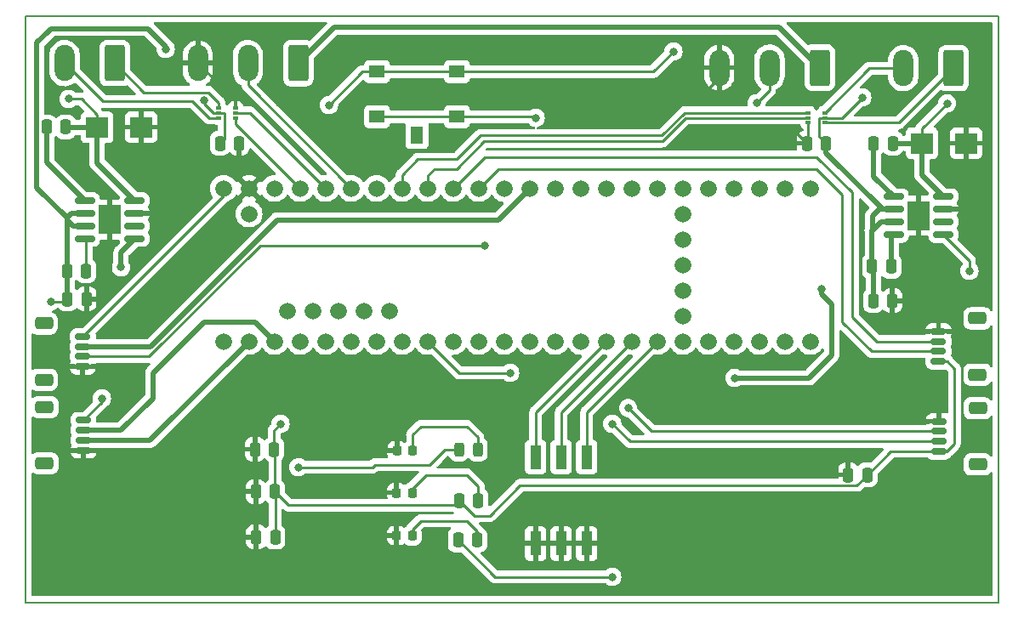
<source format=gbr>
%TF.GenerationSoftware,KiCad,Pcbnew,7.0.9*%
%TF.CreationDate,2023-12-24T18:06:15-08:00*%
%TF.ProjectId,RatatoulliBoard,52617461-746f-4756-9c6c-69426f617264,rev?*%
%TF.SameCoordinates,Original*%
%TF.FileFunction,Copper,L1,Top*%
%TF.FilePolarity,Positive*%
%FSLAX46Y46*%
G04 Gerber Fmt 4.6, Leading zero omitted, Abs format (unit mm)*
G04 Created by KiCad (PCBNEW 7.0.9) date 2023-12-24 18:06:15*
%MOMM*%
%LPD*%
G01*
G04 APERTURE LIST*
G04 Aperture macros list*
%AMRoundRect*
0 Rectangle with rounded corners*
0 $1 Rounding radius*
0 $2 $3 $4 $5 $6 $7 $8 $9 X,Y pos of 4 corners*
0 Add a 4 corners polygon primitive as box body*
4,1,4,$2,$3,$4,$5,$6,$7,$8,$9,$2,$3,0*
0 Add four circle primitives for the rounded corners*
1,1,$1+$1,$2,$3*
1,1,$1+$1,$4,$5*
1,1,$1+$1,$6,$7*
1,1,$1+$1,$8,$9*
0 Add four rect primitives between the rounded corners*
20,1,$1+$1,$2,$3,$4,$5,0*
20,1,$1+$1,$4,$5,$6,$7,0*
20,1,$1+$1,$6,$7,$8,$9,0*
20,1,$1+$1,$8,$9,$2,$3,0*%
G04 Aperture macros list end*
%TA.AperFunction,NonConductor*%
%ADD10C,0.200000*%
%TD*%
%TA.AperFunction,SMDPad,CuDef*%
%ADD11RoundRect,0.243750X-0.243750X-0.456250X0.243750X-0.456250X0.243750X0.456250X-0.243750X0.456250X0*%
%TD*%
%TA.AperFunction,SMDPad,CuDef*%
%ADD12R,1.550000X1.300000*%
%TD*%
%TA.AperFunction,SMDPad,CuDef*%
%ADD13R,1.300000X1.700000*%
%TD*%
%TA.AperFunction,SMDPad,CuDef*%
%ADD14RoundRect,0.225000X-0.225000X-0.250000X0.225000X-0.250000X0.225000X0.250000X-0.225000X0.250000X0*%
%TD*%
%TA.AperFunction,SMDPad,CuDef*%
%ADD15RoundRect,0.150000X-0.625000X0.150000X-0.625000X-0.150000X0.625000X-0.150000X0.625000X0.150000X0*%
%TD*%
%TA.AperFunction,SMDPad,CuDef*%
%ADD16RoundRect,0.250000X-0.650000X0.350000X-0.650000X-0.350000X0.650000X-0.350000X0.650000X0.350000X0*%
%TD*%
%TA.AperFunction,SMDPad,CuDef*%
%ADD17RoundRect,0.250000X-0.250000X-0.475000X0.250000X-0.475000X0.250000X0.475000X-0.250000X0.475000X0*%
%TD*%
%TA.AperFunction,SMDPad,CuDef*%
%ADD18RoundRect,0.150000X0.625000X-0.150000X0.625000X0.150000X-0.625000X0.150000X-0.625000X-0.150000X0*%
%TD*%
%TA.AperFunction,SMDPad,CuDef*%
%ADD19RoundRect,0.250000X0.650000X-0.350000X0.650000X0.350000X-0.650000X0.350000X-0.650000X-0.350000X0*%
%TD*%
%TA.AperFunction,ComponentPad*%
%ADD20C,1.665000*%
%TD*%
%TA.AperFunction,SMDPad,CuDef*%
%ADD21RoundRect,0.250000X0.250000X0.475000X-0.250000X0.475000X-0.250000X-0.475000X0.250000X-0.475000X0*%
%TD*%
%TA.AperFunction,SMDPad,CuDef*%
%ADD22R,0.475000X0.300000*%
%TD*%
%TA.AperFunction,SMDPad,CuDef*%
%ADD23R,2.200000X2.150000*%
%TD*%
%TA.AperFunction,SMDPad,CuDef*%
%ADD24RoundRect,0.150000X-0.825000X-0.150000X0.825000X-0.150000X0.825000X0.150000X-0.825000X0.150000X0*%
%TD*%
%TA.AperFunction,SMDPad,CuDef*%
%ADD25R,2.290000X3.000000*%
%TD*%
%TA.AperFunction,ComponentPad*%
%ADD26RoundRect,0.250000X0.750000X1.550000X-0.750000X1.550000X-0.750000X-1.550000X0.750000X-1.550000X0*%
%TD*%
%TA.AperFunction,ComponentPad*%
%ADD27O,2.000000X3.600000*%
%TD*%
%TA.AperFunction,SMDPad,CuDef*%
%ADD28R,1.120000X2.440000*%
%TD*%
%TA.AperFunction,ViaPad*%
%ADD29C,0.800000*%
%TD*%
%TA.AperFunction,Conductor*%
%ADD30C,0.250000*%
%TD*%
%TA.AperFunction,Conductor*%
%ADD31C,0.500000*%
%TD*%
G04 APERTURE END LIST*
D10*
X38100000Y-35560000D02*
X135000000Y-35560000D01*
X135000000Y-93980000D01*
X38100000Y-93980000D01*
X38100000Y-35560000D01*
D11*
%TO.P,R9,1*%
%TO.N,+12V*%
X81255000Y-78740000D03*
%TO.P,R9,2*%
%TO.N,Net-(D5-A)*%
X83130000Y-78740000D03*
%TD*%
D12*
%TO.P,SW2,1,A*%
%TO.N,+12V*%
X73106597Y-41131005D03*
X81066597Y-41131005D03*
%TO.P,SW2,2,B*%
%TO.N,Net-(J9-Pin_1)*%
X81066597Y-45631005D03*
X73106597Y-45631005D03*
D13*
%TO.P,SW2,3*%
%TO.N,N/C*%
X77086597Y-47471005D03*
%TD*%
D14*
%TO.P,D4,1,K*%
%TO.N,GND*%
X75062507Y-83059706D03*
%TO.P,D4,2,A*%
%TO.N,Net-(D4-A)*%
X76612507Y-83059706D03*
%TD*%
D15*
%TO.P,J5,1,Pin_1*%
%TO.N,+5V*%
X43814768Y-67508518D03*
%TO.P,J5,2,Pin_2*%
%TO.N,TX3*%
X43814768Y-68508518D03*
%TO.P,J5,3,Pin_3*%
%TO.N,RX3*%
X43814768Y-69508518D03*
%TO.P,J5,4,Pin_4*%
%TO.N,GND*%
X43814768Y-70508518D03*
D16*
%TO.P,J5,MP*%
%TO.N,N/C*%
X39939768Y-66208518D03*
X39939768Y-71808518D03*
%TD*%
D17*
%TO.P,C3,1*%
%TO.N,+12V*%
X122511384Y-63939313D03*
%TO.P,C3,2*%
%TO.N,GND*%
X124411384Y-63939313D03*
%TD*%
%TO.P,C1,1*%
%TO.N,+12V*%
X57470000Y-48260000D03*
%TO.P,C1,2*%
%TO.N,GND*%
X59370000Y-48260000D03*
%TD*%
D14*
%TO.P,D3,1,K*%
%TO.N,GND*%
X75046245Y-87336397D03*
%TO.P,D3,2,A*%
%TO.N,Net-(D3-A)*%
X76596245Y-87336397D03*
%TD*%
D18*
%TO.P,J6,1,Pin_1*%
%TO.N,+5V*%
X129000000Y-70000000D03*
%TO.P,J6,2,Pin_2*%
%TO.N,TX4*%
X129000000Y-69000000D03*
%TO.P,J6,3,Pin_3*%
%TO.N,RX4*%
X129000000Y-68000000D03*
%TO.P,J6,4,Pin_4*%
%TO.N,GND*%
X129000000Y-67000000D03*
D19*
%TO.P,J6,MP*%
%TO.N,N/C*%
X132875000Y-71300000D03*
X132875000Y-65700000D03*
%TD*%
D20*
%TO.P,IC1,1,TX1*%
%TO.N,TX1*%
X62903794Y-67993111D03*
%TO.P,IC1,2,OUT2*%
%TO.N,unconnected-(IC1-OUT2-Pad2)*%
X65443794Y-67993111D03*
%TO.P,IC1,3,LRCLK2*%
%TO.N,unconnected-(IC1-LRCLK2-Pad3)*%
X67983794Y-67993111D03*
%TO.P,IC1,4,BCLK2*%
%TO.N,unconnected-(IC1-BCLK2-Pad4)*%
X70523794Y-67993111D03*
%TO.P,IC1,5,IN2*%
%TO.N,unconnected-(IC1-IN2-Pad5)*%
X73063794Y-67993111D03*
%TO.P,IC1,6,OUT1D*%
%TO.N,unconnected-(IC1-OUT1D-Pad6)*%
X75603794Y-67993111D03*
%TO.P,IC1,7,RX2*%
%TO.N,RX2*%
X78143794Y-67993111D03*
%TO.P,IC1,8,TX2*%
%TO.N,TX2*%
X80683794Y-67993111D03*
%TO.P,IC1,9,OUT1C*%
%TO.N,unconnected-(IC1-OUT1C-Pad9)*%
X83223794Y-67993111D03*
%TO.P,IC1,10,CS_1*%
%TO.N,unconnected-(IC1-CS_1-Pad10)*%
X85763794Y-67993111D03*
%TO.P,IC1,11,MOSI*%
%TO.N,unconnected-(IC1-MOSI-Pad11)*%
X88303794Y-67993111D03*
%TO.P,IC1,12,MISO*%
%TO.N,unconnected-(IC1-MISO-Pad12)*%
X90843794Y-67993111D03*
%TO.P,IC1,13,SCK*%
%TO.N,unconnected-(IC1-SCK-Pad13)*%
X90843794Y-52753111D03*
%TO.P,IC1,14,A0*%
%TO.N,TX3*%
X88303794Y-52753111D03*
%TO.P,IC1,15,A1*%
%TO.N,RX3*%
X85763794Y-52753111D03*
%TO.P,IC1,16,A2*%
%TO.N,TX4*%
X83223794Y-52753111D03*
%TO.P,IC1,17,A3*%
%TO.N,RX4*%
X80683794Y-52753111D03*
%TO.P,IC1,18,A4*%
%TO.N,BDC22*%
X78143794Y-52753111D03*
%TO.P,IC1,19,A5*%
%TO.N,BDC21*%
X75603794Y-52753111D03*
%TO.P,IC1,20,A6*%
%TO.N,RF_INT*%
X73063794Y-52753111D03*
%TO.P,IC1,21,A7*%
%TO.N,LF_INT*%
X70523794Y-52753111D03*
%TO.P,IC1,22,A8*%
%TO.N,BDC12*%
X67983794Y-52753111D03*
%TO.P,IC1,23,A9*%
%TO.N,BDC11*%
X65443794Y-52753111D03*
%TO.P,IC1,24,A10*%
%TO.N,Net-(IC1-A10)*%
X95923794Y-67993111D03*
%TO.P,IC1,25,A11*%
%TO.N,Net-(IC1-A11)*%
X98463794Y-67993111D03*
%TO.P,IC1,26,A12*%
%TO.N,Net-(IC1-A12)*%
X101003794Y-67993111D03*
%TO.P,IC1,27,A13*%
%TO.N,unconnected-(IC1-A13-Pad27)*%
X103543794Y-67993111D03*
%TO.P,IC1,28,RX7*%
%TO.N,unconnected-(IC1-RX7-Pad28)*%
X106083794Y-67993111D03*
%TO.P,IC1,29,TX7*%
%TO.N,unconnected-(IC1-TX7-Pad29)*%
X108623794Y-67993111D03*
%TO.P,IC1,30,CRX3*%
%TO.N,unconnected-(IC1-CRX3-Pad30)*%
X111163794Y-67993111D03*
%TO.P,IC1,31,CTX3*%
%TO.N,unconnected-(IC1-CTX3-Pad31)*%
X113703794Y-67993111D03*
%TO.P,IC1,32,OUT1B*%
%TO.N,unconnected-(IC1-OUT1B-Pad32)*%
X116243794Y-67993111D03*
%TO.P,IC1,33,MCLK2*%
%TO.N,unconnected-(IC1-MCLK2-Pad33)*%
X116243794Y-52753111D03*
%TO.P,IC1,34,RX8*%
%TO.N,unconnected-(IC1-RX8-Pad34)*%
X113703794Y-52753111D03*
%TO.P,IC1,35,TX8*%
%TO.N,unconnected-(IC1-TX8-Pad35)*%
X111163794Y-52753111D03*
%TO.P,IC1,36,CS_2*%
%TO.N,unconnected-(IC1-CS_2-Pad36)*%
X108623794Y-52753111D03*
%TO.P,IC1,37,CS_3*%
%TO.N,unconnected-(IC1-CS_3-Pad37)*%
X106083794Y-52753111D03*
%TO.P,IC1,38,A14*%
%TO.N,unconnected-(IC1-A14-Pad38)*%
X103543794Y-52753111D03*
%TO.P,IC1,39,A15*%
%TO.N,unconnected-(IC1-A15-Pad39)*%
X101003794Y-52753111D03*
%TO.P,IC1,40,A16*%
%TO.N,unconnected-(IC1-A16-Pad40)*%
X98463794Y-52753111D03*
%TO.P,IC1,41,A17*%
%TO.N,unconnected-(IC1-A17-Pad41)*%
X95923794Y-52753111D03*
%TO.P,IC1,42,3.3V_1*%
%TO.N,unconnected-(IC1-3.3V_1-Pad42)*%
X93383794Y-67993111D03*
%TO.P,IC1,43,VBAT*%
%TO.N,unconnected-(IC1-VBAT-Pad43)*%
X103543794Y-65453111D03*
%TO.P,IC1,44,3.3V_2*%
%TO.N,unconnected-(IC1-3.3V_2-Pad44)*%
X103543794Y-62913111D03*
%TO.P,IC1,45,GND_1*%
%TO.N,unconnected-(IC1-GND_1-Pad45)*%
X103543794Y-60373111D03*
%TO.P,IC1,46,PROGRAM*%
%TO.N,unconnected-(IC1-PROGRAM-Pad46)*%
X103543794Y-57833111D03*
%TO.P,IC1,47,ON/OFF*%
%TO.N,unconnected-(IC1-ON{slash}OFF-Pad47)*%
X103543794Y-55293111D03*
%TO.P,IC1,48,GND_2*%
%TO.N,unconnected-(IC1-GND_2-Pad48)*%
X74333794Y-64943111D03*
%TO.P,IC1,49,GND_3*%
%TO.N,unconnected-(IC1-GND_3-Pad49)*%
X71793794Y-64943111D03*
%TO.P,IC1,50,D+*%
%TO.N,unconnected-(IC1-D+-Pad50)*%
X69253794Y-64943111D03*
%TO.P,IC1,51,D-*%
%TO.N,unconnected-(IC1-D--Pad51)*%
X66713794Y-64943111D03*
%TO.P,IC1,52,+5V*%
%TO.N,unconnected-(IC1-+5V-Pad52)*%
X64173794Y-64943111D03*
%TO.P,IC1,53,3.3V_(250_M_A_MAX)*%
%TO.N,unconnected-(IC1-3.3V_(250_M_A_MAX)-Pad53)*%
X62903794Y-52753111D03*
%TO.P,IC1,55,VIN_(3.6_TO_5.5_VOLTS)*%
%TO.N,+5V*%
X57823794Y-52753111D03*
%TO.P,IC1,57,RX1*%
%TO.N,RX1*%
X60363794Y-67993111D03*
%TO.P,IC1,68,VUSB*%
%TO.N,unconnected-(IC1-VUSB-Pad68)*%
X60363794Y-55293111D03*
%TO.P,IC1,69,GND_4*%
%TO.N,unconnected-(IC1-GND_4-Pad69)*%
X93383794Y-52753111D03*
%TO.P,IC1,70,GND_5*%
%TO.N,GND*%
X60363794Y-52753111D03*
%TO.P,IC1,71,GND_6*%
%TO.N,unconnected-(IC1-GND_6-Pad71)*%
X57823794Y-67993111D03*
%TD*%
D21*
%TO.P,C2,1*%
%TO.N,+12V*%
X117798639Y-48260000D03*
%TO.P,C2,2*%
%TO.N,GND*%
X115898639Y-48260000D03*
%TD*%
%TO.P,C8,1*%
%TO.N,+5V*%
X62945139Y-82951438D03*
%TO.P,C8,2*%
%TO.N,GND*%
X61045139Y-82951438D03*
%TD*%
D18*
%TO.P,J4,1,Pin_1*%
%TO.N,+5V*%
X129030968Y-78951087D03*
%TO.P,J4,2,Pin_2*%
%TO.N,TX2*%
X129030968Y-77951087D03*
%TO.P,J4,3,Pin_3*%
%TO.N,RX2*%
X129030968Y-76951087D03*
%TO.P,J4,4,Pin_4*%
%TO.N,GND*%
X129030968Y-75951087D03*
D19*
%TO.P,J4,MP*%
%TO.N,N/C*%
X132905968Y-80251087D03*
X132905968Y-74651087D03*
%TD*%
D14*
%TO.P,D5,1,K*%
%TO.N,GND*%
X75086082Y-78886934D03*
%TO.P,D5,2,A*%
%TO.N,Net-(D5-A)*%
X76636082Y-78886934D03*
%TD*%
D22*
%TO.P,IC3,1,IN1*%
%TO.N,BDC21*%
X116002000Y-45220000D03*
%TO.P,IC3,2,IN2*%
%TO.N,BDC22*%
X116002000Y-45720000D03*
%TO.P,IC3,3,GND*%
%TO.N,GND*%
X116002000Y-46220000D03*
%TO.P,IC3,4,OUT2*%
%TO.N,Net-(IC3-OUT2)*%
X117678000Y-46220000D03*
%TO.P,IC3,5,VM*%
%TO.N,+12V*%
X117678000Y-45720000D03*
%TO.P,IC3,6,OUT1*%
%TO.N,Net-(IC3-OUT1)*%
X117678000Y-45220000D03*
%TD*%
D23*
%TO.P,D1,1*%
%TO.N,Net-(U1-SW)*%
X45243462Y-46654814D03*
%TO.P,D1,2*%
%TO.N,GND*%
X49643462Y-46654814D03*
%TD*%
D24*
%TO.P,U2,1,BST*%
%TO.N,Net-(U2-BST)*%
X124540797Y-53555711D03*
%TO.P,U2,2,Vin*%
%TO.N,+12V*%
X124540797Y-54825711D03*
%TO.P,U2,3,EN*%
X124540797Y-56095711D03*
%TO.P,U2,4,PGOOD*%
%TO.N,Net-(U2-PGOOD)*%
X124540797Y-57365711D03*
%TO.P,U2,5,FB*%
%TO.N,Net-(U2-FB)*%
X129490797Y-57365711D03*
%TO.P,U2,6,NC*%
%TO.N,unconnected-(U2-NC-Pad6)*%
X129490797Y-56095711D03*
%TO.P,U2,7,GND*%
%TO.N,GND*%
X129490797Y-54825711D03*
%TO.P,U2,8,SW*%
%TO.N,Net-(U2-SW)*%
X129490797Y-53555711D03*
D25*
%TO.P,U2,9,PADGND*%
%TO.N,GND*%
X127015797Y-55460711D03*
%TD*%
D26*
%TO.P,J8,1,Pin_1*%
%TO.N,+3.3V*%
X65263975Y-40287754D03*
D27*
%TO.P,J8,2,Pin_2*%
%TO.N,LF_INT*%
X60263975Y-40287754D03*
%TO.P,J8,3,Pin_3*%
%TO.N,GND*%
X55263975Y-40287754D03*
%TD*%
D21*
%TO.P,C9,1*%
%TO.N,+5V*%
X62860000Y-78740000D03*
%TO.P,C9,2*%
%TO.N,GND*%
X60960000Y-78740000D03*
%TD*%
D17*
%TO.P,R7,1*%
%TO.N,+3.3V*%
X81165560Y-87768400D03*
%TO.P,R7,2*%
%TO.N,Net-(D3-A)*%
X83065560Y-87768400D03*
%TD*%
D15*
%TO.P,J3,1,Pin_1*%
%TO.N,+5V*%
X43884011Y-75841908D03*
%TO.P,J3,2,Pin_2*%
%TO.N,TX1*%
X43884011Y-76841908D03*
%TO.P,J3,3,Pin_3*%
%TO.N,RX1*%
X43884011Y-77841908D03*
%TO.P,J3,4,Pin_4*%
%TO.N,GND*%
X43884011Y-78841908D03*
D16*
%TO.P,J3,MP*%
%TO.N,N/C*%
X40009011Y-74541908D03*
X40009011Y-80141908D03*
%TD*%
D21*
%TO.P,C13,1*%
%TO.N,+5V*%
X121920000Y-81280000D03*
%TO.P,C13,2*%
%TO.N,GND*%
X120020000Y-81280000D03*
%TD*%
D17*
%TO.P,C10,1*%
%TO.N,Net-(U1-BST)*%
X40195555Y-46636900D03*
%TO.P,C10,2*%
%TO.N,Net-(U1-SW)*%
X42095555Y-46636900D03*
%TD*%
%TO.P,R8,1*%
%TO.N,+5V*%
X81280000Y-83820000D03*
%TO.P,R8,2*%
%TO.N,Net-(D4-A)*%
X83180000Y-83820000D03*
%TD*%
D24*
%TO.P,U1,1,BST*%
%TO.N,Net-(U1-BST)*%
X44021538Y-53955792D03*
%TO.P,U1,2,Vin*%
%TO.N,+12V*%
X44021538Y-55225792D03*
%TO.P,U1,3,EN*%
X44021538Y-56495792D03*
%TO.P,U1,4,PGOOD*%
%TO.N,Net-(U1-PGOOD)*%
X44021538Y-57765792D03*
%TO.P,U1,5,FB*%
%TO.N,Net-(U1-FB)*%
X48971538Y-57765792D03*
%TO.P,U1,6,NC*%
%TO.N,unconnected-(U1-NC-Pad6)*%
X48971538Y-56495792D03*
%TO.P,U1,7,GND*%
%TO.N,GND*%
X48971538Y-55225792D03*
%TO.P,U1,8,SW*%
%TO.N,Net-(U1-SW)*%
X48971538Y-53955792D03*
D25*
%TO.P,U1,9,PADGND*%
%TO.N,GND*%
X46496538Y-55860792D03*
%TD*%
D17*
%TO.P,C4,1*%
%TO.N,Net-(U2-BST)*%
X122560000Y-48260000D03*
%TO.P,C4,2*%
%TO.N,Net-(U2-SW)*%
X124460000Y-48260000D03*
%TD*%
%TO.P,C6,1*%
%TO.N,+12V*%
X42274397Y-63757985D03*
%TO.P,C6,2*%
%TO.N,GND*%
X44174397Y-63757985D03*
%TD*%
D26*
%TO.P,J2,1,Pin_1*%
%TO.N,Net-(IC3-OUT2)*%
X130500000Y-40777500D03*
D27*
%TO.P,J2,2,Pin_2*%
%TO.N,Net-(IC3-OUT1)*%
X125500000Y-40777500D03*
%TD*%
D17*
%TO.P,R1,1*%
%TO.N,+12V*%
X42230000Y-60960000D03*
%TO.P,R1,2*%
%TO.N,Net-(U1-PGOOD)*%
X44130000Y-60960000D03*
%TD*%
D23*
%TO.P,D2,1*%
%TO.N,Net-(U2-SW)*%
X127340000Y-48260000D03*
%TO.P,D2,2*%
%TO.N,GND*%
X131740000Y-48260000D03*
%TD*%
D22*
%TO.P,IC2,1,IN1*%
%TO.N,BDC11*%
X59013901Y-45740516D03*
%TO.P,IC2,2,IN2*%
%TO.N,BDC12*%
X59013901Y-45240516D03*
%TO.P,IC2,3,GND*%
%TO.N,GND*%
X59013901Y-44740516D03*
%TO.P,IC2,4,OUT2*%
%TO.N,Net-(IC2-OUT2)*%
X57337901Y-44740516D03*
%TO.P,IC2,5,VM*%
%TO.N,+12V*%
X57337901Y-45240516D03*
%TO.P,IC2,6,OUT1*%
%TO.N,Net-(IC2-OUT1)*%
X57337901Y-45740516D03*
%TD*%
D27*
%TO.P,J7,3,Pin_3*%
%TO.N,GND*%
X107177614Y-40728079D03*
%TO.P,J7,2,Pin_2*%
%TO.N,RF_INT*%
X112177614Y-40728079D03*
D26*
%TO.P,J7,1,Pin_1*%
%TO.N,+3.3V*%
X117177614Y-40728079D03*
%TD*%
%TO.P,J1,1,Pin_1*%
%TO.N,Net-(IC2-OUT2)*%
X47000000Y-40277500D03*
D27*
%TO.P,J1,2,Pin_2*%
%TO.N,Net-(IC2-OUT1)*%
X42000000Y-40277500D03*
%TD*%
D17*
%TO.P,R4,1*%
%TO.N,+12V*%
X122394818Y-60529134D03*
%TO.P,R4,2*%
%TO.N,Net-(U2-PGOOD)*%
X124294818Y-60529134D03*
%TD*%
D21*
%TO.P,C16,1*%
%TO.N,+5V*%
X62965401Y-87485729D03*
%TO.P,C16,2*%
%TO.N,GND*%
X61065401Y-87485729D03*
%TD*%
D28*
%TO.P,SW1,1*%
%TO.N,GND*%
X88900000Y-88125000D03*
%TO.P,SW1,2*%
X91440000Y-88125000D03*
%TO.P,SW1,3*%
X93980000Y-88125000D03*
%TO.P,SW1,4*%
%TO.N,Net-(IC1-A12)*%
X93980000Y-79515000D03*
%TO.P,SW1,5*%
%TO.N,Net-(IC1-A11)*%
X91440000Y-79515000D03*
%TO.P,SW1,6*%
%TO.N,Net-(IC1-A10)*%
X88900000Y-79515000D03*
%TD*%
D29*
%TO.N,+12V*%
X65278000Y-80518000D03*
X40640000Y-64008000D03*
X52070000Y-38862000D03*
X121412000Y-43688000D03*
X102616000Y-39116000D03*
X68326000Y-44450000D03*
X55880000Y-43942000D03*
%TO.N,+3.3V*%
X108712000Y-71628000D03*
X117348000Y-62738000D03*
%TO.N,GND*%
X105410000Y-46736000D03*
X104902000Y-43942000D03*
%TO.N,RX2*%
X98108766Y-74634434D03*
X86360000Y-71120000D03*
%TO.N,TX2*%
X96520000Y-76200000D03*
%TO.N,Net-(U1-FB)*%
X47620508Y-60609049D03*
%TO.N,+5V*%
X63500000Y-76200000D03*
%TO.N,Net-(U2-SW)*%
X129852721Y-44291680D03*
%TO.N,Net-(U2-FB)*%
X132080000Y-60960000D03*
%TO.N,Net-(J9-Pin_1)*%
X88900000Y-45720000D03*
%TO.N,RF_INT*%
X110890459Y-44270438D03*
%TO.N,+5V*%
X45720000Y-73660000D03*
%TO.N,+3.3V*%
X96520000Y-91440000D03*
%TO.N,Net-(U1-SW)*%
X42391172Y-43855221D03*
%TO.N,RX3*%
X83820000Y-58420000D03*
%TD*%
D30*
%TO.N,+12V*%
X40640000Y-64008000D02*
X42024382Y-64008000D01*
X42024382Y-64008000D02*
X42274397Y-63757985D01*
X72644000Y-80518000D02*
X65278000Y-80518000D01*
X72898000Y-80264000D02*
X72644000Y-80518000D01*
X78357604Y-80264000D02*
X72898000Y-80264000D01*
X79881604Y-78740000D02*
X78357604Y-80264000D01*
X81255000Y-78740000D02*
X79881604Y-78740000D01*
D31*
X52070000Y-38608000D02*
X52070000Y-38862000D01*
X50292000Y-36830000D02*
X52070000Y-38608000D01*
X40386000Y-37084000D02*
X40640000Y-36830000D01*
X39245555Y-38224445D02*
X40386000Y-37084000D01*
X40640000Y-36830000D02*
X50292000Y-36830000D01*
X39245555Y-52688890D02*
X39245555Y-38224445D01*
X42230000Y-55673335D02*
X39245555Y-52688890D01*
D30*
X119380000Y-45720000D02*
X117678000Y-45720000D01*
X121412000Y-43688000D02*
X119380000Y-45720000D01*
X100600995Y-41131005D02*
X102616000Y-39116000D01*
X81066597Y-41131005D02*
X100600995Y-41131005D01*
X55880000Y-44320115D02*
X56800401Y-45240516D01*
X55880000Y-43942000D02*
X55880000Y-44320115D01*
X71644995Y-41131005D02*
X68326000Y-44450000D01*
X56800401Y-45240516D02*
X57337901Y-45240516D01*
X73106597Y-41131005D02*
X71644995Y-41131005D01*
D31*
%TO.N,+3.3V*%
X116078000Y-71628000D02*
X108712000Y-71628000D01*
X118364000Y-69342000D02*
X116078000Y-71628000D01*
X117348000Y-63246000D02*
X118364000Y-64262000D01*
X117348000Y-62738000D02*
X117348000Y-63246000D01*
X118364000Y-64262000D02*
X118364000Y-69342000D01*
D30*
%TO.N,+12V*%
X73106597Y-41131005D02*
X81066597Y-41131005D01*
%TO.N,GND*%
X105410000Y-46736000D02*
X114374639Y-46736000D01*
X114374639Y-46736000D02*
X115898639Y-48260000D01*
X107177614Y-40728079D02*
X107177614Y-41666386D01*
X107177614Y-41666386D02*
X104902000Y-43942000D01*
%TO.N,+5V*%
X84328000Y-85344000D02*
X82804000Y-85344000D01*
X120870000Y-82330000D02*
X87342000Y-82330000D01*
X82804000Y-85344000D02*
X81280000Y-83820000D01*
X87342000Y-82330000D02*
X84328000Y-85344000D01*
X121920000Y-81280000D02*
X120870000Y-82330000D01*
%TO.N,GND*%
X59013901Y-44037680D02*
X55263975Y-40287754D01*
X59013901Y-44740516D02*
X59013901Y-44037680D01*
X116002000Y-46220000D02*
X116002000Y-48156639D01*
X116002000Y-48156639D02*
X115898639Y-48260000D01*
%TO.N,Net-(D5-A)*%
X83130000Y-77542000D02*
X83130000Y-78740000D01*
X82042000Y-76454000D02*
X83130000Y-77542000D01*
X76636082Y-77287918D02*
X77470000Y-76454000D01*
X77470000Y-76454000D02*
X82042000Y-76454000D01*
X76636082Y-78886934D02*
X76636082Y-77287918D01*
%TO.N,Net-(D4-A)*%
X83180000Y-82418000D02*
X83180000Y-83820000D01*
X77978000Y-81280000D02*
X82042000Y-81280000D01*
X82042000Y-81280000D02*
X83180000Y-82418000D01*
X76612507Y-82645493D02*
X77978000Y-81280000D01*
X76612507Y-83059706D02*
X76612507Y-82645493D01*
%TO.N,Net-(D3-A)*%
X77470000Y-85852000D02*
X82042000Y-85852000D01*
X76596245Y-86725755D02*
X77470000Y-85852000D01*
X82042000Y-85852000D02*
X83065560Y-86875560D01*
X83065560Y-86875560D02*
X83065560Y-87768400D01*
X76596245Y-87336397D02*
X76596245Y-86725755D01*
D31*
%TO.N,+3.3V*%
X113156506Y-36706971D02*
X117177614Y-40728079D01*
X68844758Y-36706971D02*
X113156506Y-36706971D01*
X65263975Y-40287754D02*
X68844758Y-36706971D01*
D30*
%TO.N,RX4*%
X120423057Y-53159188D02*
X116881116Y-49617247D01*
X122890098Y-68000000D02*
X120423057Y-65532959D01*
X116881116Y-49617247D02*
X83819658Y-49617247D01*
X129000000Y-68000000D02*
X122890098Y-68000000D01*
X120423057Y-65532959D02*
X120423057Y-53159188D01*
X83819658Y-49617247D02*
X80683794Y-52753111D01*
%TO.N,+12V*%
X117115500Y-47576861D02*
X117798639Y-48260000D01*
X117115500Y-45745000D02*
X117115500Y-47576861D01*
X117140500Y-45720000D02*
X117115500Y-45745000D01*
D31*
X117798639Y-49202040D02*
X117798639Y-48260000D01*
D30*
%TO.N,TX4*%
X85176905Y-50800000D02*
X83223794Y-52753111D01*
X119380000Y-66040000D02*
X119380000Y-53340000D01*
X119380000Y-53340000D02*
X116840000Y-50800000D01*
X122340000Y-69000000D02*
X119380000Y-66040000D01*
X129000000Y-69000000D02*
X122340000Y-69000000D01*
X116840000Y-50800000D02*
X85176905Y-50800000D01*
%TO.N,+5V*%
X124248913Y-78951087D02*
X129030968Y-78951087D01*
X121920000Y-81280000D02*
X124248913Y-78951087D01*
X130572926Y-70701405D02*
X130572926Y-78184128D01*
X130572926Y-78184128D02*
X129805967Y-78951087D01*
X129871521Y-70000000D02*
X130572926Y-70701405D01*
X129805967Y-78951087D02*
X129030968Y-78951087D01*
X129000000Y-70000000D02*
X129871521Y-70000000D01*
%TO.N,RX2*%
X81270683Y-71120000D02*
X78143794Y-67993111D01*
X86360000Y-71120000D02*
X81270683Y-71120000D01*
X100425419Y-76951087D02*
X98108766Y-74634434D01*
X129030968Y-76951087D02*
X100425419Y-76951087D01*
%TO.N,TX2*%
X98271087Y-77951087D02*
X96520000Y-76200000D01*
X129030968Y-77951087D02*
X98271087Y-77951087D01*
D31*
%TO.N,Net-(U1-FB)*%
X47620508Y-59116822D02*
X48971538Y-57765792D01*
X47620508Y-60609049D02*
X47620508Y-59116822D01*
D30*
%TO.N,+5V*%
X45720000Y-74005919D02*
X43884011Y-75841908D01*
X45720000Y-73660000D02*
X45720000Y-74005919D01*
%TO.N,Net-(U2-FB)*%
X132080000Y-59954914D02*
X129490797Y-57365711D01*
X132080000Y-60960000D02*
X132080000Y-59954914D01*
%TO.N,+12V*%
X123422310Y-54825711D02*
X124540797Y-54825711D01*
D31*
X117798639Y-49202040D02*
X123422310Y-54825711D01*
D30*
%TO.N,+5V*%
X64313639Y-84319938D02*
X62945139Y-82951438D01*
X81280000Y-83820000D02*
X80780062Y-84319938D01*
X80780062Y-84319938D02*
X64313639Y-84319938D01*
X62860000Y-76840000D02*
X63500000Y-76200000D01*
X62860000Y-78740000D02*
X62860000Y-76840000D01*
X62965401Y-82971700D02*
X62945139Y-82951438D01*
X62965401Y-87485729D02*
X62965401Y-82971700D01*
%TO.N,Net-(U2-SW)*%
X127340000Y-46804401D02*
X127340000Y-48260000D01*
X129852721Y-44291680D02*
X127340000Y-46804401D01*
%TO.N,Net-(J9-Pin_1)*%
X73106597Y-45631005D02*
X81066597Y-45631005D01*
X88811005Y-45631005D02*
X88900000Y-45720000D01*
X81066597Y-45631005D02*
X88811005Y-45631005D01*
%TO.N,LF_INT*%
X60263975Y-42493292D02*
X70523794Y-52753111D01*
X60263975Y-40287754D02*
X60263975Y-42493292D01*
%TO.N,RF_INT*%
X112177614Y-42983283D02*
X110890459Y-44270438D01*
X112177614Y-40728079D02*
X112177614Y-42983283D01*
%TO.N,BDC22*%
X80999952Y-50800000D02*
X78808622Y-50800000D01*
X83749250Y-48050702D02*
X80999952Y-50800000D01*
X101507039Y-48050702D02*
X83749250Y-48050702D01*
X78143794Y-51464828D02*
X78143794Y-52753111D01*
X103837741Y-45720000D02*
X101507039Y-48050702D01*
X78808622Y-50800000D02*
X78143794Y-51464828D01*
X116002000Y-45720000D02*
X103837741Y-45720000D01*
%TO.N,BDC21*%
X81066984Y-49829921D02*
X77170079Y-49829921D01*
X101426973Y-47494372D02*
X83402533Y-47494372D01*
X77170079Y-49829921D02*
X75603794Y-51396206D01*
X103701345Y-45220000D02*
X101426973Y-47494372D01*
X83402533Y-47494372D02*
X81066984Y-49829921D01*
X116002000Y-45220000D02*
X103701345Y-45220000D01*
X75603794Y-51396206D02*
X75603794Y-52753111D01*
%TO.N,+12V*%
X117140500Y-45720000D02*
X117678000Y-45720000D01*
X57900401Y-45265516D02*
X57900401Y-47829599D01*
X57875401Y-45240516D02*
X57900401Y-45265516D01*
X57337901Y-45240516D02*
X57875401Y-45240516D01*
X57900401Y-47829599D02*
X57470000Y-48260000D01*
%TO.N,+3.3V*%
X84837160Y-91440000D02*
X96520000Y-91440000D01*
X81165560Y-87768400D02*
X84837160Y-91440000D01*
%TO.N,Net-(IC1-A12)*%
X93980000Y-75016905D02*
X101003794Y-67993111D01*
X93980000Y-79515000D02*
X93980000Y-75016905D01*
%TO.N,Net-(IC1-A11)*%
X91440000Y-75016905D02*
X98463794Y-67993111D01*
X91440000Y-79515000D02*
X91440000Y-75016905D01*
%TO.N,Net-(IC1-A10)*%
X88900000Y-75016905D02*
X95923794Y-67993111D01*
X88900000Y-79515000D02*
X88900000Y-75016905D01*
%TO.N,+5V*%
X62945139Y-78825139D02*
X62860000Y-78740000D01*
X62945139Y-82951438D02*
X62945139Y-78825139D01*
X57823794Y-53499492D02*
X57823794Y-52753111D01*
X43814768Y-67508518D02*
X57823794Y-53499492D01*
%TO.N,Net-(U1-SW)*%
X42391172Y-43855221D02*
X43674950Y-43855221D01*
X43674950Y-43855221D02*
X45243462Y-45423733D01*
X45243462Y-45423733D02*
X45243462Y-46654814D01*
%TO.N,RX3*%
X61454974Y-58420000D02*
X50366456Y-69508518D01*
X83820000Y-58420000D02*
X61454974Y-58420000D01*
X50366456Y-69508518D02*
X43814768Y-69508518D01*
D31*
%TO.N,+12V*%
X44021538Y-56495792D02*
X42845792Y-56495792D01*
X42845792Y-56495792D02*
X42230000Y-55880000D01*
X42230000Y-55673335D02*
X42230000Y-55880000D01*
X42230000Y-55880000D02*
X42230000Y-60960000D01*
X42274397Y-63757985D02*
X42274397Y-61004397D01*
D30*
X42274397Y-61004397D02*
X42230000Y-60960000D01*
D31*
X42677543Y-55225792D02*
X42230000Y-55673335D01*
X44021538Y-55225792D02*
X42677543Y-55225792D01*
D30*
%TO.N,Net-(U1-PGOOD)*%
X44130000Y-60960000D02*
X44130000Y-57874254D01*
X44130000Y-57874254D02*
X44021538Y-57765792D01*
%TO.N,Net-(IC3-OUT1)*%
X125500000Y-40777500D02*
X122120500Y-40777500D01*
X122120500Y-40777500D02*
X117678000Y-45220000D01*
%TO.N,Net-(IC3-OUT2)*%
X125057500Y-46220000D02*
X117678000Y-46220000D01*
X130500000Y-40777500D02*
X125057500Y-46220000D01*
%TO.N,Net-(IC2-OUT1)*%
X45806412Y-44083912D02*
X42000000Y-40277500D01*
X54740890Y-44083912D02*
X45806412Y-44083912D01*
X56397494Y-45740516D02*
X54740890Y-44083912D01*
X57337901Y-45740516D02*
X56397494Y-45740516D01*
%TO.N,Net-(IC2-OUT2)*%
X56314885Y-43180000D02*
X49902500Y-43180000D01*
X57337901Y-44203016D02*
X56314885Y-43180000D01*
X57337901Y-44740516D02*
X57337901Y-44203016D01*
X49902500Y-43180000D02*
X47000000Y-40277500D01*
%TO.N,BDC12*%
X60471199Y-45240516D02*
X67983794Y-52753111D01*
X59013901Y-45240516D02*
X60471199Y-45240516D01*
%TO.N,BDC11*%
X59013901Y-46323218D02*
X65443794Y-52753111D01*
X59013901Y-45740516D02*
X59013901Y-46323218D01*
D31*
%TO.N,Net-(U2-BST)*%
X122560000Y-51574914D02*
X122560000Y-48260000D01*
X124540797Y-53555711D02*
X122560000Y-51574914D01*
%TO.N,Net-(U1-SW)*%
X42113469Y-46654814D02*
X45243462Y-46654814D01*
X45243462Y-50227716D02*
X48971538Y-53955792D01*
X45243462Y-46654814D02*
X45243462Y-50227716D01*
D30*
X42095555Y-46636900D02*
X42113469Y-46654814D01*
D31*
%TO.N,TX1*%
X47618092Y-76841908D02*
X43884011Y-76841908D01*
X55880000Y-66040000D02*
X50800000Y-71120000D01*
X50800000Y-73660000D02*
X47618092Y-76841908D01*
X60950683Y-66040000D02*
X55880000Y-66040000D01*
X50800000Y-71120000D02*
X50800000Y-73660000D01*
X62903794Y-67993111D02*
X60950683Y-66040000D01*
%TO.N,TX3*%
X63181802Y-55880000D02*
X85176905Y-55880000D01*
X50553284Y-68508518D02*
X63181802Y-55880000D01*
X85176905Y-55880000D02*
X88303794Y-52753111D01*
X43814768Y-68508518D02*
X50553284Y-68508518D01*
%TO.N,RX1*%
X43884011Y-77841908D02*
X50514997Y-77841908D01*
X50514997Y-77841908D02*
X60363794Y-67993111D01*
D30*
%TO.N,+12V*%
X122511384Y-60645700D02*
X122394818Y-60529134D01*
D31*
X122394818Y-56971690D02*
X122421225Y-56945283D01*
X122511384Y-63939313D02*
X122511384Y-60645700D01*
X123270797Y-56095711D02*
X122421225Y-56945283D01*
X122394818Y-56971690D02*
X122394818Y-60529134D01*
X122421225Y-56945283D02*
X122421225Y-55506402D01*
X124540797Y-56095711D02*
X123270797Y-56095711D01*
X123101916Y-54825711D02*
X124540797Y-54825711D01*
X122421225Y-55506402D02*
X123101916Y-54825711D01*
%TO.N,Net-(U2-SW)*%
X124460000Y-48260000D02*
X127340000Y-48260000D01*
X127340000Y-51404914D02*
X129490797Y-53555711D01*
X127340000Y-48260000D02*
X127340000Y-51404914D01*
%TO.N,Net-(U1-BST)*%
X40220920Y-46662265D02*
X40195555Y-46636900D01*
X44021538Y-53955792D02*
X40220920Y-50155174D01*
X40220920Y-50155174D02*
X40220920Y-46662265D01*
D30*
%TO.N,Net-(U2-PGOOD)*%
X124294818Y-57611690D02*
X124540797Y-57365711D01*
D31*
X124294818Y-60529134D02*
X124294818Y-57611690D01*
%TD*%
%TA.AperFunction,Conductor*%
%TO.N,GND*%
G36*
X68078223Y-36188185D02*
G01*
X68123978Y-36240989D01*
X68133922Y-36310147D01*
X68104897Y-36373703D01*
X68098865Y-36380181D01*
X66463423Y-38015623D01*
X66402100Y-38049108D01*
X66336738Y-38045648D01*
X66336715Y-38045640D01*
X66336713Y-38045639D01*
X66168401Y-37989867D01*
X66064520Y-37979254D01*
X64463437Y-37979254D01*
X64463421Y-37979255D01*
X64359547Y-37989867D01*
X64191239Y-38045638D01*
X64191234Y-38045640D01*
X64040321Y-38138725D01*
X63914946Y-38264100D01*
X63821861Y-38415013D01*
X63821859Y-38415018D01*
X63766088Y-38583326D01*
X63755475Y-38687201D01*
X63755475Y-41888291D01*
X63755476Y-41888307D01*
X63766088Y-41992181D01*
X63821859Y-42160489D01*
X63821861Y-42160494D01*
X63833418Y-42179231D01*
X63914945Y-42311406D01*
X64040323Y-42436784D01*
X64191237Y-42529869D01*
X64359549Y-42585641D01*
X64463430Y-42596254D01*
X66064519Y-42596253D01*
X66168401Y-42585641D01*
X66336713Y-42529869D01*
X66487627Y-42436784D01*
X66613005Y-42311406D01*
X66706090Y-42160492D01*
X66761862Y-41992180D01*
X66772475Y-41888299D01*
X66772474Y-39903295D01*
X66792159Y-39836257D01*
X66808788Y-39815620D01*
X69122620Y-37501790D01*
X69183943Y-37468305D01*
X69210301Y-37465471D01*
X112790963Y-37465471D01*
X112858002Y-37485156D01*
X112878644Y-37501790D01*
X115632795Y-40255941D01*
X115666280Y-40317264D01*
X115669114Y-40343622D01*
X115669114Y-42328616D01*
X115669115Y-42328632D01*
X115679727Y-42432506D01*
X115735498Y-42600814D01*
X115735500Y-42600819D01*
X115767122Y-42652086D01*
X115828584Y-42751731D01*
X115953962Y-42877109D01*
X116104876Y-42970194D01*
X116273188Y-43025966D01*
X116377069Y-43036579D01*
X117978158Y-43036578D01*
X118082040Y-43025966D01*
X118250352Y-42970194D01*
X118401266Y-42877109D01*
X118526644Y-42751731D01*
X118619729Y-42600817D01*
X118675501Y-42432505D01*
X118686114Y-42328624D01*
X118686113Y-39127535D01*
X118675501Y-39023653D01*
X118619729Y-38855341D01*
X118526644Y-38704427D01*
X118401266Y-38579049D01*
X118264478Y-38494677D01*
X118250354Y-38485965D01*
X118250349Y-38485963D01*
X118082041Y-38430192D01*
X117978159Y-38419579D01*
X116377076Y-38419579D01*
X116377060Y-38419580D01*
X116273184Y-38430192D01*
X116104847Y-38485972D01*
X116035018Y-38488373D01*
X115978163Y-38455947D01*
X113902397Y-36380181D01*
X113868912Y-36318858D01*
X113873896Y-36249166D01*
X113915768Y-36193233D01*
X113981232Y-36168816D01*
X113990078Y-36168500D01*
X134267500Y-36168500D01*
X134334539Y-36188185D01*
X134380294Y-36240989D01*
X134391500Y-36292500D01*
X134391500Y-64872747D01*
X134371815Y-64939786D01*
X134319011Y-64985541D01*
X134249853Y-64995485D01*
X134186297Y-64966460D01*
X134161962Y-64937844D01*
X134124032Y-64876351D01*
X134124029Y-64876347D01*
X133998653Y-64750971D01*
X133998652Y-64750970D01*
X133877196Y-64676055D01*
X133847740Y-64657886D01*
X133847735Y-64657884D01*
X133679427Y-64602113D01*
X133575545Y-64591500D01*
X132174462Y-64591500D01*
X132174446Y-64591501D01*
X132070572Y-64602113D01*
X131902264Y-64657884D01*
X131902259Y-64657886D01*
X131751346Y-64750971D01*
X131625971Y-64876346D01*
X131532886Y-65027259D01*
X131532884Y-65027264D01*
X131477113Y-65195572D01*
X131466500Y-65299447D01*
X131466500Y-66100537D01*
X131466501Y-66100553D01*
X131477113Y-66204427D01*
X131514874Y-66318383D01*
X131532885Y-66372738D01*
X131625970Y-66523652D01*
X131751348Y-66649030D01*
X131902262Y-66742115D01*
X132070574Y-66797887D01*
X132174455Y-66808500D01*
X133575544Y-66808499D01*
X133679426Y-66797887D01*
X133847738Y-66742115D01*
X133998652Y-66649030D01*
X134124030Y-66523652D01*
X134161962Y-66462153D01*
X134213909Y-66415431D01*
X134282872Y-66404208D01*
X134346954Y-66432052D01*
X134385810Y-66490120D01*
X134391500Y-66527252D01*
X134391500Y-70472747D01*
X134371815Y-70539786D01*
X134319011Y-70585541D01*
X134249853Y-70595485D01*
X134186297Y-70566460D01*
X134161962Y-70537844D01*
X134124032Y-70476351D01*
X134124029Y-70476347D01*
X133998653Y-70350971D01*
X133998652Y-70350970D01*
X133858135Y-70264298D01*
X133847740Y-70257886D01*
X133847735Y-70257884D01*
X133679427Y-70202113D01*
X133575545Y-70191500D01*
X132174462Y-70191500D01*
X132174446Y-70191501D01*
X132070572Y-70202113D01*
X131902264Y-70257884D01*
X131902259Y-70257886D01*
X131751346Y-70350971D01*
X131625971Y-70476346D01*
X131532886Y-70627259D01*
X131532884Y-70627264D01*
X131477113Y-70795572D01*
X131466500Y-70899447D01*
X131466500Y-71700537D01*
X131466501Y-71700553D01*
X131477113Y-71804427D01*
X131532884Y-71972735D01*
X131532886Y-71972740D01*
X131552296Y-72004208D01*
X131625970Y-72123652D01*
X131751348Y-72249030D01*
X131902262Y-72342115D01*
X132070574Y-72397887D01*
X132174455Y-72408500D01*
X133575544Y-72408499D01*
X133679426Y-72397887D01*
X133847738Y-72342115D01*
X133998652Y-72249030D01*
X134124030Y-72123652D01*
X134161962Y-72062153D01*
X134213909Y-72015431D01*
X134282872Y-72004208D01*
X134346954Y-72032052D01*
X134385810Y-72090120D01*
X134391500Y-72127252D01*
X134391500Y-73773627D01*
X134371815Y-73840666D01*
X134319011Y-73886421D01*
X134249853Y-73896365D01*
X134186297Y-73867340D01*
X134161962Y-73838725D01*
X134154998Y-73827435D01*
X134029621Y-73702058D01*
X134029620Y-73702057D01*
X133878706Y-73608972D01*
X133807355Y-73585329D01*
X133710395Y-73553200D01*
X133606513Y-73542587D01*
X132205430Y-73542587D01*
X132205414Y-73542588D01*
X132101540Y-73553200D01*
X131933232Y-73608971D01*
X131933227Y-73608973D01*
X131782314Y-73702058D01*
X131656939Y-73827433D01*
X131563854Y-73978346D01*
X131563852Y-73978351D01*
X131508081Y-74146659D01*
X131497468Y-74250534D01*
X131497468Y-75051624D01*
X131497469Y-75051640D01*
X131508081Y-75155514D01*
X131563852Y-75323822D01*
X131563854Y-75323827D01*
X131589595Y-75365560D01*
X131656938Y-75474739D01*
X131782316Y-75600117D01*
X131933230Y-75693202D01*
X132101542Y-75748974D01*
X132205423Y-75759587D01*
X133606512Y-75759586D01*
X133710394Y-75748974D01*
X133878706Y-75693202D01*
X134029620Y-75600117D01*
X134154998Y-75474739D01*
X134161961Y-75463449D01*
X134213908Y-75416725D01*
X134282871Y-75405502D01*
X134346953Y-75433345D01*
X134385810Y-75491413D01*
X134391500Y-75528546D01*
X134391500Y-79373627D01*
X134371815Y-79440666D01*
X134319011Y-79486421D01*
X134249853Y-79496365D01*
X134186297Y-79467340D01*
X134161962Y-79438725D01*
X134154998Y-79427435D01*
X134029621Y-79302058D01*
X134029620Y-79302057D01*
X133878706Y-79208972D01*
X133830137Y-79192878D01*
X133710395Y-79153200D01*
X133606513Y-79142587D01*
X132205430Y-79142587D01*
X132205414Y-79142588D01*
X132101540Y-79153200D01*
X131933232Y-79208971D01*
X131933227Y-79208973D01*
X131782314Y-79302058D01*
X131656939Y-79427433D01*
X131563854Y-79578346D01*
X131563852Y-79578351D01*
X131508081Y-79746659D01*
X131497468Y-79850534D01*
X131497468Y-80651624D01*
X131497469Y-80651640D01*
X131508081Y-80755514D01*
X131522670Y-80799540D01*
X131563853Y-80923825D01*
X131656938Y-81074739D01*
X131782316Y-81200117D01*
X131933230Y-81293202D01*
X132101542Y-81348974D01*
X132205423Y-81359587D01*
X133606512Y-81359586D01*
X133710394Y-81348974D01*
X133878706Y-81293202D01*
X134029620Y-81200117D01*
X134154998Y-81074739D01*
X134161961Y-81063449D01*
X134213908Y-81016725D01*
X134282871Y-81005502D01*
X134346953Y-81033345D01*
X134385810Y-81091413D01*
X134391500Y-81128546D01*
X134391500Y-93247500D01*
X134371815Y-93314539D01*
X134319011Y-93360294D01*
X134267500Y-93371500D01*
X38832500Y-93371500D01*
X38765461Y-93351815D01*
X38719706Y-93299011D01*
X38708500Y-93247500D01*
X38708500Y-87735729D01*
X60065402Y-87735729D01*
X60065402Y-88010715D01*
X60075895Y-88113426D01*
X60131042Y-88279848D01*
X60131044Y-88279853D01*
X60223085Y-88429074D01*
X60347055Y-88553044D01*
X60496276Y-88645085D01*
X60496281Y-88645087D01*
X60662703Y-88700234D01*
X60662710Y-88700235D01*
X60765420Y-88710728D01*
X60815400Y-88710727D01*
X60815401Y-88710727D01*
X60815401Y-87735729D01*
X60065402Y-87735729D01*
X38708500Y-87735729D01*
X38708500Y-87235729D01*
X60065401Y-87235729D01*
X60815401Y-87235729D01*
X60815401Y-86260729D01*
X60815400Y-86260728D01*
X60765430Y-86260729D01*
X60765412Y-86260730D01*
X60662703Y-86271223D01*
X60496281Y-86326370D01*
X60496276Y-86326372D01*
X60347055Y-86418413D01*
X60223085Y-86542383D01*
X60131044Y-86691604D01*
X60131042Y-86691609D01*
X60075895Y-86858031D01*
X60075894Y-86858038D01*
X60065401Y-86960742D01*
X60065401Y-87235729D01*
X38708500Y-87235729D01*
X38708500Y-83201438D01*
X60045140Y-83201438D01*
X60045140Y-83476424D01*
X60055633Y-83579135D01*
X60110780Y-83745557D01*
X60110782Y-83745562D01*
X60202823Y-83894783D01*
X60326793Y-84018753D01*
X60476014Y-84110794D01*
X60476019Y-84110796D01*
X60642441Y-84165943D01*
X60642448Y-84165944D01*
X60745158Y-84176437D01*
X60795138Y-84176436D01*
X60795139Y-84176436D01*
X60795139Y-83201438D01*
X60045140Y-83201438D01*
X38708500Y-83201438D01*
X38708500Y-82701438D01*
X60045139Y-82701438D01*
X60795139Y-82701438D01*
X60795139Y-81726438D01*
X60795138Y-81726437D01*
X60745168Y-81726438D01*
X60745150Y-81726439D01*
X60642441Y-81736932D01*
X60476019Y-81792079D01*
X60476014Y-81792081D01*
X60326793Y-81884122D01*
X60202823Y-82008092D01*
X60110782Y-82157313D01*
X60110780Y-82157318D01*
X60055633Y-82323740D01*
X60055632Y-82323747D01*
X60045139Y-82426451D01*
X60045139Y-82701438D01*
X38708500Y-82701438D01*
X38708500Y-81204025D01*
X38728185Y-81136986D01*
X38780989Y-81091231D01*
X38850147Y-81081287D01*
X38897595Y-81098485D01*
X39036273Y-81184023D01*
X39204585Y-81239795D01*
X39308466Y-81250408D01*
X40709555Y-81250407D01*
X40813437Y-81239795D01*
X40981749Y-81184023D01*
X41132663Y-81090938D01*
X41258041Y-80965560D01*
X41351126Y-80814646D01*
X41406898Y-80646334D01*
X41417511Y-80542453D01*
X41417510Y-79741364D01*
X41406898Y-79637482D01*
X41351126Y-79469170D01*
X41258041Y-79318256D01*
X41132663Y-79192878D01*
X40981749Y-79099793D01*
X40957956Y-79091909D01*
X42611715Y-79091909D01*
X42611910Y-79094394D01*
X42657729Y-79252106D01*
X42741325Y-79393460D01*
X42741332Y-79393469D01*
X42857449Y-79509586D01*
X42857458Y-79509593D01*
X42998814Y-79593190D01*
X42998817Y-79593191D01*
X43156515Y-79639007D01*
X43156521Y-79639008D01*
X43193367Y-79641908D01*
X43634011Y-79641908D01*
X43634011Y-79091908D01*
X44134011Y-79091908D01*
X44134011Y-79641908D01*
X44574655Y-79641908D01*
X44611500Y-79639008D01*
X44611506Y-79639007D01*
X44769204Y-79593191D01*
X44769207Y-79593190D01*
X44910563Y-79509593D01*
X44910572Y-79509586D01*
X45026689Y-79393469D01*
X45026696Y-79393460D01*
X45110292Y-79252106D01*
X45156111Y-79094394D01*
X45156306Y-79091909D01*
X45156306Y-79091908D01*
X44134011Y-79091908D01*
X43634011Y-79091908D01*
X42611716Y-79091908D01*
X42611715Y-79091909D01*
X40957956Y-79091909D01*
X40921383Y-79079790D01*
X40813438Y-79044021D01*
X40709556Y-79033408D01*
X39308473Y-79033408D01*
X39308457Y-79033409D01*
X39204583Y-79044021D01*
X39036275Y-79099792D01*
X39036266Y-79099796D01*
X38897596Y-79185329D01*
X38830204Y-79203769D01*
X38763541Y-79182846D01*
X38718771Y-79129204D01*
X38708500Y-79079790D01*
X38708500Y-78990000D01*
X59960001Y-78990000D01*
X59960001Y-79264986D01*
X59970494Y-79367697D01*
X60025641Y-79534119D01*
X60025643Y-79534124D01*
X60117684Y-79683345D01*
X60241654Y-79807315D01*
X60390875Y-79899356D01*
X60390880Y-79899358D01*
X60557302Y-79954505D01*
X60557309Y-79954506D01*
X60660019Y-79964999D01*
X60709999Y-79964998D01*
X60710000Y-79964998D01*
X60710000Y-78990000D01*
X59960001Y-78990000D01*
X38708500Y-78990000D01*
X38708500Y-75604025D01*
X38728185Y-75536986D01*
X38780989Y-75491231D01*
X38850147Y-75481287D01*
X38897595Y-75498485D01*
X39036273Y-75584023D01*
X39204585Y-75639795D01*
X39308466Y-75650408D01*
X40709555Y-75650407D01*
X40813437Y-75639795D01*
X40981749Y-75584023D01*
X41132663Y-75490938D01*
X41258041Y-75365560D01*
X41351126Y-75214646D01*
X41406898Y-75046334D01*
X41417511Y-74942453D01*
X41417510Y-74141364D01*
X41406898Y-74037482D01*
X41351126Y-73869170D01*
X41258041Y-73718256D01*
X41132663Y-73592878D01*
X40981749Y-73499793D01*
X40921383Y-73479790D01*
X40813438Y-73444021D01*
X40709556Y-73433408D01*
X39308473Y-73433408D01*
X39308457Y-73433409D01*
X39204583Y-73444021D01*
X39036275Y-73499792D01*
X39036266Y-73499796D01*
X38897596Y-73585329D01*
X38830204Y-73603769D01*
X38763541Y-73582846D01*
X38718771Y-73529204D01*
X38708500Y-73479790D01*
X38708500Y-72913344D01*
X38728185Y-72846305D01*
X38780989Y-72800550D01*
X38850147Y-72790606D01*
X38897594Y-72807804D01*
X38967030Y-72850633D01*
X39135342Y-72906405D01*
X39239223Y-72917018D01*
X40640312Y-72917017D01*
X40744194Y-72906405D01*
X40912506Y-72850633D01*
X41063420Y-72757548D01*
X41188798Y-72632170D01*
X41281883Y-72481256D01*
X41337655Y-72312944D01*
X41348268Y-72209063D01*
X41348267Y-71407974D01*
X41337655Y-71304092D01*
X41281883Y-71135780D01*
X41188798Y-70984866D01*
X41063420Y-70859488D01*
X40969666Y-70801660D01*
X40912508Y-70766404D01*
X40912503Y-70766402D01*
X40888713Y-70758519D01*
X42542472Y-70758519D01*
X42542667Y-70761004D01*
X42588486Y-70918716D01*
X42672082Y-71060070D01*
X42672089Y-71060079D01*
X42788206Y-71176196D01*
X42788215Y-71176203D01*
X42929571Y-71259800D01*
X42929574Y-71259801D01*
X43087272Y-71305617D01*
X43087278Y-71305618D01*
X43124124Y-71308518D01*
X43564768Y-71308518D01*
X43564768Y-70758518D01*
X44064768Y-70758518D01*
X44064768Y-71308518D01*
X44505412Y-71308518D01*
X44542257Y-71305618D01*
X44542263Y-71305617D01*
X44699961Y-71259801D01*
X44699964Y-71259800D01*
X44841320Y-71176203D01*
X44841329Y-71176196D01*
X44957446Y-71060079D01*
X44957453Y-71060070D01*
X45041049Y-70918716D01*
X45086868Y-70761004D01*
X45087063Y-70758519D01*
X45087063Y-70758518D01*
X44064768Y-70758518D01*
X43564768Y-70758518D01*
X42542473Y-70758518D01*
X42542472Y-70758519D01*
X40888713Y-70758519D01*
X40744195Y-70710631D01*
X40640313Y-70700018D01*
X39239230Y-70700018D01*
X39239214Y-70700019D01*
X39135340Y-70710631D01*
X38967032Y-70766402D01*
X38967027Y-70766404D01*
X38908176Y-70802704D01*
X38903544Y-70805562D01*
X38897597Y-70809230D01*
X38830204Y-70827670D01*
X38763541Y-70806747D01*
X38718771Y-70753105D01*
X38708500Y-70703691D01*
X38708500Y-67313344D01*
X38728185Y-67246305D01*
X38780989Y-67200550D01*
X38850147Y-67190606D01*
X38897594Y-67207804D01*
X38967030Y-67250633D01*
X39135342Y-67306405D01*
X39239223Y-67317018D01*
X40640312Y-67317017D01*
X40744194Y-67306405D01*
X40912506Y-67250633D01*
X41063420Y-67157548D01*
X41188798Y-67032170D01*
X41281883Y-66881256D01*
X41337655Y-66712944D01*
X41348268Y-66609063D01*
X41348267Y-65807974D01*
X41337655Y-65704092D01*
X41281883Y-65535780D01*
X41188798Y-65384866D01*
X41063420Y-65259488D01*
X40969666Y-65201660D01*
X40912508Y-65166404D01*
X40912503Y-65166402D01*
X40818108Y-65135123D01*
X40760663Y-65095350D01*
X40733840Y-65030835D01*
X40746155Y-64962059D01*
X40793698Y-64910859D01*
X40831329Y-64896127D01*
X40897622Y-64882036D01*
X40922284Y-64876795D01*
X40922284Y-64876794D01*
X40922288Y-64876794D01*
X41096752Y-64799118D01*
X41251253Y-64686866D01*
X41251256Y-64686862D01*
X41255595Y-64683710D01*
X41321401Y-64660230D01*
X41389455Y-64676055D01*
X41419779Y-64702010D01*
X41420260Y-64701530D01*
X41425367Y-64706637D01*
X41550745Y-64832015D01*
X41701659Y-64925100D01*
X41869971Y-64980872D01*
X41973852Y-64991485D01*
X42574941Y-64991484D01*
X42678823Y-64980872D01*
X42847135Y-64925100D01*
X42998049Y-64832015D01*
X43123427Y-64706637D01*
X43123846Y-64705956D01*
X43124256Y-64705587D01*
X43127908Y-64700970D01*
X43128696Y-64701593D01*
X43175786Y-64659229D01*
X43244747Y-64647999D01*
X43308833Y-64675835D01*
X43326658Y-64696405D01*
X43327599Y-64695662D01*
X43332080Y-64701329D01*
X43456051Y-64825300D01*
X43605272Y-64917341D01*
X43605277Y-64917343D01*
X43771699Y-64972490D01*
X43771706Y-64972491D01*
X43874416Y-64982984D01*
X43924396Y-64982983D01*
X43924397Y-64982983D01*
X43924397Y-64007985D01*
X44424397Y-64007985D01*
X44424397Y-64982984D01*
X44474369Y-64982984D01*
X44474383Y-64982983D01*
X44577094Y-64972490D01*
X44743516Y-64917343D01*
X44743521Y-64917341D01*
X44892742Y-64825300D01*
X45016712Y-64701330D01*
X45108753Y-64552109D01*
X45108755Y-64552104D01*
X45163902Y-64385682D01*
X45163903Y-64385675D01*
X45174396Y-64282971D01*
X45174397Y-64282958D01*
X45174397Y-64007985D01*
X44424397Y-64007985D01*
X43924397Y-64007985D01*
X43924397Y-62532985D01*
X44424397Y-62532985D01*
X44424397Y-63507985D01*
X45174396Y-63507985D01*
X45174396Y-63233013D01*
X45174395Y-63232998D01*
X45163902Y-63130287D01*
X45108755Y-62963865D01*
X45108753Y-62963860D01*
X45016712Y-62814639D01*
X44892742Y-62690669D01*
X44743521Y-62598628D01*
X44743516Y-62598626D01*
X44577094Y-62543479D01*
X44577087Y-62543478D01*
X44474383Y-62532985D01*
X44424397Y-62532985D01*
X43924397Y-62532985D01*
X43924396Y-62532984D01*
X43874426Y-62532985D01*
X43874408Y-62532986D01*
X43771699Y-62543479D01*
X43605277Y-62598626D01*
X43605272Y-62598628D01*
X43456051Y-62690669D01*
X43332080Y-62814640D01*
X43327599Y-62820308D01*
X43325418Y-62818583D01*
X43282953Y-62856760D01*
X43213988Y-62867965D01*
X43149913Y-62840106D01*
X43128060Y-62814879D01*
X43127908Y-62815000D01*
X43125213Y-62811591D01*
X43123848Y-62810016D01*
X43123426Y-62809332D01*
X43069216Y-62755122D01*
X43035731Y-62693799D01*
X43032897Y-62667441D01*
X43032897Y-62006147D01*
X43052582Y-61939108D01*
X43069216Y-61918466D01*
X43079030Y-61908652D01*
X43079032Y-61908647D01*
X43082732Y-61903970D01*
X43139753Y-61863591D01*
X43209552Y-61860451D01*
X43269968Y-61895545D01*
X43277268Y-61903970D01*
X43280969Y-61908651D01*
X43280970Y-61908652D01*
X43406348Y-62034030D01*
X43557262Y-62127115D01*
X43725574Y-62182887D01*
X43829455Y-62193500D01*
X44430544Y-62193499D01*
X44534426Y-62182887D01*
X44702738Y-62127115D01*
X44853652Y-62034030D01*
X44979030Y-61908652D01*
X45072115Y-61757738D01*
X45127887Y-61589426D01*
X45138500Y-61485545D01*
X45138499Y-60434456D01*
X45127887Y-60330574D01*
X45072115Y-60162262D01*
X44979030Y-60011348D01*
X44853652Y-59885970D01*
X44853649Y-59885967D01*
X44822401Y-59866693D01*
X44775678Y-59814745D01*
X44763500Y-59761156D01*
X44763500Y-58698292D01*
X44783185Y-58631253D01*
X44835989Y-58585498D01*
X44887500Y-58574292D01*
X44913043Y-58574292D01*
X44935437Y-58572529D01*
X44950369Y-58571354D01*
X44950371Y-58571353D01*
X44950373Y-58571353D01*
X45034902Y-58546795D01*
X45110139Y-58524937D01*
X45253345Y-58440245D01*
X45370991Y-58322599D01*
X45455683Y-58179393D01*
X45502100Y-58019623D01*
X45505038Y-57982294D01*
X45505038Y-57982291D01*
X45505132Y-57979917D01*
X45527437Y-57913704D01*
X45581999Y-57870060D01*
X45629036Y-57860792D01*
X46246538Y-57860792D01*
X46246538Y-53860792D01*
X45629036Y-53860792D01*
X45561997Y-53841107D01*
X45516242Y-53788303D01*
X45505132Y-53741667D01*
X45505038Y-53739293D01*
X45502100Y-53701961D01*
X45502099Y-53701956D01*
X45462625Y-53566085D01*
X45455683Y-53542191D01*
X45381924Y-53417471D01*
X45370993Y-53398988D01*
X45370986Y-53398979D01*
X45253350Y-53281343D01*
X45253341Y-53281336D01*
X45110139Y-53196647D01*
X45110134Y-53196645D01*
X44950373Y-53150230D01*
X44950367Y-53150229D01*
X44913043Y-53147292D01*
X44913040Y-53147292D01*
X44337081Y-53147292D01*
X44270042Y-53127607D01*
X44249400Y-53110973D01*
X41015739Y-49877312D01*
X40982254Y-49815989D01*
X40979420Y-49789631D01*
X40979420Y-47702079D01*
X40999105Y-47635040D01*
X41015739Y-47614398D01*
X41044585Y-47585552D01*
X41044587Y-47585547D01*
X41048287Y-47580870D01*
X41105308Y-47540491D01*
X41175107Y-47537351D01*
X41235523Y-47572445D01*
X41242823Y-47580870D01*
X41246524Y-47585551D01*
X41246525Y-47585552D01*
X41371903Y-47710930D01*
X41522817Y-47804015D01*
X41691129Y-47859787D01*
X41795010Y-47870400D01*
X42396099Y-47870399D01*
X42499981Y-47859787D01*
X42668293Y-47804015D01*
X42819207Y-47710930D01*
X42944585Y-47585552D01*
X43014492Y-47472215D01*
X43066438Y-47425493D01*
X43120029Y-47413314D01*
X43510962Y-47413314D01*
X43578001Y-47432999D01*
X43623756Y-47485803D01*
X43634962Y-47537314D01*
X43634962Y-47778468D01*
X43641473Y-47839016D01*
X43641473Y-47839018D01*
X43689666Y-47968223D01*
X43692573Y-47976018D01*
X43780201Y-48093075D01*
X43897258Y-48180703D01*
X44011759Y-48223410D01*
X44028925Y-48229813D01*
X44034261Y-48231803D01*
X44061512Y-48234732D01*
X44094807Y-48238313D01*
X44094824Y-48238314D01*
X44360962Y-48238314D01*
X44428001Y-48257999D01*
X44473756Y-48310803D01*
X44484962Y-48362314D01*
X44484962Y-50163422D01*
X44483653Y-50181392D01*
X44480120Y-50205507D01*
X44484726Y-50258136D01*
X44484962Y-50263543D01*
X44484962Y-50271894D01*
X44488809Y-50304812D01*
X44495574Y-50382143D01*
X44497034Y-50389210D01*
X44496988Y-50389219D01*
X44498671Y-50396810D01*
X44498716Y-50396800D01*
X44500381Y-50403826D01*
X44526935Y-50476781D01*
X44551348Y-50550453D01*
X44554402Y-50557002D01*
X44554358Y-50557022D01*
X44557746Y-50564020D01*
X44557789Y-50563999D01*
X44561025Y-50570444D01*
X44561027Y-50570448D01*
X44603695Y-50635321D01*
X44644432Y-50701367D01*
X44644434Y-50701369D01*
X44648913Y-50707034D01*
X44648875Y-50707063D01*
X44653782Y-50713088D01*
X44653819Y-50713058D01*
X44658464Y-50718594D01*
X44714944Y-50771879D01*
X47473800Y-53530735D01*
X47507285Y-53592058D01*
X47505197Y-53653007D01*
X47490976Y-53701960D01*
X47490975Y-53701966D01*
X47488038Y-53739293D01*
X47487944Y-53741667D01*
X47465639Y-53807880D01*
X47411077Y-53851524D01*
X47364040Y-53860792D01*
X46746538Y-53860792D01*
X46746538Y-57860792D01*
X47364040Y-57860792D01*
X47431079Y-57880477D01*
X47476834Y-57933281D01*
X47487944Y-57979917D01*
X47488038Y-57982291D01*
X47490975Y-58019617D01*
X47490977Y-58019629D01*
X47505196Y-58068574D01*
X47504995Y-58138444D01*
X47473800Y-58190847D01*
X47129630Y-58535017D01*
X47116003Y-58546795D01*
X47096449Y-58561353D01*
X47062485Y-58601828D01*
X47058838Y-58605809D01*
X47052926Y-58611722D01*
X47032371Y-58637718D01*
X46982475Y-58697182D01*
X46978509Y-58703213D01*
X46978471Y-58703188D01*
X46974290Y-58709750D01*
X46974329Y-58709774D01*
X46970540Y-58715916D01*
X46937728Y-58786281D01*
X46902899Y-58855632D01*
X46900431Y-58862415D01*
X46900386Y-58862398D01*
X46897830Y-58869754D01*
X46897874Y-58869769D01*
X46895604Y-58876617D01*
X46887752Y-58914644D01*
X46879900Y-58952672D01*
X46878888Y-58956944D01*
X46862006Y-59028173D01*
X46861169Y-59035341D01*
X46861121Y-59035335D01*
X46860331Y-59043066D01*
X46860378Y-59043071D01*
X46859748Y-59050260D01*
X46862008Y-59127901D01*
X46862008Y-60072584D01*
X46845396Y-60134583D01*
X46785980Y-60237495D01*
X46785978Y-60237499D01*
X46726967Y-60419117D01*
X46726966Y-60419121D01*
X46707004Y-60609049D01*
X46726966Y-60798977D01*
X46726967Y-60798980D01*
X46785978Y-60980598D01*
X46785981Y-60980605D01*
X46881468Y-61145993D01*
X47009255Y-61287915D01*
X47163756Y-61400167D01*
X47338220Y-61477843D01*
X47525021Y-61517549D01*
X47715995Y-61517549D01*
X47902796Y-61477843D01*
X48077260Y-61400167D01*
X48231761Y-61287915D01*
X48359548Y-61145993D01*
X48455035Y-60980605D01*
X48514050Y-60798977D01*
X48534012Y-60609049D01*
X48514050Y-60419121D01*
X48455035Y-60237493D01*
X48395619Y-60134582D01*
X48379008Y-60072584D01*
X48379008Y-59482365D01*
X48398693Y-59415326D01*
X48415327Y-59394684D01*
X49199400Y-58610611D01*
X49260723Y-58577126D01*
X49287081Y-58574292D01*
X49863043Y-58574292D01*
X49885437Y-58572529D01*
X49900369Y-58571354D01*
X49900371Y-58571353D01*
X49900373Y-58571353D01*
X49984902Y-58546795D01*
X50060139Y-58524937D01*
X50203345Y-58440245D01*
X50320991Y-58322599D01*
X50405683Y-58179393D01*
X50452100Y-58019623D01*
X50455038Y-57982294D01*
X50455038Y-57549290D01*
X50452100Y-57511961D01*
X50451966Y-57511500D01*
X50405684Y-57352195D01*
X50405683Y-57352191D01*
X50372505Y-57296090D01*
X50320994Y-57208989D01*
X50319293Y-57206797D01*
X50318494Y-57204762D01*
X50317020Y-57202270D01*
X50317421Y-57202032D01*
X50293755Y-57141762D01*
X50307432Y-57073244D01*
X50319293Y-57054787D01*
X50320987Y-57052602D01*
X50320991Y-57052599D01*
X50405683Y-56909393D01*
X50447254Y-56766304D01*
X50452099Y-56749627D01*
X50452100Y-56749621D01*
X50455038Y-56712297D01*
X50455038Y-56279287D01*
X50452100Y-56241962D01*
X50452099Y-56241956D01*
X50405684Y-56082195D01*
X50405683Y-56082191D01*
X50320991Y-55938985D01*
X50320989Y-55938983D01*
X50316208Y-55932819D01*
X50318121Y-55931334D01*
X50290386Y-55880541D01*
X50295370Y-55810849D01*
X50310286Y-55784084D01*
X50310250Y-55784063D01*
X50311083Y-55782654D01*
X50313580Y-55778174D01*
X50314222Y-55777345D01*
X50397819Y-55635990D01*
X50443638Y-55478278D01*
X50443833Y-55475793D01*
X50443833Y-55475792D01*
X48845538Y-55475792D01*
X48778499Y-55456107D01*
X48732744Y-55403303D01*
X48721538Y-55351792D01*
X48721538Y-55099792D01*
X48741223Y-55032753D01*
X48794027Y-54986998D01*
X48845538Y-54975792D01*
X50443833Y-54975792D01*
X50443833Y-54975790D01*
X50443638Y-54973305D01*
X50397819Y-54815593D01*
X50314221Y-54674235D01*
X50313569Y-54673395D01*
X50313263Y-54672616D01*
X50310250Y-54667521D01*
X50311072Y-54667034D01*
X50288037Y-54608357D01*
X50301720Y-54539840D01*
X50316856Y-54519260D01*
X50316211Y-54518760D01*
X50320983Y-54512606D01*
X50320991Y-54512599D01*
X50405683Y-54369393D01*
X50452100Y-54209623D01*
X50453275Y-54194691D01*
X50455038Y-54172297D01*
X50455038Y-53739287D01*
X50452100Y-53701962D01*
X50452099Y-53701956D01*
X50412625Y-53566085D01*
X50405683Y-53542191D01*
X50331924Y-53417471D01*
X50320993Y-53398988D01*
X50320986Y-53398979D01*
X50203350Y-53281343D01*
X50203341Y-53281336D01*
X50060139Y-53196647D01*
X50060134Y-53196645D01*
X49900373Y-53150230D01*
X49900367Y-53150229D01*
X49863043Y-53147292D01*
X49863040Y-53147292D01*
X49287081Y-53147292D01*
X49220042Y-53127607D01*
X49199400Y-53110973D01*
X46038281Y-49949854D01*
X46004796Y-49888531D01*
X46001962Y-49862173D01*
X46001962Y-48362314D01*
X46021647Y-48295275D01*
X46074451Y-48249520D01*
X46125962Y-48238314D01*
X46392100Y-48238314D01*
X46392116Y-48238313D01*
X46419154Y-48235405D01*
X46452663Y-48231803D01*
X46457999Y-48229813D01*
X46475165Y-48223410D01*
X46589666Y-48180703D01*
X46706723Y-48093075D01*
X46794351Y-47976018D01*
X46845451Y-47839015D01*
X46849675Y-47799723D01*
X46851961Y-47778468D01*
X46851962Y-47778451D01*
X46851962Y-46904814D01*
X48043462Y-46904814D01*
X48043462Y-47777658D01*
X48049863Y-47837186D01*
X48049865Y-47837193D01*
X48100107Y-47971900D01*
X48100111Y-47971907D01*
X48186271Y-48087001D01*
X48186274Y-48087004D01*
X48301368Y-48173164D01*
X48301375Y-48173168D01*
X48436082Y-48223410D01*
X48436089Y-48223412D01*
X48495617Y-48229813D01*
X48495634Y-48229814D01*
X49393462Y-48229814D01*
X49393462Y-46904814D01*
X49893462Y-46904814D01*
X49893462Y-48229814D01*
X50791290Y-48229814D01*
X50791306Y-48229813D01*
X50850834Y-48223412D01*
X50850841Y-48223410D01*
X50985548Y-48173168D01*
X50985555Y-48173164D01*
X51100649Y-48087004D01*
X51100652Y-48087001D01*
X51186812Y-47971907D01*
X51186816Y-47971900D01*
X51237058Y-47837193D01*
X51237060Y-47837186D01*
X51243461Y-47777658D01*
X51243462Y-47777641D01*
X51243462Y-46904814D01*
X49893462Y-46904814D01*
X49393462Y-46904814D01*
X48043462Y-46904814D01*
X46851962Y-46904814D01*
X46851962Y-46404814D01*
X48043462Y-46404814D01*
X49393462Y-46404814D01*
X49393462Y-45079814D01*
X49893462Y-45079814D01*
X49893462Y-46404814D01*
X51243462Y-46404814D01*
X51243462Y-45531986D01*
X51243461Y-45531969D01*
X51237060Y-45472441D01*
X51237058Y-45472434D01*
X51186816Y-45337727D01*
X51186812Y-45337720D01*
X51100652Y-45222626D01*
X51100649Y-45222623D01*
X50985555Y-45136463D01*
X50985548Y-45136459D01*
X50850841Y-45086217D01*
X50850834Y-45086215D01*
X50791306Y-45079814D01*
X49893462Y-45079814D01*
X49393462Y-45079814D01*
X48495617Y-45079814D01*
X48436089Y-45086215D01*
X48436082Y-45086217D01*
X48301375Y-45136459D01*
X48301368Y-45136463D01*
X48186274Y-45222623D01*
X48186271Y-45222626D01*
X48100111Y-45337720D01*
X48100107Y-45337727D01*
X48049865Y-45472434D01*
X48049863Y-45472441D01*
X48043462Y-45531969D01*
X48043462Y-46404814D01*
X46851962Y-46404814D01*
X46851962Y-45531176D01*
X46851961Y-45531159D01*
X46848619Y-45500084D01*
X46845451Y-45470613D01*
X46845142Y-45469785D01*
X46813039Y-45383715D01*
X46794351Y-45333610D01*
X46706723Y-45216553D01*
X46589666Y-45128925D01*
X46589502Y-45128864D01*
X46452665Y-45077825D01*
X46392116Y-45071314D01*
X46392100Y-45071314D01*
X45838310Y-45071314D01*
X45771271Y-45051629D01*
X45750631Y-45034998D01*
X45748004Y-45032371D01*
X45733564Y-45017931D01*
X45720933Y-45003142D01*
X45708934Y-44986626D01*
X45708932Y-44986623D01*
X45672535Y-44956514D01*
X45668213Y-44952580D01*
X45644726Y-44929093D01*
X45611241Y-44867770D01*
X45616225Y-44798078D01*
X45658097Y-44742145D01*
X45723561Y-44717728D01*
X45732407Y-44717412D01*
X45746802Y-44717412D01*
X45766201Y-44718939D01*
X45786353Y-44722130D01*
X45786354Y-44722131D01*
X45786354Y-44722130D01*
X45786355Y-44722131D01*
X45833371Y-44717687D01*
X45839208Y-44717412D01*
X54427124Y-44717412D01*
X54494163Y-44737097D01*
X54514805Y-44753731D01*
X55890406Y-46129333D01*
X55900313Y-46141699D01*
X55900523Y-46141526D01*
X55905490Y-46147531D01*
X55956573Y-46195500D01*
X55977718Y-46216646D01*
X55983307Y-46220982D01*
X55987739Y-46224768D01*
X56019653Y-46254736D01*
X56022174Y-46257103D01*
X56040056Y-46266933D01*
X56056323Y-46277618D01*
X56072454Y-46290131D01*
X56089057Y-46297315D01*
X56115801Y-46308887D01*
X56121027Y-46311447D01*
X56162434Y-46334211D01*
X56182210Y-46339288D01*
X56200618Y-46345591D01*
X56219344Y-46353695D01*
X56219346Y-46353696D01*
X56219347Y-46353696D01*
X56219349Y-46353697D01*
X56260278Y-46360179D01*
X56265997Y-46361085D01*
X56271706Y-46362267D01*
X56317464Y-46374016D01*
X56337878Y-46374016D01*
X56357277Y-46375543D01*
X56377437Y-46378736D01*
X56424460Y-46374291D01*
X56430298Y-46374016D01*
X56919257Y-46374016D01*
X56962589Y-46381834D01*
X56975969Y-46386824D01*
X56991200Y-46392505D01*
X56998161Y-46393253D01*
X57051746Y-46399015D01*
X57051763Y-46399016D01*
X57142901Y-46399016D01*
X57209940Y-46418701D01*
X57255695Y-46471505D01*
X57266901Y-46523016D01*
X57266901Y-46904568D01*
X57247216Y-46971607D01*
X57194412Y-47017362D01*
X57155503Y-47027926D01*
X57065572Y-47037113D01*
X56897264Y-47092884D01*
X56897259Y-47092886D01*
X56746346Y-47185971D01*
X56620971Y-47311346D01*
X56527886Y-47462259D01*
X56527884Y-47462264D01*
X56472113Y-47630572D01*
X56461500Y-47734447D01*
X56461500Y-48785537D01*
X56461501Y-48785553D01*
X56472113Y-48889427D01*
X56527884Y-49057735D01*
X56527886Y-49057740D01*
X56548394Y-49090989D01*
X56620970Y-49208652D01*
X56746348Y-49334030D01*
X56897262Y-49427115D01*
X57065574Y-49482887D01*
X57169455Y-49493500D01*
X57770544Y-49493499D01*
X57874426Y-49482887D01*
X58042738Y-49427115D01*
X58193652Y-49334030D01*
X58319030Y-49208652D01*
X58319449Y-49207971D01*
X58319859Y-49207602D01*
X58323511Y-49202985D01*
X58324299Y-49203608D01*
X58371389Y-49161244D01*
X58440350Y-49150014D01*
X58504436Y-49177850D01*
X58522261Y-49198420D01*
X58523202Y-49197677D01*
X58527683Y-49203344D01*
X58651654Y-49327315D01*
X58800875Y-49419356D01*
X58800880Y-49419358D01*
X58967302Y-49474505D01*
X58967309Y-49474506D01*
X59070019Y-49484999D01*
X59119999Y-49484998D01*
X59120000Y-49484998D01*
X59120000Y-48134000D01*
X59139685Y-48066961D01*
X59192489Y-48021206D01*
X59244000Y-48010000D01*
X59496000Y-48010000D01*
X59563039Y-48029685D01*
X59608794Y-48082489D01*
X59620000Y-48134000D01*
X59620000Y-49484999D01*
X59669972Y-49484999D01*
X59669986Y-49484998D01*
X59772697Y-49474505D01*
X59939119Y-49419358D01*
X59939124Y-49419356D01*
X60088345Y-49327315D01*
X60212315Y-49203345D01*
X60304356Y-49054124D01*
X60304358Y-49054119D01*
X60359505Y-48887697D01*
X60359506Y-48887690D01*
X60362922Y-48854260D01*
X60389318Y-48789569D01*
X60446499Y-48749417D01*
X60516310Y-48746554D01*
X60573961Y-48779182D01*
X62990087Y-51195308D01*
X63023572Y-51256631D01*
X63018588Y-51326323D01*
X62976716Y-51382256D01*
X62911252Y-51406673D01*
X62904750Y-51406905D01*
X62670046Y-51427439D01*
X62670036Y-51427441D01*
X62443400Y-51488167D01*
X62443391Y-51488171D01*
X62230732Y-51587335D01*
X62230728Y-51587337D01*
X62038528Y-51721918D01*
X62038521Y-51721923D01*
X61872606Y-51887838D01*
X61872601Y-51887845D01*
X61738018Y-52080048D01*
X61736254Y-52083105D01*
X61735124Y-52084181D01*
X61734913Y-52084484D01*
X61734852Y-52084441D01*
X61685686Y-52131319D01*
X61617079Y-52144541D01*
X61552215Y-52118572D01*
X61525963Y-52088276D01*
X61525286Y-52088751D01*
X61466154Y-52004302D01*
X60893951Y-52576504D01*
X60891666Y-52565505D01*
X60821475Y-52430044D01*
X60717341Y-52318544D01*
X60586985Y-52239273D01*
X60537846Y-52225504D01*
X61112601Y-51650749D01*
X61032588Y-51594724D01*
X60821278Y-51496189D01*
X60821272Y-51496186D01*
X60596066Y-51435842D01*
X60596058Y-51435841D01*
X60363796Y-51415521D01*
X60363792Y-51415521D01*
X60131529Y-51435841D01*
X60131521Y-51435842D01*
X59906315Y-51496186D01*
X59906309Y-51496189D01*
X59695000Y-51594723D01*
X59694998Y-51594724D01*
X59614986Y-51650749D01*
X59614985Y-51650749D01*
X60188425Y-52224188D01*
X60072714Y-52274450D01*
X59954367Y-52370732D01*
X59866385Y-52495374D01*
X59836523Y-52579393D01*
X59261432Y-52004302D01*
X59261432Y-52004303D01*
X59202302Y-52088751D01*
X59201084Y-52087898D01*
X59155523Y-52131327D01*
X59086914Y-52144540D01*
X59022053Y-52118562D01*
X58991334Y-52083105D01*
X58989569Y-52080048D01*
X58917971Y-51977796D01*
X58854983Y-51887840D01*
X58689065Y-51721922D01*
X58636558Y-51685156D01*
X58496859Y-51587337D01*
X58496855Y-51587335D01*
X58451977Y-51566408D01*
X58284195Y-51488170D01*
X58284191Y-51488169D01*
X58284187Y-51488167D01*
X58057551Y-51427441D01*
X58057541Y-51427439D01*
X57823795Y-51406989D01*
X57823793Y-51406989D01*
X57590046Y-51427439D01*
X57590036Y-51427441D01*
X57363400Y-51488167D01*
X57363391Y-51488171D01*
X57150732Y-51587335D01*
X57150728Y-51587337D01*
X56958528Y-51721918D01*
X56958521Y-51721923D01*
X56792606Y-51887838D01*
X56792601Y-51887845D01*
X56658020Y-52080045D01*
X56658018Y-52080049D01*
X56558854Y-52292708D01*
X56558850Y-52292717D01*
X56498124Y-52519353D01*
X56498122Y-52519363D01*
X56477672Y-52753110D01*
X56477672Y-52753111D01*
X56498122Y-52986858D01*
X56498124Y-52986868D01*
X56558850Y-53213504D01*
X56558852Y-53213508D01*
X56558853Y-53213512D01*
X56658018Y-53426172D01*
X56739677Y-53542794D01*
X56762004Y-53608998D01*
X56744994Y-53676766D01*
X56725783Y-53701597D01*
X43763682Y-66663699D01*
X43702359Y-66697184D01*
X43676001Y-66700018D01*
X43123263Y-66700018D01*
X43085938Y-66702955D01*
X43085932Y-66702956D01*
X42926171Y-66749371D01*
X42926166Y-66749373D01*
X42782964Y-66834062D01*
X42782955Y-66834069D01*
X42665319Y-66951705D01*
X42665312Y-66951714D01*
X42580623Y-67094916D01*
X42580621Y-67094921D01*
X42534206Y-67254682D01*
X42534205Y-67254688D01*
X42531268Y-67292013D01*
X42531268Y-67725023D01*
X42534205Y-67762347D01*
X42534206Y-67762353D01*
X42580621Y-67922114D01*
X42580624Y-67922122D01*
X42594390Y-67945399D01*
X42611571Y-68013123D01*
X42594390Y-68071637D01*
X42580624Y-68094913D01*
X42580621Y-68094921D01*
X42534206Y-68254682D01*
X42534205Y-68254688D01*
X42531268Y-68292013D01*
X42531268Y-68725023D01*
X42534205Y-68762347D01*
X42534206Y-68762353D01*
X42580621Y-68922114D01*
X42580624Y-68922122D01*
X42594390Y-68945399D01*
X42611571Y-69013123D01*
X42594390Y-69071637D01*
X42580624Y-69094913D01*
X42580621Y-69094921D01*
X42534206Y-69254682D01*
X42534205Y-69254688D01*
X42531268Y-69292013D01*
X42531268Y-69725023D01*
X42534205Y-69762347D01*
X42534206Y-69762353D01*
X42580621Y-69922114D01*
X42580625Y-69922123D01*
X42599327Y-69953747D01*
X42616510Y-70021471D01*
X42599328Y-70079986D01*
X42588487Y-70098316D01*
X42588484Y-70098324D01*
X42542668Y-70256023D01*
X42542667Y-70256029D01*
X42542472Y-70258516D01*
X42542473Y-70258518D01*
X42879354Y-70258518D01*
X42918352Y-70266593D01*
X42918674Y-70265486D01*
X42926166Y-70267662D01*
X42926167Y-70267663D01*
X43085937Y-70314080D01*
X43095269Y-70314814D01*
X43123263Y-70317018D01*
X43123266Y-70317018D01*
X44506273Y-70317018D01*
X44528667Y-70315255D01*
X44543599Y-70314080D01*
X44703369Y-70267663D01*
X44703369Y-70267662D01*
X44710862Y-70265486D01*
X44711183Y-70266593D01*
X44750182Y-70258518D01*
X45087063Y-70258518D01*
X45093501Y-70251553D01*
X45102784Y-70207368D01*
X45151837Y-70157612D01*
X45212037Y-70142018D01*
X50282822Y-70142018D01*
X50298569Y-70143756D01*
X50298595Y-70143486D01*
X50306361Y-70144219D01*
X50306365Y-70144220D01*
X50376414Y-70142018D01*
X50405938Y-70142018D01*
X50472977Y-70161703D01*
X50518732Y-70214507D01*
X50528676Y-70283665D01*
X50499651Y-70347221D01*
X50493619Y-70353699D01*
X50309122Y-70538195D01*
X50295495Y-70549973D01*
X50275941Y-70564531D01*
X50241977Y-70605006D01*
X50238330Y-70608987D01*
X50232418Y-70614900D01*
X50211863Y-70640896D01*
X50161967Y-70700360D01*
X50158001Y-70706391D01*
X50157963Y-70706366D01*
X50153782Y-70712928D01*
X50153821Y-70712952D01*
X50150032Y-70719094D01*
X50117220Y-70789459D01*
X50082391Y-70858810D01*
X50079923Y-70865593D01*
X50079878Y-70865576D01*
X50077322Y-70872932D01*
X50077366Y-70872947D01*
X50075096Y-70879795D01*
X50071037Y-70899455D01*
X50059392Y-70955850D01*
X50051580Y-70988813D01*
X50041498Y-71031351D01*
X50040661Y-71038519D01*
X50040613Y-71038513D01*
X50039823Y-71046244D01*
X50039870Y-71046249D01*
X50039240Y-71053438D01*
X50041500Y-71131079D01*
X50041500Y-73294457D01*
X50021815Y-73361496D01*
X50005181Y-73382138D01*
X47340230Y-76047089D01*
X47278907Y-76080574D01*
X47252549Y-76083408D01*
X45291511Y-76083408D01*
X45224472Y-76063723D01*
X45178717Y-76010919D01*
X45167511Y-75959408D01*
X45167511Y-75625403D01*
X45165828Y-75604025D01*
X45164573Y-75588077D01*
X45155579Y-75557119D01*
X45155779Y-75487252D01*
X45186973Y-75434848D01*
X46108817Y-74513004D01*
X46121183Y-74503099D01*
X46121009Y-74502889D01*
X46127011Y-74497922D01*
X46127018Y-74497919D01*
X46151582Y-74471760D01*
X46171975Y-74455600D01*
X46171494Y-74454938D01*
X46176752Y-74451118D01*
X46331253Y-74338866D01*
X46459040Y-74196944D01*
X46554527Y-74031556D01*
X46613542Y-73849928D01*
X46633504Y-73660000D01*
X46613542Y-73470072D01*
X46554527Y-73288444D01*
X46459040Y-73123056D01*
X46331253Y-72981134D01*
X46176752Y-72868882D01*
X46002288Y-72791206D01*
X46002286Y-72791205D01*
X45815487Y-72751500D01*
X45624513Y-72751500D01*
X45437714Y-72791205D01*
X45263246Y-72868883D01*
X45108745Y-72981135D01*
X44980959Y-73123057D01*
X44885473Y-73288443D01*
X44885470Y-73288450D01*
X44826459Y-73470068D01*
X44826458Y-73470072D01*
X44817721Y-73553200D01*
X44806496Y-73660000D01*
X44825484Y-73840666D01*
X44826458Y-73849928D01*
X44832115Y-73867340D01*
X44840652Y-73893612D01*
X44842647Y-73963453D01*
X44810402Y-74019611D01*
X43832925Y-74997089D01*
X43771602Y-75030574D01*
X43745244Y-75033408D01*
X43192506Y-75033408D01*
X43155181Y-75036345D01*
X43155175Y-75036346D01*
X42995414Y-75082761D01*
X42995409Y-75082763D01*
X42852207Y-75167452D01*
X42852198Y-75167459D01*
X42734562Y-75285095D01*
X42734555Y-75285104D01*
X42649866Y-75428306D01*
X42649864Y-75428311D01*
X42603449Y-75588072D01*
X42603448Y-75588078D01*
X42600511Y-75625403D01*
X42600511Y-76058413D01*
X42603448Y-76095737D01*
X42603449Y-76095743D01*
X42649864Y-76255504D01*
X42649867Y-76255512D01*
X42663633Y-76278789D01*
X42680814Y-76346513D01*
X42663633Y-76405027D01*
X42649867Y-76428303D01*
X42649864Y-76428311D01*
X42603449Y-76588072D01*
X42603448Y-76588078D01*
X42600511Y-76625403D01*
X42600511Y-77058413D01*
X42603448Y-77095737D01*
X42603449Y-77095743D01*
X42649864Y-77255504D01*
X42649867Y-77255512D01*
X42663633Y-77278789D01*
X42680814Y-77346513D01*
X42663633Y-77405027D01*
X42649867Y-77428303D01*
X42649864Y-77428311D01*
X42603449Y-77588072D01*
X42603448Y-77588078D01*
X42600511Y-77625403D01*
X42600511Y-78058413D01*
X42603448Y-78095737D01*
X42603449Y-78095743D01*
X42649864Y-78255504D01*
X42649868Y-78255513D01*
X42668570Y-78287137D01*
X42685753Y-78354861D01*
X42668571Y-78413376D01*
X42657730Y-78431706D01*
X42657727Y-78431714D01*
X42611911Y-78589413D01*
X42611910Y-78589419D01*
X42611715Y-78591906D01*
X42611716Y-78591908D01*
X42948597Y-78591908D01*
X42987595Y-78599983D01*
X42987917Y-78598876D01*
X42995409Y-78601052D01*
X42995410Y-78601053D01*
X43155180Y-78647470D01*
X43164512Y-78648204D01*
X43192506Y-78650408D01*
X43192509Y-78650408D01*
X44575516Y-78650408D01*
X44597910Y-78648645D01*
X44612842Y-78647470D01*
X44612844Y-78647469D01*
X44612846Y-78647469D01*
X44757884Y-78605332D01*
X44792479Y-78600408D01*
X50450703Y-78600408D01*
X50468673Y-78601717D01*
X50471171Y-78602082D01*
X50492786Y-78605249D01*
X50545423Y-78600643D01*
X50550825Y-78600408D01*
X50559172Y-78600408D01*
X50559177Y-78600408D01*
X50582832Y-78597642D01*
X50592093Y-78596560D01*
X50669416Y-78589796D01*
X50669419Y-78589795D01*
X50669423Y-78589795D01*
X50669426Y-78589793D01*
X50676490Y-78588335D01*
X50676499Y-78588382D01*
X50684094Y-78586698D01*
X50684084Y-78586652D01*
X50691104Y-78584987D01*
X50691110Y-78584987D01*
X50764062Y-78558434D01*
X50837735Y-78534022D01*
X50837743Y-78534016D01*
X50844281Y-78530969D01*
X50844302Y-78531014D01*
X50851299Y-78527627D01*
X50851277Y-78527583D01*
X50857726Y-78524344D01*
X50857725Y-78524344D01*
X50857729Y-78524343D01*
X50909943Y-78490000D01*
X59960000Y-78490000D01*
X60710000Y-78490000D01*
X60710000Y-77515000D01*
X60709999Y-77514999D01*
X60660029Y-77515000D01*
X60660011Y-77515001D01*
X60557302Y-77525494D01*
X60390880Y-77580641D01*
X60390875Y-77580643D01*
X60241654Y-77672684D01*
X60117684Y-77796654D01*
X60025643Y-77945875D01*
X60025641Y-77945880D01*
X59970494Y-78112302D01*
X59970493Y-78112309D01*
X59960000Y-78215013D01*
X59960000Y-78490000D01*
X50909943Y-78490000D01*
X50922602Y-78481674D01*
X50988648Y-78440938D01*
X50988652Y-78440933D01*
X50994316Y-78436456D01*
X50994347Y-78436495D01*
X51000371Y-78431588D01*
X51000339Y-78431550D01*
X51005861Y-78426915D01*
X51005871Y-78426909D01*
X51040728Y-78389962D01*
X51059160Y-78370426D01*
X57801585Y-71628000D01*
X60071466Y-69358118D01*
X60132787Y-69324635D01*
X60169947Y-69322273D01*
X60345100Y-69337597D01*
X60363793Y-69339233D01*
X60363794Y-69339233D01*
X60363795Y-69339233D01*
X60402752Y-69335824D01*
X60597546Y-69318782D01*
X60824195Y-69258052D01*
X61036855Y-69158887D01*
X61229065Y-69024300D01*
X61394983Y-68858382D01*
X61529570Y-68666172D01*
X61529569Y-68666172D01*
X61532219Y-68662389D01*
X61586796Y-68618764D01*
X61656294Y-68611570D01*
X61718649Y-68643093D01*
X61735369Y-68662389D01*
X61872600Y-68858376D01*
X61872605Y-68858382D01*
X62038523Y-69024300D01*
X62043549Y-69027819D01*
X62230728Y-69158884D01*
X62230730Y-69158885D01*
X62230733Y-69158887D01*
X62443393Y-69258052D01*
X62670042Y-69318782D01*
X62857043Y-69335142D01*
X62903793Y-69339233D01*
X62903794Y-69339233D01*
X62903795Y-69339233D01*
X62942752Y-69335824D01*
X63137546Y-69318782D01*
X63364195Y-69258052D01*
X63576855Y-69158887D01*
X63769065Y-69024300D01*
X63934983Y-68858382D01*
X64069570Y-68666172D01*
X64069569Y-68666172D01*
X64072219Y-68662389D01*
X64126796Y-68618764D01*
X64196294Y-68611570D01*
X64258649Y-68643093D01*
X64275369Y-68662389D01*
X64412600Y-68858376D01*
X64412605Y-68858382D01*
X64578523Y-69024300D01*
X64583549Y-69027819D01*
X64770728Y-69158884D01*
X64770730Y-69158885D01*
X64770733Y-69158887D01*
X64983393Y-69258052D01*
X65210042Y-69318782D01*
X65397043Y-69335142D01*
X65443793Y-69339233D01*
X65443794Y-69339233D01*
X65443795Y-69339233D01*
X65482752Y-69335824D01*
X65677546Y-69318782D01*
X65904195Y-69258052D01*
X66116855Y-69158887D01*
X66309065Y-69024300D01*
X66474983Y-68858382D01*
X66609570Y-68666172D01*
X66609569Y-68666172D01*
X66612219Y-68662389D01*
X66666796Y-68618764D01*
X66736294Y-68611570D01*
X66798649Y-68643093D01*
X66815369Y-68662389D01*
X66952600Y-68858376D01*
X66952605Y-68858382D01*
X67118523Y-69024300D01*
X67123549Y-69027819D01*
X67310728Y-69158884D01*
X67310730Y-69158885D01*
X67310733Y-69158887D01*
X67523393Y-69258052D01*
X67750042Y-69318782D01*
X67937043Y-69335142D01*
X67983793Y-69339233D01*
X67983794Y-69339233D01*
X67983795Y-69339233D01*
X68022752Y-69335824D01*
X68217546Y-69318782D01*
X68444195Y-69258052D01*
X68656855Y-69158887D01*
X68849065Y-69024300D01*
X69014983Y-68858382D01*
X69149570Y-68666172D01*
X69149569Y-68666172D01*
X69152219Y-68662389D01*
X69206796Y-68618764D01*
X69276294Y-68611570D01*
X69338649Y-68643093D01*
X69355369Y-68662389D01*
X69492600Y-68858376D01*
X69492605Y-68858382D01*
X69658523Y-69024300D01*
X69663549Y-69027819D01*
X69850728Y-69158884D01*
X69850730Y-69158885D01*
X69850733Y-69158887D01*
X70063393Y-69258052D01*
X70290042Y-69318782D01*
X70477043Y-69335142D01*
X70523793Y-69339233D01*
X70523794Y-69339233D01*
X70523795Y-69339233D01*
X70562752Y-69335824D01*
X70757546Y-69318782D01*
X70984195Y-69258052D01*
X71196855Y-69158887D01*
X71389065Y-69024300D01*
X71554983Y-68858382D01*
X71689570Y-68666172D01*
X71689569Y-68666172D01*
X71692219Y-68662389D01*
X71746796Y-68618764D01*
X71816294Y-68611570D01*
X71878649Y-68643093D01*
X71895369Y-68662389D01*
X72032600Y-68858376D01*
X72032605Y-68858382D01*
X72198523Y-69024300D01*
X72203549Y-69027819D01*
X72390728Y-69158884D01*
X72390730Y-69158885D01*
X72390733Y-69158887D01*
X72603393Y-69258052D01*
X72830042Y-69318782D01*
X73017043Y-69335142D01*
X73063793Y-69339233D01*
X73063794Y-69339233D01*
X73063795Y-69339233D01*
X73102752Y-69335824D01*
X73297546Y-69318782D01*
X73524195Y-69258052D01*
X73736855Y-69158887D01*
X73929065Y-69024300D01*
X74094983Y-68858382D01*
X74229570Y-68666172D01*
X74229569Y-68666172D01*
X74232219Y-68662389D01*
X74286796Y-68618764D01*
X74356294Y-68611570D01*
X74418649Y-68643093D01*
X74435369Y-68662389D01*
X74572600Y-68858376D01*
X74572605Y-68858382D01*
X74738523Y-69024300D01*
X74743549Y-69027819D01*
X74930728Y-69158884D01*
X74930730Y-69158885D01*
X74930733Y-69158887D01*
X75143393Y-69258052D01*
X75370042Y-69318782D01*
X75557043Y-69335142D01*
X75603793Y-69339233D01*
X75603794Y-69339233D01*
X75603795Y-69339233D01*
X75642752Y-69335824D01*
X75837546Y-69318782D01*
X76064195Y-69258052D01*
X76276855Y-69158887D01*
X76469065Y-69024300D01*
X76634983Y-68858382D01*
X76769570Y-68666172D01*
X76769569Y-68666172D01*
X76772219Y-68662389D01*
X76826796Y-68618764D01*
X76896294Y-68611570D01*
X76958649Y-68643093D01*
X76975369Y-68662389D01*
X77112600Y-68858376D01*
X77112605Y-68858382D01*
X77278523Y-69024300D01*
X77283549Y-69027819D01*
X77470728Y-69158884D01*
X77470730Y-69158885D01*
X77470733Y-69158887D01*
X77683393Y-69258052D01*
X77910042Y-69318782D01*
X78097043Y-69335142D01*
X78143793Y-69339233D01*
X78143794Y-69339233D01*
X78143795Y-69339233D01*
X78182752Y-69335824D01*
X78377546Y-69318782D01*
X78462987Y-69295888D01*
X78532836Y-69297551D01*
X78582760Y-69327981D01*
X79676616Y-70421838D01*
X80763595Y-71508817D01*
X80773499Y-71521178D01*
X80773709Y-71521005D01*
X80778684Y-71527019D01*
X80829761Y-71574984D01*
X80850907Y-71596130D01*
X80856496Y-71600466D01*
X80860928Y-71604252D01*
X80886219Y-71628000D01*
X80895363Y-71636587D01*
X80913245Y-71646417D01*
X80929512Y-71657102D01*
X80945643Y-71669615D01*
X80967521Y-71679081D01*
X80988990Y-71688371D01*
X80994216Y-71690931D01*
X81035623Y-71713695D01*
X81055399Y-71718772D01*
X81073807Y-71725075D01*
X81092533Y-71733179D01*
X81092535Y-71733180D01*
X81092536Y-71733180D01*
X81092538Y-71733181D01*
X81133467Y-71739663D01*
X81139186Y-71740569D01*
X81144895Y-71741751D01*
X81190653Y-71753500D01*
X81211067Y-71753500D01*
X81230466Y-71755027D01*
X81250626Y-71758220D01*
X81297649Y-71753775D01*
X81303487Y-71753500D01*
X85652691Y-71753500D01*
X85719730Y-71773185D01*
X85744840Y-71794527D01*
X85748747Y-71798866D01*
X85903248Y-71911118D01*
X86077712Y-71988794D01*
X86264513Y-72028500D01*
X86455487Y-72028500D01*
X86642288Y-71988794D01*
X86816752Y-71911118D01*
X86971253Y-71798866D01*
X87099040Y-71656944D01*
X87194527Y-71491556D01*
X87253542Y-71309928D01*
X87273504Y-71120000D01*
X87253542Y-70930072D01*
X87194527Y-70748444D01*
X87099040Y-70583056D01*
X86971253Y-70441134D01*
X86816752Y-70328882D01*
X86642288Y-70251206D01*
X86642286Y-70251205D01*
X86455487Y-70211500D01*
X86264513Y-70211500D01*
X86077714Y-70251205D01*
X85903246Y-70328883D01*
X85748745Y-70441135D01*
X85744840Y-70445473D01*
X85685354Y-70482121D01*
X85652691Y-70486500D01*
X81584449Y-70486500D01*
X81517410Y-70466815D01*
X81496768Y-70450181D01*
X80597502Y-69550914D01*
X80564017Y-69489591D01*
X80569001Y-69419899D01*
X80610873Y-69363966D01*
X80676337Y-69339549D01*
X80682836Y-69339316D01*
X80683789Y-69339232D01*
X80683794Y-69339233D01*
X80917546Y-69318782D01*
X81144195Y-69258052D01*
X81356855Y-69158887D01*
X81549065Y-69024300D01*
X81714983Y-68858382D01*
X81849570Y-68666172D01*
X81849569Y-68666172D01*
X81852219Y-68662389D01*
X81906796Y-68618764D01*
X81976294Y-68611570D01*
X82038649Y-68643093D01*
X82055369Y-68662389D01*
X82192600Y-68858376D01*
X82192605Y-68858382D01*
X82358523Y-69024300D01*
X82363549Y-69027819D01*
X82550728Y-69158884D01*
X82550730Y-69158885D01*
X82550733Y-69158887D01*
X82763393Y-69258052D01*
X82990042Y-69318782D01*
X83177043Y-69335142D01*
X83223793Y-69339233D01*
X83223794Y-69339233D01*
X83223795Y-69339233D01*
X83262752Y-69335824D01*
X83457546Y-69318782D01*
X83684195Y-69258052D01*
X83896855Y-69158887D01*
X84089065Y-69024300D01*
X84254983Y-68858382D01*
X84389570Y-68666172D01*
X84389569Y-68666172D01*
X84392219Y-68662389D01*
X84446796Y-68618764D01*
X84516294Y-68611570D01*
X84578649Y-68643093D01*
X84595369Y-68662389D01*
X84732600Y-68858376D01*
X84732605Y-68858382D01*
X84898523Y-69024300D01*
X84903549Y-69027819D01*
X85090728Y-69158884D01*
X85090730Y-69158885D01*
X85090733Y-69158887D01*
X85303393Y-69258052D01*
X85530042Y-69318782D01*
X85717043Y-69335142D01*
X85763793Y-69339233D01*
X85763794Y-69339233D01*
X85763795Y-69339233D01*
X85802752Y-69335824D01*
X85997546Y-69318782D01*
X86224195Y-69258052D01*
X86436855Y-69158887D01*
X86629065Y-69024300D01*
X86794983Y-68858382D01*
X86929570Y-68666172D01*
X86929569Y-68666172D01*
X86932219Y-68662389D01*
X86986796Y-68618764D01*
X87056294Y-68611570D01*
X87118649Y-68643093D01*
X87135369Y-68662389D01*
X87272600Y-68858376D01*
X87272605Y-68858382D01*
X87438523Y-69024300D01*
X87443549Y-69027819D01*
X87630728Y-69158884D01*
X87630730Y-69158885D01*
X87630733Y-69158887D01*
X87843393Y-69258052D01*
X88070042Y-69318782D01*
X88257043Y-69335142D01*
X88303793Y-69339233D01*
X88303794Y-69339233D01*
X88303795Y-69339233D01*
X88342752Y-69335824D01*
X88537546Y-69318782D01*
X88764195Y-69258052D01*
X88976855Y-69158887D01*
X89169065Y-69024300D01*
X89334983Y-68858382D01*
X89469570Y-68666172D01*
X89469569Y-68666172D01*
X89472219Y-68662389D01*
X89526796Y-68618764D01*
X89596294Y-68611570D01*
X89658649Y-68643093D01*
X89675369Y-68662389D01*
X89812600Y-68858376D01*
X89812605Y-68858382D01*
X89978523Y-69024300D01*
X89983549Y-69027819D01*
X90170728Y-69158884D01*
X90170730Y-69158885D01*
X90170733Y-69158887D01*
X90383393Y-69258052D01*
X90610042Y-69318782D01*
X90797043Y-69335142D01*
X90843793Y-69339233D01*
X90843794Y-69339233D01*
X90843795Y-69339233D01*
X90882752Y-69335824D01*
X91077546Y-69318782D01*
X91304195Y-69258052D01*
X91516855Y-69158887D01*
X91709065Y-69024300D01*
X91874983Y-68858382D01*
X92009570Y-68666172D01*
X92009569Y-68666172D01*
X92012219Y-68662389D01*
X92066796Y-68618764D01*
X92136294Y-68611570D01*
X92198649Y-68643093D01*
X92215369Y-68662389D01*
X92352600Y-68858376D01*
X92352605Y-68858382D01*
X92518523Y-69024300D01*
X92523549Y-69027819D01*
X92710728Y-69158884D01*
X92710730Y-69158885D01*
X92710733Y-69158887D01*
X92923393Y-69258052D01*
X93150042Y-69318782D01*
X93345568Y-69335888D01*
X93389188Y-69339705D01*
X93389058Y-69341186D01*
X93449443Y-69358918D01*
X93495198Y-69411722D01*
X93505142Y-69480880D01*
X93476117Y-69544436D01*
X93470085Y-69550914D01*
X88511179Y-74509819D01*
X88498820Y-74519723D01*
X88498993Y-74519932D01*
X88492983Y-74524904D01*
X88445016Y-74575983D01*
X88423872Y-74597127D01*
X88423857Y-74597144D01*
X88419531Y-74602719D01*
X88415747Y-74607149D01*
X88383419Y-74641576D01*
X88383412Y-74641586D01*
X88373579Y-74659472D01*
X88362903Y-74675725D01*
X88350386Y-74691862D01*
X88350385Y-74691864D01*
X88331625Y-74735215D01*
X88329055Y-74740461D01*
X88306303Y-74781846D01*
X88306303Y-74781847D01*
X88301225Y-74801625D01*
X88294925Y-74820027D01*
X88286818Y-74838762D01*
X88279431Y-74885400D01*
X88278246Y-74891121D01*
X88266500Y-74936870D01*
X88266500Y-74957289D01*
X88264973Y-74976688D01*
X88261780Y-74996846D01*
X88261780Y-74996847D01*
X88266225Y-75043871D01*
X88266500Y-75049709D01*
X88266500Y-77693600D01*
X88246815Y-77760639D01*
X88194011Y-77806394D01*
X88185835Y-77809781D01*
X88093795Y-77844111D01*
X87976739Y-77931739D01*
X87889111Y-78048795D01*
X87838011Y-78185795D01*
X87838011Y-78185797D01*
X87831500Y-78246345D01*
X87831500Y-80783654D01*
X87838011Y-80844202D01*
X87838011Y-80844204D01*
X87883276Y-80965560D01*
X87889111Y-80981204D01*
X87976739Y-81098261D01*
X88093796Y-81185889D01*
X88230799Y-81236989D01*
X88258050Y-81239918D01*
X88291345Y-81243499D01*
X88291362Y-81243500D01*
X89508638Y-81243500D01*
X89508654Y-81243499D01*
X89535692Y-81240591D01*
X89569201Y-81236989D01*
X89706204Y-81185889D01*
X89823261Y-81098261D01*
X89910889Y-80981204D01*
X89961989Y-80844201D01*
X89965591Y-80810692D01*
X89968499Y-80783654D01*
X89968500Y-80783637D01*
X89968500Y-78246362D01*
X89968499Y-78246345D01*
X89964742Y-78211409D01*
X89961989Y-78185799D01*
X89961394Y-78184205D01*
X89937062Y-78118967D01*
X89910889Y-78048796D01*
X89823261Y-77931739D01*
X89706204Y-77844111D01*
X89614165Y-77809781D01*
X89558232Y-77767909D01*
X89533816Y-77702444D01*
X89533500Y-77693600D01*
X89533500Y-75330671D01*
X89553185Y-75263632D01*
X89569819Y-75242990D01*
X92505945Y-72306864D01*
X95484828Y-69327980D01*
X95546149Y-69294497D01*
X95604600Y-69295888D01*
X95610807Y-69297551D01*
X95690042Y-69318782D01*
X95885568Y-69335888D01*
X95929188Y-69339705D01*
X95929058Y-69341186D01*
X95989443Y-69358918D01*
X96035198Y-69411722D01*
X96045142Y-69480880D01*
X96016117Y-69544436D01*
X96010085Y-69550914D01*
X91051179Y-74509819D01*
X91038820Y-74519723D01*
X91038993Y-74519932D01*
X91032983Y-74524904D01*
X90985016Y-74575983D01*
X90963872Y-74597127D01*
X90963857Y-74597144D01*
X90959531Y-74602719D01*
X90955747Y-74607149D01*
X90923419Y-74641576D01*
X90923412Y-74641586D01*
X90913579Y-74659472D01*
X90902903Y-74675725D01*
X90890386Y-74691862D01*
X90890385Y-74691864D01*
X90871625Y-74735215D01*
X90869055Y-74740461D01*
X90846303Y-74781846D01*
X90846303Y-74781847D01*
X90841225Y-74801625D01*
X90834925Y-74820027D01*
X90826818Y-74838762D01*
X90819431Y-74885400D01*
X90818246Y-74891121D01*
X90806500Y-74936870D01*
X90806500Y-74957289D01*
X90804973Y-74976688D01*
X90801780Y-74996846D01*
X90801780Y-74996847D01*
X90806225Y-75043871D01*
X90806500Y-75049709D01*
X90806500Y-77693600D01*
X90786815Y-77760639D01*
X90734011Y-77806394D01*
X90725835Y-77809781D01*
X90633795Y-77844111D01*
X90516739Y-77931739D01*
X90429111Y-78048795D01*
X90378011Y-78185795D01*
X90378011Y-78185797D01*
X90371500Y-78246345D01*
X90371500Y-80783654D01*
X90378011Y-80844202D01*
X90378011Y-80844204D01*
X90423276Y-80965560D01*
X90429111Y-80981204D01*
X90516739Y-81098261D01*
X90633796Y-81185889D01*
X90770799Y-81236989D01*
X90798050Y-81239918D01*
X90831345Y-81243499D01*
X90831362Y-81243500D01*
X92048638Y-81243500D01*
X92048654Y-81243499D01*
X92075692Y-81240591D01*
X92109201Y-81236989D01*
X92246204Y-81185889D01*
X92363261Y-81098261D01*
X92450889Y-80981204D01*
X92501989Y-80844201D01*
X92505591Y-80810692D01*
X92508499Y-80783654D01*
X92508500Y-80783637D01*
X92508500Y-78246362D01*
X92508499Y-78246345D01*
X92504742Y-78211409D01*
X92501989Y-78185799D01*
X92501394Y-78184205D01*
X92477062Y-78118967D01*
X92450889Y-78048796D01*
X92363261Y-77931739D01*
X92246204Y-77844111D01*
X92154165Y-77809781D01*
X92098232Y-77767909D01*
X92073816Y-77702444D01*
X92073500Y-77693600D01*
X92073500Y-75330671D01*
X92093185Y-75263632D01*
X92109819Y-75242990D01*
X95045945Y-72306864D01*
X98024828Y-69327980D01*
X98086149Y-69294497D01*
X98144600Y-69295888D01*
X98150807Y-69297551D01*
X98230042Y-69318782D01*
X98425568Y-69335888D01*
X98469188Y-69339705D01*
X98469058Y-69341186D01*
X98529443Y-69358918D01*
X98575198Y-69411722D01*
X98585142Y-69480880D01*
X98556117Y-69544436D01*
X98550085Y-69550914D01*
X93591179Y-74509819D01*
X93578820Y-74519723D01*
X93578993Y-74519932D01*
X93572983Y-74524904D01*
X93525016Y-74575983D01*
X93503872Y-74597127D01*
X93503857Y-74597144D01*
X93499531Y-74602719D01*
X93495747Y-74607149D01*
X93463419Y-74641576D01*
X93463412Y-74641586D01*
X93453579Y-74659472D01*
X93442903Y-74675725D01*
X93430386Y-74691862D01*
X93430385Y-74691864D01*
X93411625Y-74735215D01*
X93409055Y-74740461D01*
X93386303Y-74781846D01*
X93386303Y-74781847D01*
X93381225Y-74801625D01*
X93374925Y-74820027D01*
X93366818Y-74838762D01*
X93359431Y-74885400D01*
X93358246Y-74891121D01*
X93346500Y-74936870D01*
X93346500Y-74957289D01*
X93344973Y-74976688D01*
X93341780Y-74996846D01*
X93341780Y-74996847D01*
X93346225Y-75043871D01*
X93346500Y-75049709D01*
X93346500Y-77693600D01*
X93326815Y-77760639D01*
X93274011Y-77806394D01*
X93265835Y-77809781D01*
X93173795Y-77844111D01*
X93056739Y-77931739D01*
X92969111Y-78048795D01*
X92918011Y-78185795D01*
X92918011Y-78185797D01*
X92911500Y-78246345D01*
X92911500Y-80783654D01*
X92918011Y-80844202D01*
X92918011Y-80844204D01*
X92963276Y-80965560D01*
X92969111Y-80981204D01*
X93056739Y-81098261D01*
X93173796Y-81185889D01*
X93310799Y-81236989D01*
X93338050Y-81239918D01*
X93371345Y-81243499D01*
X93371362Y-81243500D01*
X94588638Y-81243500D01*
X94588654Y-81243499D01*
X94615692Y-81240591D01*
X94649201Y-81236989D01*
X94786204Y-81185889D01*
X94903261Y-81098261D01*
X94954361Y-81030000D01*
X119020000Y-81030000D01*
X119770000Y-81030000D01*
X119770000Y-80055000D01*
X119769999Y-80054999D01*
X119720029Y-80055000D01*
X119720011Y-80055001D01*
X119617302Y-80065494D01*
X119450880Y-80120641D01*
X119450875Y-80120643D01*
X119301654Y-80212684D01*
X119177684Y-80336654D01*
X119085643Y-80485875D01*
X119085641Y-80485880D01*
X119030494Y-80652302D01*
X119030493Y-80652309D01*
X119020000Y-80755013D01*
X119020000Y-81030000D01*
X94954361Y-81030000D01*
X94990889Y-80981204D01*
X95041989Y-80844201D01*
X95045591Y-80810692D01*
X95048499Y-80783654D01*
X95048500Y-80783637D01*
X95048500Y-78246362D01*
X95048499Y-78246345D01*
X95044742Y-78211409D01*
X95041989Y-78185799D01*
X95041394Y-78184205D01*
X95017062Y-78118967D01*
X94990889Y-78048796D01*
X94903261Y-77931739D01*
X94786204Y-77844111D01*
X94694165Y-77809781D01*
X94638232Y-77767909D01*
X94613816Y-77702444D01*
X94613500Y-77693600D01*
X94613500Y-75330671D01*
X94633185Y-75263632D01*
X94649819Y-75242990D01*
X97585945Y-72306864D01*
X100564828Y-69327980D01*
X100626149Y-69294497D01*
X100684600Y-69295888D01*
X100690807Y-69297551D01*
X100770042Y-69318782D01*
X100957043Y-69335142D01*
X101003793Y-69339233D01*
X101003794Y-69339233D01*
X101003795Y-69339233D01*
X101042752Y-69335824D01*
X101237546Y-69318782D01*
X101464195Y-69258052D01*
X101676855Y-69158887D01*
X101869065Y-69024300D01*
X102034983Y-68858382D01*
X102169570Y-68666172D01*
X102169569Y-68666172D01*
X102172219Y-68662389D01*
X102226796Y-68618764D01*
X102296294Y-68611570D01*
X102358649Y-68643093D01*
X102375369Y-68662389D01*
X102512600Y-68858376D01*
X102512605Y-68858382D01*
X102678523Y-69024300D01*
X102683549Y-69027819D01*
X102870728Y-69158884D01*
X102870730Y-69158885D01*
X102870733Y-69158887D01*
X103083393Y-69258052D01*
X103310042Y-69318782D01*
X103497043Y-69335142D01*
X103543793Y-69339233D01*
X103543794Y-69339233D01*
X103543795Y-69339233D01*
X103582752Y-69335824D01*
X103777546Y-69318782D01*
X104004195Y-69258052D01*
X104216855Y-69158887D01*
X104409065Y-69024300D01*
X104574983Y-68858382D01*
X104709570Y-68666172D01*
X104709569Y-68666172D01*
X104712219Y-68662389D01*
X104766796Y-68618764D01*
X104836294Y-68611570D01*
X104898649Y-68643093D01*
X104915369Y-68662389D01*
X105052600Y-68858376D01*
X105052605Y-68858382D01*
X105218523Y-69024300D01*
X105223549Y-69027819D01*
X105410728Y-69158884D01*
X105410730Y-69158885D01*
X105410733Y-69158887D01*
X105623393Y-69258052D01*
X105850042Y-69318782D01*
X106037043Y-69335142D01*
X106083793Y-69339233D01*
X106083794Y-69339233D01*
X106083795Y-69339233D01*
X106122752Y-69335824D01*
X106317546Y-69318782D01*
X106544195Y-69258052D01*
X106756855Y-69158887D01*
X106949065Y-69024300D01*
X107114983Y-68858382D01*
X107249570Y-68666172D01*
X107249569Y-68666172D01*
X107252219Y-68662389D01*
X107306796Y-68618764D01*
X107376294Y-68611570D01*
X107438649Y-68643093D01*
X107455369Y-68662389D01*
X107592600Y-68858376D01*
X107592605Y-68858382D01*
X107758523Y-69024300D01*
X107763549Y-69027819D01*
X107950728Y-69158884D01*
X107950730Y-69158885D01*
X107950733Y-69158887D01*
X108163393Y-69258052D01*
X108390042Y-69318782D01*
X108577043Y-69335142D01*
X108623793Y-69339233D01*
X108623794Y-69339233D01*
X108623795Y-69339233D01*
X108662752Y-69335824D01*
X108857546Y-69318782D01*
X109084195Y-69258052D01*
X109296855Y-69158887D01*
X109489065Y-69024300D01*
X109654983Y-68858382D01*
X109789570Y-68666172D01*
X109789569Y-68666172D01*
X109792219Y-68662389D01*
X109846796Y-68618764D01*
X109916294Y-68611570D01*
X109978649Y-68643093D01*
X109995369Y-68662389D01*
X110132600Y-68858376D01*
X110132605Y-68858382D01*
X110298523Y-69024300D01*
X110303549Y-69027819D01*
X110490728Y-69158884D01*
X110490730Y-69158885D01*
X110490733Y-69158887D01*
X110703393Y-69258052D01*
X110930042Y-69318782D01*
X111117043Y-69335142D01*
X111163793Y-69339233D01*
X111163794Y-69339233D01*
X111163795Y-69339233D01*
X111202752Y-69335824D01*
X111397546Y-69318782D01*
X111624195Y-69258052D01*
X111836855Y-69158887D01*
X112029065Y-69024300D01*
X112194983Y-68858382D01*
X112329570Y-68666172D01*
X112329569Y-68666172D01*
X112332219Y-68662389D01*
X112386796Y-68618764D01*
X112456294Y-68611570D01*
X112518649Y-68643093D01*
X112535369Y-68662389D01*
X112672600Y-68858376D01*
X112672605Y-68858382D01*
X112838523Y-69024300D01*
X112843549Y-69027819D01*
X113030728Y-69158884D01*
X113030730Y-69158885D01*
X113030733Y-69158887D01*
X113243393Y-69258052D01*
X113470042Y-69318782D01*
X113657043Y-69335142D01*
X113703793Y-69339233D01*
X113703794Y-69339233D01*
X113703795Y-69339233D01*
X113742752Y-69335824D01*
X113937546Y-69318782D01*
X114164195Y-69258052D01*
X114376855Y-69158887D01*
X114569065Y-69024300D01*
X114734983Y-68858382D01*
X114869570Y-68666172D01*
X114869569Y-68666172D01*
X114872219Y-68662389D01*
X114926796Y-68618764D01*
X114996294Y-68611570D01*
X115058649Y-68643093D01*
X115075369Y-68662389D01*
X115212600Y-68858376D01*
X115212605Y-68858382D01*
X115378523Y-69024300D01*
X115383549Y-69027819D01*
X115570728Y-69158884D01*
X115570730Y-69158885D01*
X115570733Y-69158887D01*
X115783393Y-69258052D01*
X116010042Y-69318782D01*
X116197043Y-69335142D01*
X116243793Y-69339233D01*
X116243794Y-69339233D01*
X116243795Y-69339233D01*
X116282752Y-69335824D01*
X116477546Y-69318782D01*
X116704195Y-69258052D01*
X116916855Y-69158887D01*
X117109065Y-69024300D01*
X117274983Y-68858382D01*
X117379925Y-68708508D01*
X117434502Y-68664884D01*
X117504000Y-68657690D01*
X117566355Y-68689213D01*
X117601769Y-68749442D01*
X117605500Y-68779632D01*
X117605500Y-68976457D01*
X117585815Y-69043496D01*
X117569181Y-69064138D01*
X115800138Y-70833181D01*
X115738815Y-70866666D01*
X115712457Y-70869500D01*
X109253937Y-70869500D01*
X109186898Y-70849815D01*
X109181051Y-70845818D01*
X109168750Y-70836880D01*
X109010455Y-70766404D01*
X108994288Y-70759206D01*
X108994286Y-70759205D01*
X108807487Y-70719500D01*
X108616513Y-70719500D01*
X108429714Y-70759205D01*
X108424564Y-70761498D01*
X108255253Y-70836880D01*
X108255246Y-70836883D01*
X108100745Y-70949135D01*
X107972959Y-71091057D01*
X107877473Y-71256443D01*
X107877470Y-71256450D01*
X107824816Y-71418504D01*
X107818458Y-71438072D01*
X107798496Y-71628000D01*
X107818458Y-71817928D01*
X107818459Y-71817931D01*
X107877470Y-71999549D01*
X107877473Y-71999556D01*
X107972960Y-72164944D01*
X108100747Y-72306866D01*
X108255248Y-72419118D01*
X108429712Y-72496794D01*
X108616513Y-72536500D01*
X108807487Y-72536500D01*
X108994288Y-72496794D01*
X109168752Y-72419118D01*
X109181051Y-72410181D01*
X109246858Y-72386702D01*
X109253937Y-72386500D01*
X116013706Y-72386500D01*
X116031676Y-72387809D01*
X116034174Y-72388174D01*
X116055789Y-72391341D01*
X116108426Y-72386735D01*
X116113828Y-72386500D01*
X116122175Y-72386500D01*
X116122180Y-72386500D01*
X116145835Y-72383734D01*
X116155096Y-72382652D01*
X116232419Y-72375888D01*
X116232422Y-72375887D01*
X116232426Y-72375887D01*
X116232429Y-72375885D01*
X116239493Y-72374427D01*
X116239502Y-72374474D01*
X116247097Y-72372790D01*
X116247087Y-72372744D01*
X116254107Y-72371079D01*
X116254113Y-72371079D01*
X116327065Y-72344526D01*
X116400738Y-72320114D01*
X116400746Y-72320108D01*
X116407284Y-72317061D01*
X116407305Y-72317106D01*
X116414302Y-72313719D01*
X116414280Y-72313675D01*
X116420729Y-72310436D01*
X116420728Y-72310436D01*
X116420732Y-72310435D01*
X116485605Y-72267766D01*
X116551651Y-72227030D01*
X116551655Y-72227025D01*
X116557319Y-72222548D01*
X116557350Y-72222587D01*
X116563374Y-72217680D01*
X116563342Y-72217642D01*
X116568864Y-72213007D01*
X116568874Y-72213001D01*
X116614215Y-72164942D01*
X116622163Y-72156518D01*
X118296559Y-70482121D01*
X118854880Y-69923799D01*
X118868506Y-69912023D01*
X118888058Y-69897469D01*
X118922015Y-69857000D01*
X118925675Y-69853005D01*
X118931580Y-69847101D01*
X118952136Y-69821103D01*
X119002032Y-69761640D01*
X119002033Y-69761639D01*
X119006003Y-69755603D01*
X119006043Y-69755629D01*
X119010212Y-69749086D01*
X119010171Y-69749061D01*
X119013964Y-69742911D01*
X119013965Y-69742908D01*
X119013967Y-69742906D01*
X119046773Y-69672552D01*
X119081609Y-69603188D01*
X119081610Y-69603180D01*
X119084079Y-69596400D01*
X119084126Y-69596417D01*
X119086678Y-69589075D01*
X119086631Y-69589060D01*
X119088900Y-69582211D01*
X119088900Y-69582209D01*
X119088902Y-69582206D01*
X119104599Y-69506181D01*
X119122500Y-69430656D01*
X119122500Y-69430654D01*
X119122501Y-69430650D01*
X119123339Y-69423483D01*
X119123386Y-69423488D01*
X119124176Y-69415757D01*
X119124129Y-69415753D01*
X119124758Y-69408562D01*
X119124183Y-69388814D01*
X119122500Y-69330954D01*
X119122500Y-66977766D01*
X119142185Y-66910727D01*
X119194989Y-66864972D01*
X119264147Y-66855028D01*
X119327703Y-66884053D01*
X119334181Y-66890085D01*
X121832910Y-69388814D01*
X121842816Y-69401178D01*
X121843026Y-69401005D01*
X121848001Y-69407019D01*
X121899094Y-69454999D01*
X121912975Y-69468879D01*
X121920230Y-69476134D01*
X121925802Y-69480456D01*
X121930242Y-69484249D01*
X121964678Y-69516586D01*
X121982567Y-69526420D01*
X121998831Y-69537103D01*
X122014959Y-69549613D01*
X122017965Y-69550914D01*
X122058298Y-69568367D01*
X122063545Y-69570937D01*
X122104940Y-69593695D01*
X122124718Y-69598773D01*
X122143119Y-69605073D01*
X122161855Y-69613181D01*
X122206362Y-69620229D01*
X122208503Y-69620569D01*
X122214212Y-69621751D01*
X122259970Y-69633500D01*
X122280384Y-69633500D01*
X122299783Y-69635027D01*
X122319943Y-69638220D01*
X122366966Y-69633775D01*
X122372804Y-69633500D01*
X127594162Y-69633500D01*
X127661201Y-69653185D01*
X127706956Y-69705989D01*
X127717780Y-69767226D01*
X127716500Y-69783493D01*
X127716500Y-70216505D01*
X127719437Y-70253829D01*
X127719438Y-70253835D01*
X127765853Y-70413596D01*
X127765855Y-70413601D01*
X127850544Y-70556803D01*
X127850551Y-70556812D01*
X127968187Y-70674448D01*
X127968191Y-70674451D01*
X127968193Y-70674453D01*
X128111399Y-70759145D01*
X128136385Y-70766404D01*
X128271164Y-70805561D01*
X128271167Y-70805561D01*
X128271169Y-70805562D01*
X128279631Y-70806228D01*
X128308495Y-70808500D01*
X128308498Y-70808500D01*
X129691504Y-70808500D01*
X129705644Y-70807386D01*
X129720367Y-70806228D01*
X129788745Y-70820590D01*
X129817781Y-70842164D01*
X129903107Y-70927490D01*
X129936592Y-70988813D01*
X129939426Y-71015171D01*
X129939426Y-75041410D01*
X129919741Y-75108449D01*
X129866937Y-75154204D01*
X129797779Y-75164148D01*
X129780832Y-75160487D01*
X129758457Y-75153986D01*
X129721612Y-75151087D01*
X129280968Y-75151087D01*
X129280968Y-76018587D01*
X129261283Y-76085626D01*
X129208479Y-76131381D01*
X129156968Y-76142587D01*
X128339463Y-76142587D01*
X128302138Y-76145524D01*
X128134874Y-76194119D01*
X128134552Y-76193011D01*
X128095554Y-76201087D01*
X127758673Y-76201087D01*
X127752234Y-76208051D01*
X127742952Y-76252237D01*
X127693899Y-76301993D01*
X127633699Y-76317587D01*
X100739185Y-76317587D01*
X100672146Y-76297902D01*
X100651504Y-76281268D01*
X100071321Y-75701085D01*
X127758672Y-75701085D01*
X127758673Y-75701087D01*
X128780968Y-75701087D01*
X128780968Y-75151087D01*
X128340324Y-75151087D01*
X128303478Y-75153986D01*
X128303472Y-75153987D01*
X128145774Y-75199803D01*
X128145771Y-75199804D01*
X128004415Y-75283401D01*
X128004406Y-75283408D01*
X127888289Y-75399525D01*
X127888282Y-75399534D01*
X127804686Y-75540888D01*
X127758867Y-75698600D01*
X127758672Y-75701085D01*
X100071321Y-75701085D01*
X99055386Y-74685149D01*
X99021901Y-74623826D01*
X99019748Y-74610446D01*
X99002308Y-74444506D01*
X98943293Y-74262878D01*
X98847806Y-74097490D01*
X98720019Y-73955568D01*
X98565518Y-73843316D01*
X98391054Y-73765640D01*
X98391052Y-73765639D01*
X98204253Y-73725934D01*
X98013279Y-73725934D01*
X97826480Y-73765639D01*
X97826478Y-73765640D01*
X97687684Y-73827435D01*
X97652012Y-73843317D01*
X97497511Y-73955569D01*
X97369725Y-74097491D01*
X97274239Y-74262877D01*
X97274236Y-74262884D01*
X97249548Y-74338867D01*
X97215224Y-74444506D01*
X97195262Y-74634434D01*
X97215224Y-74824362D01*
X97215225Y-74824365D01*
X97274236Y-75005983D01*
X97274239Y-75005990D01*
X97369726Y-75171378D01*
X97497513Y-75313300D01*
X97652014Y-75425552D01*
X97826478Y-75503228D01*
X98013279Y-75542934D01*
X98070000Y-75542934D01*
X98137039Y-75562619D01*
X98157681Y-75579253D01*
X99684333Y-77105906D01*
X99717818Y-77167229D01*
X99712834Y-77236921D01*
X99670962Y-77292854D01*
X99605498Y-77317271D01*
X99596652Y-77317587D01*
X98584853Y-77317587D01*
X98517814Y-77297902D01*
X98497172Y-77281268D01*
X97466620Y-76250715D01*
X97433135Y-76189392D01*
X97430982Y-76176012D01*
X97413542Y-76010072D01*
X97354527Y-75828444D01*
X97259040Y-75663056D01*
X97131253Y-75521134D01*
X96976752Y-75408882D01*
X96802288Y-75331206D01*
X96802286Y-75331205D01*
X96615487Y-75291500D01*
X96424513Y-75291500D01*
X96237714Y-75331205D01*
X96063246Y-75408883D01*
X95908745Y-75521135D01*
X95780959Y-75663057D01*
X95685473Y-75828443D01*
X95685470Y-75828450D01*
X95630050Y-75999016D01*
X95626458Y-76010072D01*
X95606496Y-76200000D01*
X95626458Y-76389928D01*
X95626459Y-76389931D01*
X95685470Y-76571549D01*
X95685473Y-76571556D01*
X95780960Y-76736944D01*
X95855691Y-76819941D01*
X95899104Y-76868157D01*
X95908747Y-76878866D01*
X96063248Y-76991118D01*
X96237712Y-77068794D01*
X96424513Y-77108500D01*
X96481234Y-77108500D01*
X96548273Y-77128185D01*
X96568915Y-77144819D01*
X97763999Y-78339904D01*
X97773906Y-78352270D01*
X97774116Y-78352097D01*
X97779083Y-78358102D01*
X97830166Y-78406071D01*
X97851311Y-78427217D01*
X97856900Y-78431553D01*
X97861332Y-78435339D01*
X97888207Y-78460575D01*
X97895767Y-78467674D01*
X97913649Y-78477504D01*
X97929916Y-78488189D01*
X97946047Y-78500702D01*
X97965608Y-78509166D01*
X97989394Y-78519458D01*
X97994620Y-78522018D01*
X98036027Y-78544782D01*
X98055803Y-78549859D01*
X98074211Y-78556162D01*
X98092937Y-78564266D01*
X98092939Y-78564267D01*
X98092940Y-78564267D01*
X98092942Y-78564268D01*
X98133871Y-78570750D01*
X98139590Y-78571656D01*
X98145299Y-78572838D01*
X98191057Y-78584587D01*
X98211471Y-78584587D01*
X98230870Y-78586114D01*
X98251030Y-78589307D01*
X98298053Y-78584862D01*
X98303891Y-78584587D01*
X123420146Y-78584587D01*
X123487185Y-78604272D01*
X123532940Y-78657076D01*
X123542884Y-78726234D01*
X123513859Y-78789790D01*
X123507827Y-78796268D01*
X122293912Y-80010181D01*
X122232589Y-80043666D01*
X122206231Y-80046500D01*
X121619462Y-80046500D01*
X121619446Y-80046501D01*
X121515572Y-80057113D01*
X121347264Y-80112884D01*
X121347259Y-80112886D01*
X121196346Y-80205971D01*
X121070970Y-80331347D01*
X121070968Y-80331350D01*
X121070541Y-80332043D01*
X121070123Y-80332418D01*
X121066489Y-80337015D01*
X121065703Y-80336393D01*
X121018591Y-80378764D01*
X120949627Y-80389983D01*
X120885547Y-80362136D01*
X120867739Y-80341578D01*
X120866798Y-80342323D01*
X120862316Y-80336655D01*
X120738345Y-80212684D01*
X120589124Y-80120643D01*
X120589119Y-80120641D01*
X120422697Y-80065494D01*
X120422690Y-80065493D01*
X120319986Y-80055000D01*
X120270000Y-80055000D01*
X120270000Y-81406000D01*
X120250315Y-81473039D01*
X120197511Y-81518794D01*
X120146000Y-81530000D01*
X119020001Y-81530000D01*
X119020001Y-81572500D01*
X119000316Y-81639539D01*
X118947512Y-81685294D01*
X118896001Y-81696500D01*
X87425632Y-81696500D01*
X87409880Y-81694760D01*
X87409855Y-81695032D01*
X87402093Y-81694298D01*
X87402092Y-81694298D01*
X87332029Y-81696500D01*
X87302144Y-81696500D01*
X87302141Y-81696500D01*
X87302129Y-81696501D01*
X87295137Y-81697384D01*
X87289320Y-81697841D01*
X87242111Y-81699325D01*
X87242109Y-81699326D01*
X87222496Y-81705023D01*
X87203459Y-81708965D01*
X87183208Y-81711524D01*
X87183202Y-81711526D01*
X87139299Y-81728907D01*
X87133775Y-81730798D01*
X87088406Y-81743981D01*
X87088401Y-81743983D01*
X87070827Y-81754376D01*
X87053362Y-81762932D01*
X87034387Y-81770445D01*
X87034385Y-81770446D01*
X86996176Y-81798206D01*
X86991294Y-81801412D01*
X86950635Y-81825458D01*
X86936200Y-81839894D01*
X86921412Y-81852525D01*
X86904894Y-81864526D01*
X86904888Y-81864532D01*
X86874780Y-81900925D01*
X86870849Y-81905246D01*
X84400180Y-84375914D01*
X84338857Y-84409399D01*
X84269165Y-84404415D01*
X84213232Y-84362543D01*
X84188815Y-84297079D01*
X84188499Y-84288259D01*
X84188499Y-83294456D01*
X84177887Y-83190574D01*
X84122115Y-83022262D01*
X84029030Y-82871348D01*
X83903652Y-82745970D01*
X83903649Y-82745967D01*
X83872401Y-82726693D01*
X83825678Y-82674745D01*
X83813500Y-82621156D01*
X83813500Y-82501631D01*
X83815238Y-82485881D01*
X83814968Y-82485856D01*
X83815701Y-82478094D01*
X83815702Y-82478091D01*
X83813500Y-82408042D01*
X83813500Y-82378144D01*
X83812614Y-82371136D01*
X83812156Y-82365314D01*
X83811801Y-82354030D01*
X83810673Y-82318111D01*
X83804977Y-82298509D01*
X83801032Y-82279459D01*
X83798474Y-82259203D01*
X83781084Y-82215283D01*
X83779195Y-82209763D01*
X83777019Y-82202276D01*
X83766018Y-82164407D01*
X83755622Y-82146829D01*
X83747066Y-82129362D01*
X83739552Y-82110383D01*
X83711794Y-82072179D01*
X83708587Y-82067296D01*
X83698477Y-82050202D01*
X83684542Y-82026638D01*
X83670108Y-82012204D01*
X83657471Y-81997409D01*
X83645472Y-81980893D01*
X83645470Y-81980890D01*
X83609073Y-81950781D01*
X83604751Y-81946847D01*
X82549088Y-80891183D01*
X82539187Y-80878823D01*
X82538977Y-80878998D01*
X82534002Y-80872986D01*
X82534000Y-80872982D01*
X82507657Y-80848245D01*
X82482921Y-80825015D01*
X82461768Y-80803863D01*
X82459792Y-80802331D01*
X82456183Y-80799531D01*
X82451750Y-80795744D01*
X82417321Y-80763414D01*
X82417319Y-80763412D01*
X82399431Y-80753578D01*
X82383170Y-80742897D01*
X82367039Y-80730384D01*
X82323693Y-80711627D01*
X82318445Y-80709056D01*
X82291251Y-80694106D01*
X82277060Y-80686305D01*
X82273660Y-80685432D01*
X82257287Y-80681228D01*
X82238881Y-80674926D01*
X82220144Y-80666818D01*
X82220146Y-80666818D01*
X82173496Y-80659430D01*
X82167781Y-80658246D01*
X82144628Y-80652302D01*
X82122032Y-80646500D01*
X82122030Y-80646500D01*
X82101616Y-80646500D01*
X82082217Y-80644973D01*
X82062058Y-80641780D01*
X82062057Y-80641780D01*
X82015034Y-80646225D01*
X82009196Y-80646500D01*
X79170370Y-80646500D01*
X79103331Y-80626815D01*
X79057576Y-80574011D01*
X79047632Y-80504853D01*
X79076657Y-80441297D01*
X79082689Y-80434819D01*
X79579742Y-79937766D01*
X80102132Y-79415375D01*
X80163453Y-79381892D01*
X80233145Y-79386876D01*
X80289078Y-79428748D01*
X80307517Y-79464054D01*
X80317500Y-79494181D01*
X80324839Y-79516329D01*
X80417156Y-79665998D01*
X80541502Y-79790344D01*
X80691171Y-79882661D01*
X80858096Y-79937974D01*
X80961125Y-79948500D01*
X81548874Y-79948499D01*
X81651904Y-79937974D01*
X81818829Y-79882661D01*
X81968498Y-79790344D01*
X82092844Y-79665998D01*
X82092849Y-79665988D01*
X82095232Y-79662977D01*
X82097400Y-79661441D01*
X82097951Y-79660891D01*
X82098045Y-79660985D01*
X82152254Y-79622599D01*
X82222053Y-79619459D01*
X82282469Y-79654554D01*
X82289768Y-79662977D01*
X82292153Y-79665994D01*
X82292156Y-79665998D01*
X82416502Y-79790344D01*
X82566171Y-79882661D01*
X82733096Y-79937974D01*
X82836125Y-79948500D01*
X83423874Y-79948499D01*
X83526904Y-79937974D01*
X83693829Y-79882661D01*
X83843498Y-79790344D01*
X83967844Y-79665998D01*
X84060161Y-79516329D01*
X84115474Y-79349404D01*
X84126000Y-79246375D01*
X84125999Y-78233626D01*
X84115474Y-78130596D01*
X84060161Y-77963671D01*
X83967844Y-77814002D01*
X83843498Y-77689656D01*
X83843497Y-77689655D01*
X83823717Y-77677455D01*
X83776992Y-77625507D01*
X83764875Y-77575813D01*
X83763500Y-77532059D01*
X83763500Y-77502144D01*
X83762615Y-77495140D01*
X83762156Y-77489311D01*
X83760673Y-77442109D01*
X83756664Y-77428311D01*
X83754977Y-77422508D01*
X83751032Y-77403457D01*
X83748474Y-77383203D01*
X83731084Y-77339284D01*
X83729193Y-77333757D01*
X83716018Y-77288408D01*
X83716018Y-77288407D01*
X83705624Y-77270832D01*
X83697064Y-77253356D01*
X83689554Y-77234388D01*
X83689554Y-77234387D01*
X83689553Y-77234385D01*
X83689552Y-77234383D01*
X83661789Y-77196171D01*
X83658587Y-77191297D01*
X83634542Y-77150637D01*
X83620106Y-77136201D01*
X83607469Y-77121406D01*
X83598674Y-77109300D01*
X83595472Y-77104893D01*
X83584404Y-77095737D01*
X83559084Y-77074790D01*
X83554762Y-77070857D01*
X82549088Y-76065183D01*
X82539187Y-76052823D01*
X82538977Y-76052998D01*
X82534002Y-76046986D01*
X82534000Y-76046982D01*
X82494695Y-76010072D01*
X82482922Y-75999016D01*
X82461768Y-75977863D01*
X82459792Y-75976331D01*
X82456183Y-75973531D01*
X82451750Y-75969744D01*
X82417321Y-75937414D01*
X82417319Y-75937412D01*
X82399431Y-75927578D01*
X82383170Y-75916897D01*
X82367039Y-75904384D01*
X82323693Y-75885627D01*
X82318445Y-75883056D01*
X82291024Y-75867982D01*
X82277060Y-75860305D01*
X82273660Y-75859432D01*
X82257287Y-75855228D01*
X82238881Y-75848926D01*
X82220144Y-75840818D01*
X82220146Y-75840818D01*
X82173496Y-75833430D01*
X82167781Y-75832246D01*
X82147612Y-75827068D01*
X82122032Y-75820500D01*
X82122030Y-75820500D01*
X82101616Y-75820500D01*
X82082217Y-75818973D01*
X82062058Y-75815780D01*
X82062057Y-75815780D01*
X82015034Y-75820225D01*
X82009196Y-75820500D01*
X77553634Y-75820500D01*
X77537886Y-75818761D01*
X77537861Y-75819032D01*
X77530094Y-75818298D01*
X77530091Y-75818298D01*
X77460042Y-75820500D01*
X77430137Y-75820500D01*
X77423143Y-75821384D01*
X77417320Y-75821842D01*
X77370111Y-75823326D01*
X77370108Y-75823327D01*
X77350505Y-75829022D01*
X77331459Y-75832966D01*
X77311203Y-75835526D01*
X77311201Y-75835526D01*
X77311199Y-75835527D01*
X77267282Y-75852914D01*
X77261756Y-75854806D01*
X77216406Y-75867982D01*
X77198831Y-75878375D01*
X77181373Y-75886928D01*
X77162383Y-75894448D01*
X77124172Y-75922208D01*
X77119290Y-75925415D01*
X77078637Y-75949457D01*
X77064201Y-75963894D01*
X77049415Y-75976523D01*
X77032893Y-75988528D01*
X77032891Y-75988529D01*
X77032891Y-75988530D01*
X77032888Y-75988532D01*
X77002780Y-76024925D01*
X76998849Y-76029246D01*
X76247264Y-76780830D01*
X76234902Y-76790734D01*
X76235076Y-76790944D01*
X76229067Y-76795915D01*
X76229064Y-76795917D01*
X76229064Y-76795918D01*
X76206505Y-76819941D01*
X76181097Y-76846997D01*
X76159954Y-76868140D01*
X76159939Y-76868157D01*
X76155613Y-76873732D01*
X76151829Y-76878162D01*
X76119501Y-76912589D01*
X76119494Y-76912599D01*
X76109661Y-76930485D01*
X76098985Y-76946738D01*
X76086468Y-76962875D01*
X76086467Y-76962877D01*
X76067707Y-77006228D01*
X76065137Y-77011474D01*
X76042385Y-77052859D01*
X76042385Y-77052860D01*
X76037307Y-77072638D01*
X76031007Y-77091040D01*
X76022900Y-77109775D01*
X76015513Y-77156413D01*
X76014328Y-77162134D01*
X76002582Y-77207883D01*
X76002582Y-77228302D01*
X76001055Y-77247701D01*
X75997862Y-77267859D01*
X75997862Y-77267860D01*
X76002307Y-77314884D01*
X76002582Y-77320722D01*
X76002582Y-77958444D01*
X75982897Y-78025483D01*
X75955501Y-78055704D01*
X75953043Y-78057647D01*
X75942753Y-78067938D01*
X75881430Y-78101423D01*
X75811738Y-78096439D01*
X75767391Y-78067938D01*
X75763814Y-78064361D01*
X75763810Y-78064358D01*
X75619574Y-77975391D01*
X75619563Y-77975386D01*
X75458688Y-77922078D01*
X75359404Y-77911934D01*
X75336082Y-77911934D01*
X75336082Y-79012934D01*
X75316397Y-79079973D01*
X75263593Y-79125728D01*
X75212082Y-79136934D01*
X74136083Y-79136934D01*
X74136083Y-79185256D01*
X74146226Y-79284541D01*
X74199534Y-79445415D01*
X74202589Y-79451966D01*
X74200247Y-79453057D01*
X74215499Y-79508797D01*
X74194576Y-79575460D01*
X74140933Y-79620229D01*
X74091520Y-79630500D01*
X72981634Y-79630500D01*
X72965886Y-79628761D01*
X72965861Y-79629032D01*
X72958094Y-79628298D01*
X72958091Y-79628298D01*
X72888042Y-79630500D01*
X72858137Y-79630500D01*
X72851143Y-79631384D01*
X72845320Y-79631842D01*
X72798111Y-79633326D01*
X72798108Y-79633327D01*
X72778505Y-79639022D01*
X72759459Y-79642966D01*
X72739203Y-79645526D01*
X72739201Y-79645526D01*
X72739199Y-79645527D01*
X72695282Y-79662914D01*
X72689756Y-79664806D01*
X72644406Y-79677982D01*
X72626833Y-79688374D01*
X72609370Y-79696929D01*
X72590385Y-79704446D01*
X72590383Y-79704447D01*
X72552179Y-79732204D01*
X72547296Y-79735412D01*
X72506637Y-79759458D01*
X72492196Y-79773898D01*
X72477408Y-79786527D01*
X72460897Y-79798523D01*
X72460893Y-79798527D01*
X72430792Y-79834913D01*
X72426862Y-79839231D01*
X72417918Y-79848175D01*
X72356599Y-79881664D01*
X72330232Y-79884500D01*
X65985309Y-79884500D01*
X65918270Y-79864815D01*
X65893160Y-79843473D01*
X65889254Y-79839135D01*
X65886546Y-79837167D01*
X65734752Y-79726882D01*
X65560288Y-79649206D01*
X65560286Y-79649205D01*
X65373487Y-79609500D01*
X65182513Y-79609500D01*
X64995714Y-79649205D01*
X64931765Y-79677677D01*
X64858643Y-79710233D01*
X64821246Y-79726883D01*
X64666745Y-79839135D01*
X64538959Y-79981057D01*
X64443473Y-80146443D01*
X64443470Y-80146450D01*
X64384459Y-80328068D01*
X64384458Y-80328072D01*
X64364496Y-80518000D01*
X64384458Y-80707928D01*
X64384459Y-80707931D01*
X64443470Y-80889549D01*
X64443473Y-80889556D01*
X64538960Y-81054944D01*
X64666747Y-81196866D01*
X64821248Y-81309118D01*
X64995712Y-81386794D01*
X65182513Y-81426500D01*
X65373487Y-81426500D01*
X65560288Y-81386794D01*
X65734752Y-81309118D01*
X65889253Y-81196866D01*
X65893160Y-81192527D01*
X65952646Y-81155879D01*
X65985309Y-81151500D01*
X72560366Y-81151500D01*
X72576113Y-81153238D01*
X72576139Y-81152968D01*
X72583905Y-81153701D01*
X72583909Y-81153702D01*
X72653958Y-81151500D01*
X72683856Y-81151500D01*
X72683857Y-81151500D01*
X72685222Y-81151327D01*
X72690862Y-81150614D01*
X72696685Y-81150156D01*
X72722708Y-81149338D01*
X72743890Y-81148673D01*
X72753681Y-81145827D01*
X72763481Y-81142980D01*
X72782538Y-81139032D01*
X72802797Y-81136474D01*
X72846721Y-81119082D01*
X72852221Y-81117199D01*
X72897593Y-81104018D01*
X72915165Y-81093625D01*
X72932632Y-81085068D01*
X72951617Y-81077552D01*
X72989826Y-81049790D01*
X72994704Y-81046585D01*
X73035362Y-81022542D01*
X73049802Y-81008100D01*
X73064592Y-80995470D01*
X73081107Y-80983472D01*
X73111222Y-80947067D01*
X73115140Y-80942762D01*
X73124092Y-80933810D01*
X73185416Y-80900332D01*
X73211765Y-80897500D01*
X77165234Y-80897500D01*
X77232273Y-80917185D01*
X77278028Y-80969989D01*
X77287972Y-81039147D01*
X77258947Y-81102703D01*
X77252915Y-81109181D01*
X76311080Y-82051014D01*
X76249757Y-82084499D01*
X76240440Y-82085983D01*
X76238171Y-82086469D01*
X76075408Y-82140403D01*
X76075397Y-82140408D01*
X75929470Y-82230418D01*
X75929466Y-82230421D01*
X75919178Y-82240710D01*
X75857855Y-82274195D01*
X75788163Y-82269211D01*
X75743816Y-82240710D01*
X75740239Y-82237133D01*
X75740235Y-82237130D01*
X75595999Y-82148163D01*
X75595988Y-82148158D01*
X75435113Y-82094850D01*
X75335829Y-82084706D01*
X75312507Y-82084706D01*
X75312507Y-83185706D01*
X75292822Y-83252745D01*
X75240018Y-83298500D01*
X75188507Y-83309706D01*
X74112508Y-83309706D01*
X74112508Y-83358028D01*
X74122651Y-83457314D01*
X74144561Y-83523435D01*
X74146963Y-83593263D01*
X74111231Y-83653305D01*
X74048710Y-83684497D01*
X74026855Y-83686438D01*
X64627406Y-83686438D01*
X64560367Y-83666753D01*
X64539725Y-83650119D01*
X63989957Y-83100351D01*
X63956472Y-83039028D01*
X63953638Y-83012670D01*
X63953638Y-82809706D01*
X74112507Y-82809706D01*
X74812507Y-82809706D01*
X74812507Y-82084705D01*
X74789200Y-82084706D01*
X74789181Y-82084707D01*
X74689899Y-82094850D01*
X74529025Y-82148158D01*
X74529014Y-82148163D01*
X74384778Y-82237130D01*
X74384774Y-82237133D01*
X74264934Y-82356973D01*
X74264931Y-82356977D01*
X74175964Y-82501213D01*
X74175959Y-82501224D01*
X74122651Y-82662099D01*
X74112507Y-82761383D01*
X74112507Y-82809706D01*
X63953638Y-82809706D01*
X63953638Y-82425900D01*
X63953637Y-82425884D01*
X63947449Y-82365314D01*
X63943026Y-82322012D01*
X63887254Y-82153700D01*
X63794169Y-82002786D01*
X63668791Y-81877408D01*
X63668788Y-81877405D01*
X63637540Y-81858131D01*
X63590817Y-81806183D01*
X63578639Y-81752594D01*
X63578639Y-79870405D01*
X63598324Y-79803366D01*
X63614958Y-79782724D01*
X63656328Y-79741354D01*
X63709030Y-79688652D01*
X63802115Y-79537738D01*
X63857887Y-79369426D01*
X63868500Y-79265545D01*
X63868499Y-78636934D01*
X74136082Y-78636934D01*
X74836082Y-78636934D01*
X74836082Y-77911933D01*
X74812775Y-77911934D01*
X74812756Y-77911935D01*
X74713474Y-77922078D01*
X74552600Y-77975386D01*
X74552589Y-77975391D01*
X74408353Y-78064358D01*
X74408349Y-78064361D01*
X74288509Y-78184201D01*
X74288506Y-78184205D01*
X74199539Y-78328441D01*
X74199534Y-78328452D01*
X74146226Y-78489327D01*
X74136082Y-78588611D01*
X74136082Y-78636934D01*
X63868499Y-78636934D01*
X63868499Y-78214456D01*
X63857887Y-78110574D01*
X63802115Y-77942262D01*
X63709030Y-77791348D01*
X63583652Y-77665970D01*
X63583649Y-77665967D01*
X63552401Y-77646693D01*
X63505678Y-77594745D01*
X63493500Y-77541156D01*
X63493500Y-77230590D01*
X63513185Y-77163551D01*
X63565989Y-77117796D01*
X63591719Y-77109300D01*
X63595483Y-77108500D01*
X63595487Y-77108500D01*
X63782288Y-77068794D01*
X63956752Y-76991118D01*
X64111253Y-76878866D01*
X64239040Y-76736944D01*
X64334527Y-76571556D01*
X64393542Y-76389928D01*
X64413504Y-76200000D01*
X64393542Y-76010072D01*
X64334527Y-75828444D01*
X64239040Y-75663056D01*
X64111253Y-75521134D01*
X63956752Y-75408882D01*
X63782288Y-75331206D01*
X63782286Y-75331205D01*
X63595487Y-75291500D01*
X63404513Y-75291500D01*
X63217714Y-75331205D01*
X63043246Y-75408883D01*
X62888745Y-75521135D01*
X62760959Y-75663057D01*
X62665473Y-75828443D01*
X62665470Y-75828450D01*
X62610050Y-75999016D01*
X62606458Y-76010072D01*
X62589019Y-76175995D01*
X62562434Y-76240609D01*
X62553379Y-76250714D01*
X62471180Y-76332913D01*
X62458821Y-76342816D01*
X62458994Y-76343025D01*
X62452985Y-76347996D01*
X62405015Y-76399079D01*
X62383872Y-76420222D01*
X62383857Y-76420239D01*
X62379531Y-76425814D01*
X62375747Y-76430244D01*
X62343419Y-76464671D01*
X62343412Y-76464681D01*
X62333579Y-76482567D01*
X62322903Y-76498820D01*
X62310386Y-76514957D01*
X62310385Y-76514959D01*
X62291625Y-76558310D01*
X62289055Y-76563556D01*
X62266303Y-76604941D01*
X62266303Y-76604942D01*
X62261225Y-76624720D01*
X62254925Y-76643122D01*
X62246818Y-76661857D01*
X62239431Y-76708495D01*
X62238246Y-76714216D01*
X62226500Y-76759965D01*
X62226500Y-76780384D01*
X62224973Y-76799783D01*
X62221780Y-76819941D01*
X62221780Y-76819942D01*
X62226225Y-76866966D01*
X62226500Y-76872804D01*
X62226500Y-77541156D01*
X62206815Y-77608195D01*
X62167599Y-77646693D01*
X62136350Y-77665967D01*
X62010970Y-77791347D01*
X62010968Y-77791350D01*
X62010541Y-77792043D01*
X62010123Y-77792418D01*
X62006489Y-77797015D01*
X62005703Y-77796393D01*
X61958591Y-77838764D01*
X61889627Y-77849983D01*
X61825547Y-77822136D01*
X61807739Y-77801578D01*
X61806798Y-77802323D01*
X61802316Y-77796655D01*
X61678345Y-77672684D01*
X61529124Y-77580643D01*
X61529119Y-77580641D01*
X61362697Y-77525494D01*
X61362690Y-77525493D01*
X61259986Y-77515000D01*
X61210000Y-77515000D01*
X61210000Y-79964999D01*
X61259972Y-79964999D01*
X61259986Y-79964998D01*
X61362697Y-79954505D01*
X61529119Y-79899358D01*
X61529124Y-79899356D01*
X61678345Y-79807315D01*
X61802316Y-79683344D01*
X61806798Y-79677677D01*
X61808991Y-79679411D01*
X61851357Y-79641265D01*
X61920314Y-79630008D01*
X61984410Y-79657818D01*
X62006334Y-79683106D01*
X62006489Y-79682985D01*
X62009183Y-79686392D01*
X62010545Y-79687963D01*
X62010798Y-79688374D01*
X62010970Y-79688652D01*
X62136348Y-79814030D01*
X62252738Y-79885820D01*
X62299460Y-79937766D01*
X62311639Y-79991357D01*
X62311639Y-81752594D01*
X62291954Y-81819633D01*
X62252738Y-81858131D01*
X62221489Y-81877405D01*
X62096109Y-82002785D01*
X62096107Y-82002788D01*
X62095680Y-82003481D01*
X62095262Y-82003856D01*
X62091628Y-82008453D01*
X62090842Y-82007831D01*
X62043730Y-82050202D01*
X61974766Y-82061421D01*
X61910686Y-82033574D01*
X61892878Y-82013016D01*
X61891937Y-82013761D01*
X61887455Y-82008093D01*
X61763484Y-81884122D01*
X61614263Y-81792081D01*
X61614258Y-81792079D01*
X61447836Y-81736932D01*
X61447829Y-81736931D01*
X61345125Y-81726438D01*
X61295139Y-81726438D01*
X61295139Y-84176437D01*
X61345111Y-84176437D01*
X61345125Y-84176436D01*
X61447836Y-84165943D01*
X61614258Y-84110796D01*
X61614263Y-84110794D01*
X61763484Y-84018753D01*
X61887455Y-83894782D01*
X61891937Y-83889115D01*
X61894130Y-83890849D01*
X61936496Y-83852703D01*
X62005453Y-83841446D01*
X62069549Y-83869256D01*
X62091473Y-83894544D01*
X62091628Y-83894423D01*
X62094322Y-83897830D01*
X62095684Y-83899401D01*
X62096108Y-83900089D01*
X62221486Y-84025467D01*
X62221490Y-84025470D01*
X62272998Y-84057241D01*
X62319723Y-84109189D01*
X62331901Y-84162779D01*
X62331901Y-86286885D01*
X62312216Y-86353924D01*
X62273000Y-86392422D01*
X62241751Y-86411696D01*
X62116371Y-86537076D01*
X62116369Y-86537079D01*
X62115942Y-86537772D01*
X62115524Y-86538147D01*
X62111890Y-86542744D01*
X62111104Y-86542122D01*
X62063992Y-86584493D01*
X61995028Y-86595712D01*
X61930948Y-86567865D01*
X61913140Y-86547307D01*
X61912199Y-86548052D01*
X61907717Y-86542384D01*
X61783746Y-86418413D01*
X61634525Y-86326372D01*
X61634520Y-86326370D01*
X61468098Y-86271223D01*
X61468091Y-86271222D01*
X61365387Y-86260729D01*
X61315401Y-86260729D01*
X61315401Y-88710728D01*
X61365373Y-88710728D01*
X61365387Y-88710727D01*
X61468098Y-88700234D01*
X61634520Y-88645087D01*
X61634525Y-88645085D01*
X61783746Y-88553044D01*
X61907717Y-88429073D01*
X61912199Y-88423406D01*
X61914392Y-88425140D01*
X61956758Y-88386994D01*
X62025715Y-88375737D01*
X62089811Y-88403547D01*
X62111735Y-88428835D01*
X62111890Y-88428714D01*
X62114584Y-88432121D01*
X62115946Y-88433692D01*
X62116371Y-88434381D01*
X62241749Y-88559759D01*
X62392663Y-88652844D01*
X62560975Y-88708616D01*
X62664856Y-88719229D01*
X63265945Y-88719228D01*
X63369827Y-88708616D01*
X63538139Y-88652844D01*
X63689053Y-88559759D01*
X63814431Y-88434381D01*
X63907516Y-88283467D01*
X63963288Y-88115155D01*
X63973901Y-88011274D01*
X63973901Y-87586397D01*
X74096246Y-87586397D01*
X74096246Y-87634719D01*
X74106389Y-87734004D01*
X74159697Y-87894878D01*
X74159702Y-87894889D01*
X74248669Y-88039125D01*
X74248672Y-88039129D01*
X74368512Y-88158969D01*
X74368516Y-88158972D01*
X74512752Y-88247939D01*
X74512763Y-88247944D01*
X74673638Y-88301252D01*
X74772928Y-88311396D01*
X74796245Y-88311395D01*
X74796245Y-87586397D01*
X74096246Y-87586397D01*
X63973901Y-87586397D01*
X63973900Y-87086397D01*
X74096245Y-87086397D01*
X74796245Y-87086397D01*
X74796245Y-86361396D01*
X74772938Y-86361397D01*
X74772919Y-86361398D01*
X74673637Y-86371541D01*
X74512763Y-86424849D01*
X74512752Y-86424854D01*
X74368516Y-86513821D01*
X74368512Y-86513824D01*
X74248672Y-86633664D01*
X74248669Y-86633668D01*
X74159702Y-86777904D01*
X74159697Y-86777915D01*
X74106389Y-86938790D01*
X74096245Y-87038074D01*
X74096245Y-87086397D01*
X63973900Y-87086397D01*
X63973900Y-86960185D01*
X63963288Y-86856303D01*
X63907516Y-86687991D01*
X63814431Y-86537077D01*
X63689053Y-86411699D01*
X63689050Y-86411696D01*
X63657802Y-86392422D01*
X63611079Y-86340474D01*
X63598901Y-86286885D01*
X63598901Y-84802135D01*
X63618586Y-84735096D01*
X63671390Y-84689341D01*
X63740548Y-84679397D01*
X63804104Y-84708422D01*
X63818443Y-84723092D01*
X63821640Y-84726957D01*
X63872733Y-84774937D01*
X63893864Y-84796067D01*
X63893869Y-84796072D01*
X63899441Y-84800394D01*
X63903881Y-84804187D01*
X63938317Y-84836524D01*
X63956206Y-84846358D01*
X63972472Y-84857042D01*
X63988598Y-84869551D01*
X64031937Y-84888305D01*
X64037184Y-84890875D01*
X64078579Y-84913633D01*
X64098357Y-84918711D01*
X64116758Y-84925011D01*
X64135494Y-84933119D01*
X64180001Y-84940167D01*
X64182142Y-84940507D01*
X64187851Y-84941689D01*
X64233609Y-84953438D01*
X64254023Y-84953438D01*
X64273422Y-84954965D01*
X64293582Y-84958158D01*
X64340605Y-84953713D01*
X64346443Y-84953438D01*
X80617496Y-84953438D01*
X80682591Y-84971898D01*
X80707262Y-84987115D01*
X80707263Y-84987115D01*
X80710254Y-84988960D01*
X80756979Y-85040907D01*
X80768203Y-85109870D01*
X80740361Y-85173952D01*
X80682293Y-85212809D01*
X80645159Y-85218500D01*
X77553634Y-85218500D01*
X77537886Y-85216761D01*
X77537861Y-85217032D01*
X77530094Y-85216298D01*
X77530091Y-85216298D01*
X77460042Y-85218500D01*
X77430137Y-85218500D01*
X77423143Y-85219384D01*
X77417320Y-85219842D01*
X77370111Y-85221326D01*
X77370108Y-85221327D01*
X77350505Y-85227022D01*
X77331459Y-85230966D01*
X77311203Y-85233526D01*
X77311201Y-85233526D01*
X77311199Y-85233527D01*
X77267282Y-85250914D01*
X77261756Y-85252806D01*
X77216406Y-85265982D01*
X77198833Y-85276374D01*
X77181370Y-85284929D01*
X77162385Y-85292446D01*
X77162383Y-85292447D01*
X77124179Y-85320204D01*
X77119296Y-85323412D01*
X77078637Y-85347458D01*
X77064196Y-85361898D01*
X77049408Y-85374527D01*
X77032897Y-85386523D01*
X77032892Y-85386528D01*
X77002790Y-85422914D01*
X76998858Y-85427236D01*
X76207424Y-86218669D01*
X76195065Y-86228573D01*
X76195238Y-86228782D01*
X76189228Y-86233754D01*
X76189227Y-86233754D01*
X76189227Y-86233755D01*
X76154043Y-86271222D01*
X76141261Y-86284833D01*
X76120117Y-86305977D01*
X76120102Y-86305994D01*
X76115776Y-86311569D01*
X76111992Y-86315999D01*
X76079664Y-86350426D01*
X76079657Y-86350436D01*
X76069825Y-86368321D01*
X76059148Y-86384575D01*
X76046633Y-86400710D01*
X76042658Y-86407432D01*
X76040792Y-86406328D01*
X76003188Y-86451501D01*
X75999198Y-86454069D01*
X75913201Y-86507114D01*
X75902912Y-86517403D01*
X75841588Y-86550886D01*
X75771897Y-86545899D01*
X75727553Y-86517400D01*
X75723977Y-86513824D01*
X75723973Y-86513821D01*
X75579737Y-86424854D01*
X75579726Y-86424849D01*
X75418851Y-86371541D01*
X75319567Y-86361397D01*
X75296245Y-86361397D01*
X75296245Y-88311396D01*
X75319553Y-88311396D01*
X75319567Y-88311395D01*
X75418852Y-88301252D01*
X75579726Y-88247944D01*
X75579737Y-88247939D01*
X75723973Y-88158972D01*
X75723977Y-88158969D01*
X75727554Y-88155393D01*
X75788877Y-88121908D01*
X75858569Y-88126892D01*
X75902916Y-88155393D01*
X75913204Y-88165681D01*
X75913208Y-88165684D01*
X76059135Y-88255694D01*
X76059138Y-88255695D01*
X76059144Y-88255699D01*
X76221909Y-88309633D01*
X76322373Y-88319897D01*
X76322378Y-88319897D01*
X76870112Y-88319897D01*
X76870117Y-88319897D01*
X76970581Y-88309633D01*
X77133346Y-88255699D01*
X77279285Y-88165682D01*
X77400530Y-88044437D01*
X77490547Y-87898498D01*
X77544481Y-87735733D01*
X77554745Y-87635269D01*
X77554745Y-87037525D01*
X77544481Y-86937061D01*
X77502920Y-86811638D01*
X77500519Y-86741813D01*
X77532943Y-86684960D01*
X77696086Y-86521816D01*
X77757409Y-86488334D01*
X77783766Y-86485500D01*
X80351416Y-86485500D01*
X80418455Y-86505185D01*
X80464210Y-86557989D01*
X80474154Y-86627147D01*
X80445129Y-86690703D01*
X80439097Y-86697181D01*
X80316531Y-86819746D01*
X80223446Y-86970659D01*
X80223444Y-86970664D01*
X80167673Y-87138972D01*
X80157060Y-87242847D01*
X80157060Y-88293937D01*
X80157061Y-88293953D01*
X80167673Y-88397827D01*
X80179786Y-88434381D01*
X80223445Y-88566138D01*
X80316530Y-88717052D01*
X80441908Y-88842430D01*
X80592822Y-88935515D01*
X80761134Y-88991287D01*
X80865015Y-89001900D01*
X81451793Y-89001899D01*
X81518832Y-89021583D01*
X81539474Y-89038218D01*
X84330070Y-91828814D01*
X84339976Y-91841178D01*
X84340186Y-91841005D01*
X84345161Y-91847019D01*
X84396255Y-91895000D01*
X84417384Y-91916129D01*
X84417388Y-91916132D01*
X84417391Y-91916135D01*
X84422965Y-91920458D01*
X84427407Y-91924252D01*
X84461839Y-91956586D01*
X84461843Y-91956589D01*
X84479723Y-91966418D01*
X84495987Y-91977101D01*
X84512120Y-91989614D01*
X84555461Y-92008369D01*
X84560710Y-92010941D01*
X84580787Y-92021978D01*
X84602100Y-92033695D01*
X84621878Y-92038773D01*
X84640279Y-92045073D01*
X84659015Y-92053181D01*
X84703522Y-92060229D01*
X84705663Y-92060569D01*
X84711372Y-92061751D01*
X84757130Y-92073500D01*
X84777544Y-92073500D01*
X84796943Y-92075027D01*
X84817103Y-92078220D01*
X84864126Y-92073775D01*
X84869964Y-92073500D01*
X95812691Y-92073500D01*
X95879730Y-92093185D01*
X95904840Y-92114527D01*
X95908747Y-92118866D01*
X96063248Y-92231118D01*
X96237712Y-92308794D01*
X96424513Y-92348500D01*
X96615487Y-92348500D01*
X96802288Y-92308794D01*
X96976752Y-92231118D01*
X97131253Y-92118866D01*
X97259040Y-91976944D01*
X97354527Y-91811556D01*
X97413542Y-91629928D01*
X97433504Y-91440000D01*
X97413542Y-91250072D01*
X97354527Y-91068444D01*
X97259040Y-90903056D01*
X97131253Y-90761134D01*
X96976752Y-90648882D01*
X96802288Y-90571206D01*
X96802286Y-90571205D01*
X96615487Y-90531500D01*
X96424513Y-90531500D01*
X96237714Y-90571205D01*
X96063246Y-90648883D01*
X95908745Y-90761135D01*
X95904840Y-90765473D01*
X95845354Y-90802121D01*
X95812691Y-90806500D01*
X85150926Y-90806500D01*
X85083887Y-90786815D01*
X85063245Y-90770181D01*
X83472706Y-89179642D01*
X83439221Y-89118319D01*
X83444205Y-89048627D01*
X83486077Y-88992694D01*
X83521380Y-88974256D01*
X83638298Y-88935515D01*
X83789212Y-88842430D01*
X83914590Y-88717052D01*
X84007675Y-88566138D01*
X84063447Y-88397826D01*
X84065779Y-88375000D01*
X87840000Y-88375000D01*
X87840000Y-89392844D01*
X87846401Y-89452372D01*
X87846403Y-89452379D01*
X87896645Y-89587086D01*
X87896649Y-89587093D01*
X87982809Y-89702187D01*
X87982812Y-89702190D01*
X88097906Y-89788350D01*
X88097913Y-89788354D01*
X88232620Y-89838596D01*
X88232627Y-89838598D01*
X88292155Y-89844999D01*
X88292172Y-89845000D01*
X88650000Y-89845000D01*
X88650000Y-88375000D01*
X89150000Y-88375000D01*
X89150000Y-89845000D01*
X89507828Y-89845000D01*
X89507844Y-89844999D01*
X89567372Y-89838598D01*
X89567379Y-89838596D01*
X89702086Y-89788354D01*
X89702093Y-89788350D01*
X89817187Y-89702190D01*
X89817190Y-89702187D01*
X89903350Y-89587093D01*
X89903354Y-89587086D01*
X89953596Y-89452379D01*
X89953598Y-89452372D01*
X89959999Y-89392844D01*
X89960000Y-89392827D01*
X89960000Y-88375000D01*
X90380000Y-88375000D01*
X90380000Y-89392844D01*
X90386401Y-89452372D01*
X90386403Y-89452379D01*
X90436645Y-89587086D01*
X90436649Y-89587093D01*
X90522809Y-89702187D01*
X90522812Y-89702190D01*
X90637906Y-89788350D01*
X90637913Y-89788354D01*
X90772620Y-89838596D01*
X90772627Y-89838598D01*
X90832155Y-89844999D01*
X90832172Y-89845000D01*
X91190000Y-89845000D01*
X91190000Y-88375000D01*
X91690000Y-88375000D01*
X91690000Y-89845000D01*
X92047828Y-89845000D01*
X92047844Y-89844999D01*
X92107372Y-89838598D01*
X92107379Y-89838596D01*
X92242086Y-89788354D01*
X92242093Y-89788350D01*
X92357187Y-89702190D01*
X92357190Y-89702187D01*
X92443350Y-89587093D01*
X92443354Y-89587086D01*
X92493596Y-89452379D01*
X92493598Y-89452372D01*
X92499999Y-89392844D01*
X92500000Y-89392827D01*
X92500000Y-88375000D01*
X92920000Y-88375000D01*
X92920000Y-89392844D01*
X92926401Y-89452372D01*
X92926403Y-89452379D01*
X92976645Y-89587086D01*
X92976649Y-89587093D01*
X93062809Y-89702187D01*
X93062812Y-89702190D01*
X93177906Y-89788350D01*
X93177913Y-89788354D01*
X93312620Y-89838596D01*
X93312627Y-89838598D01*
X93372155Y-89844999D01*
X93372172Y-89845000D01*
X93730000Y-89845000D01*
X93730000Y-88375000D01*
X94230000Y-88375000D01*
X94230000Y-89845000D01*
X94587828Y-89845000D01*
X94587844Y-89844999D01*
X94647372Y-89838598D01*
X94647379Y-89838596D01*
X94782086Y-89788354D01*
X94782093Y-89788350D01*
X94897187Y-89702190D01*
X94897190Y-89702187D01*
X94983350Y-89587093D01*
X94983354Y-89587086D01*
X95033596Y-89452379D01*
X95033598Y-89452372D01*
X95039999Y-89392844D01*
X95040000Y-89392827D01*
X95040000Y-88375000D01*
X94230000Y-88375000D01*
X93730000Y-88375000D01*
X92920000Y-88375000D01*
X92500000Y-88375000D01*
X91690000Y-88375000D01*
X91190000Y-88375000D01*
X90380000Y-88375000D01*
X89960000Y-88375000D01*
X89150000Y-88375000D01*
X88650000Y-88375000D01*
X87840000Y-88375000D01*
X84065779Y-88375000D01*
X84074060Y-88293945D01*
X84074060Y-87875000D01*
X87840000Y-87875000D01*
X88650000Y-87875000D01*
X88650000Y-86405000D01*
X89150000Y-86405000D01*
X89150000Y-87875000D01*
X89960000Y-87875000D01*
X90380000Y-87875000D01*
X91190000Y-87875000D01*
X91190000Y-86405000D01*
X91690000Y-86405000D01*
X91690000Y-87875000D01*
X92500000Y-87875000D01*
X92920000Y-87875000D01*
X93730000Y-87875000D01*
X93730000Y-86405000D01*
X94230000Y-86405000D01*
X94230000Y-87875000D01*
X95040000Y-87875000D01*
X95040000Y-86857172D01*
X95039999Y-86857155D01*
X95033598Y-86797627D01*
X95033596Y-86797620D01*
X94983354Y-86662913D01*
X94983350Y-86662906D01*
X94897190Y-86547812D01*
X94897187Y-86547809D01*
X94782093Y-86461649D01*
X94782086Y-86461645D01*
X94647379Y-86411403D01*
X94647372Y-86411401D01*
X94587844Y-86405000D01*
X94230000Y-86405000D01*
X93730000Y-86405000D01*
X93372155Y-86405000D01*
X93312627Y-86411401D01*
X93312620Y-86411403D01*
X93177913Y-86461645D01*
X93177906Y-86461649D01*
X93062812Y-86547809D01*
X93062809Y-86547812D01*
X92976649Y-86662906D01*
X92976645Y-86662913D01*
X92926403Y-86797620D01*
X92926401Y-86797627D01*
X92920000Y-86857155D01*
X92920000Y-87875000D01*
X92500000Y-87875000D01*
X92500000Y-86857172D01*
X92499999Y-86857155D01*
X92493598Y-86797627D01*
X92493596Y-86797620D01*
X92443354Y-86662913D01*
X92443350Y-86662906D01*
X92357190Y-86547812D01*
X92357187Y-86547809D01*
X92242093Y-86461649D01*
X92242086Y-86461645D01*
X92107379Y-86411403D01*
X92107372Y-86411401D01*
X92047844Y-86405000D01*
X91690000Y-86405000D01*
X91190000Y-86405000D01*
X90832155Y-86405000D01*
X90772627Y-86411401D01*
X90772620Y-86411403D01*
X90637913Y-86461645D01*
X90637906Y-86461649D01*
X90522812Y-86547809D01*
X90522809Y-86547812D01*
X90436649Y-86662906D01*
X90436645Y-86662913D01*
X90386403Y-86797620D01*
X90386401Y-86797627D01*
X90380000Y-86857155D01*
X90380000Y-87875000D01*
X89960000Y-87875000D01*
X89960000Y-86857172D01*
X89959999Y-86857155D01*
X89953598Y-86797627D01*
X89953596Y-86797620D01*
X89903354Y-86662913D01*
X89903350Y-86662906D01*
X89817190Y-86547812D01*
X89817187Y-86547809D01*
X89702093Y-86461649D01*
X89702086Y-86461645D01*
X89567379Y-86411403D01*
X89567372Y-86411401D01*
X89507844Y-86405000D01*
X89150000Y-86405000D01*
X88650000Y-86405000D01*
X88292155Y-86405000D01*
X88232627Y-86411401D01*
X88232620Y-86411403D01*
X88097913Y-86461645D01*
X88097906Y-86461649D01*
X87982812Y-86547809D01*
X87982809Y-86547812D01*
X87896649Y-86662906D01*
X87896645Y-86662913D01*
X87846403Y-86797620D01*
X87846401Y-86797627D01*
X87840000Y-86857155D01*
X87840000Y-87875000D01*
X84074060Y-87875000D01*
X84074059Y-87242856D01*
X84063447Y-87138974D01*
X84007675Y-86970662D01*
X83914590Y-86819748D01*
X83789212Y-86694370D01*
X83789208Y-86694367D01*
X83673357Y-86622909D01*
X83629667Y-86574336D01*
X83628868Y-86574776D01*
X83626989Y-86571358D01*
X83626632Y-86570961D01*
X83626093Y-86569729D01*
X83625109Y-86567938D01*
X83597354Y-86529737D01*
X83594146Y-86524853D01*
X83583655Y-86507114D01*
X83570102Y-86484197D01*
X83555668Y-86469763D01*
X83543029Y-86454966D01*
X83531032Y-86438453D01*
X83494644Y-86408350D01*
X83490322Y-86404417D01*
X83275086Y-86189181D01*
X83241601Y-86127858D01*
X83246585Y-86058166D01*
X83288457Y-86002233D01*
X83353921Y-85977816D01*
X83362767Y-85977500D01*
X84244366Y-85977500D01*
X84260113Y-85979238D01*
X84260139Y-85978968D01*
X84267905Y-85979701D01*
X84267909Y-85979702D01*
X84337958Y-85977500D01*
X84367856Y-85977500D01*
X84367857Y-85977500D01*
X84369222Y-85977327D01*
X84374862Y-85976614D01*
X84380685Y-85976156D01*
X84406708Y-85975338D01*
X84427890Y-85974673D01*
X84437681Y-85971827D01*
X84447481Y-85968980D01*
X84466538Y-85965032D01*
X84486797Y-85962474D01*
X84530721Y-85945082D01*
X84536221Y-85943199D01*
X84581593Y-85930018D01*
X84599165Y-85919625D01*
X84616632Y-85911068D01*
X84635617Y-85903552D01*
X84673826Y-85875790D01*
X84678704Y-85872585D01*
X84719362Y-85848542D01*
X84733802Y-85834100D01*
X84748592Y-85821470D01*
X84765107Y-85809472D01*
X84795222Y-85773067D01*
X84799126Y-85768776D01*
X87568085Y-82999819D01*
X87629408Y-82966334D01*
X87655766Y-82963500D01*
X120786366Y-82963500D01*
X120802113Y-82965238D01*
X120802139Y-82964968D01*
X120809905Y-82965701D01*
X120809909Y-82965702D01*
X120879958Y-82963500D01*
X120909856Y-82963500D01*
X120909857Y-82963500D01*
X120911222Y-82963327D01*
X120916862Y-82962614D01*
X120922685Y-82962156D01*
X120948708Y-82961338D01*
X120969890Y-82960673D01*
X120979681Y-82957827D01*
X120989481Y-82954980D01*
X121008538Y-82951032D01*
X121028797Y-82948474D01*
X121072721Y-82931082D01*
X121078221Y-82929199D01*
X121123593Y-82916018D01*
X121141165Y-82905625D01*
X121158632Y-82897068D01*
X121177617Y-82889552D01*
X121215826Y-82861790D01*
X121220704Y-82858585D01*
X121261362Y-82834542D01*
X121275802Y-82820100D01*
X121290592Y-82807470D01*
X121307107Y-82795472D01*
X121337222Y-82759067D01*
X121341126Y-82754776D01*
X121546086Y-82549816D01*
X121607407Y-82516333D01*
X121633755Y-82513499D01*
X122220544Y-82513499D01*
X122324426Y-82502887D01*
X122492738Y-82447115D01*
X122643652Y-82354030D01*
X122769030Y-82228652D01*
X122862115Y-82077738D01*
X122917887Y-81909426D01*
X122928500Y-81805545D01*
X122928499Y-81218764D01*
X122948183Y-81151726D01*
X122964813Y-81131089D01*
X124474998Y-79620906D01*
X124536321Y-79587421D01*
X124562679Y-79584587D01*
X127906845Y-79584587D01*
X127973884Y-79604272D01*
X127994526Y-79620906D01*
X127999155Y-79625535D01*
X127999164Y-79625542D01*
X128009663Y-79631751D01*
X128142367Y-79710232D01*
X128184498Y-79722472D01*
X128302132Y-79756648D01*
X128302135Y-79756648D01*
X128302137Y-79756649D01*
X128311469Y-79757383D01*
X128339463Y-79759587D01*
X128339466Y-79759587D01*
X129722473Y-79759587D01*
X129744867Y-79757824D01*
X129759799Y-79756649D01*
X129759801Y-79756648D01*
X129759803Y-79756648D01*
X129843940Y-79732204D01*
X129919569Y-79710232D01*
X130062775Y-79625540D01*
X130180421Y-79507894D01*
X130214856Y-79449665D01*
X130238784Y-79423400D01*
X130237381Y-79421906D01*
X130243069Y-79416563D01*
X130243069Y-79416562D01*
X130243074Y-79416559D01*
X130273189Y-79380154D01*
X130277093Y-79375863D01*
X130961739Y-78691217D01*
X130974103Y-78681314D01*
X130973929Y-78681104D01*
X130979941Y-78676130D01*
X130979941Y-78676129D01*
X130979944Y-78676128D01*
X131027910Y-78625048D01*
X131049061Y-78603898D01*
X131053387Y-78598320D01*
X131057176Y-78593883D01*
X131089512Y-78559449D01*
X131099345Y-78541560D01*
X131110028Y-78525297D01*
X131122540Y-78509169D01*
X131141297Y-78465819D01*
X131143867Y-78460575D01*
X131166619Y-78419192D01*
X131166619Y-78419191D01*
X131166621Y-78419188D01*
X131171700Y-78399401D01*
X131177996Y-78381013D01*
X131186107Y-78362273D01*
X131193495Y-78315625D01*
X131194677Y-78309914D01*
X131206426Y-78264158D01*
X131206426Y-78243743D01*
X131207953Y-78224342D01*
X131211146Y-78204185D01*
X131206701Y-78157161D01*
X131206426Y-78151323D01*
X131206426Y-70785031D01*
X131208164Y-70769286D01*
X131207893Y-70769261D01*
X131208627Y-70761498D01*
X131208611Y-70761004D01*
X131206426Y-70691464D01*
X131206426Y-70661549D01*
X131205541Y-70654545D01*
X131205082Y-70648716D01*
X131203599Y-70601514D01*
X131201374Y-70593860D01*
X131197903Y-70581913D01*
X131193958Y-70562862D01*
X131191400Y-70542608D01*
X131174014Y-70498696D01*
X131172122Y-70493169D01*
X131164465Y-70466815D01*
X131158944Y-70447811D01*
X131148551Y-70430238D01*
X131139989Y-70412760D01*
X131132478Y-70393788D01*
X131132476Y-70393785D01*
X131132475Y-70393783D01*
X131104720Y-70355582D01*
X131101512Y-70350698D01*
X131088610Y-70328883D01*
X131077468Y-70310042D01*
X131063034Y-70295608D01*
X131050395Y-70280811D01*
X131038397Y-70264297D01*
X131002010Y-70234195D01*
X130997688Y-70230262D01*
X130378609Y-69611183D01*
X130368708Y-69598823D01*
X130368498Y-69598998D01*
X130363523Y-69592986D01*
X130363521Y-69592982D01*
X130337179Y-69568245D01*
X130312443Y-69545016D01*
X130291289Y-69523863D01*
X130291288Y-69523862D01*
X130285713Y-69519538D01*
X130281270Y-69515743D01*
X130279425Y-69514010D01*
X130276314Y-69511088D01*
X130240926Y-69450843D01*
X130242130Y-69386112D01*
X130280562Y-69253831D01*
X130283500Y-69216502D01*
X130283500Y-68783498D01*
X130281835Y-68762349D01*
X130280562Y-68746170D01*
X130280562Y-68746169D01*
X130234145Y-68586399D01*
X130220378Y-68563121D01*
X130203195Y-68495400D01*
X130220379Y-68436877D01*
X130234145Y-68413601D01*
X130280562Y-68253831D01*
X130283500Y-68216502D01*
X130283500Y-67783498D01*
X130281835Y-67762349D01*
X130280562Y-67746170D01*
X130280561Y-67746164D01*
X130234146Y-67586403D01*
X130234145Y-67586399D01*
X130215439Y-67554770D01*
X130198257Y-67487047D01*
X130215443Y-67428524D01*
X130226281Y-67410199D01*
X130272100Y-67252486D01*
X130272295Y-67250001D01*
X130272295Y-67250000D01*
X129935414Y-67250000D01*
X129896415Y-67241924D01*
X129896094Y-67243032D01*
X129728829Y-67194437D01*
X129691505Y-67191500D01*
X129691502Y-67191500D01*
X128308498Y-67191500D01*
X128308495Y-67191500D01*
X128271170Y-67194437D01*
X128103906Y-67243032D01*
X128103584Y-67241924D01*
X128064586Y-67250000D01*
X127727705Y-67250000D01*
X127721266Y-67256964D01*
X127711984Y-67301150D01*
X127662931Y-67350906D01*
X127602731Y-67366500D01*
X123203864Y-67366500D01*
X123136825Y-67346815D01*
X123116183Y-67330181D01*
X122536000Y-66749998D01*
X127727704Y-66749998D01*
X127727705Y-66750000D01*
X128750000Y-66750000D01*
X128750000Y-66200000D01*
X129250000Y-66200000D01*
X129250000Y-66750000D01*
X130272295Y-66750000D01*
X130272295Y-66749998D01*
X130272100Y-66747513D01*
X130226281Y-66589801D01*
X130142685Y-66448447D01*
X130142678Y-66448438D01*
X130026561Y-66332321D01*
X130026552Y-66332314D01*
X129885196Y-66248717D01*
X129885193Y-66248716D01*
X129727495Y-66202900D01*
X129727489Y-66202899D01*
X129690644Y-66200000D01*
X129250000Y-66200000D01*
X128750000Y-66200000D01*
X128309356Y-66200000D01*
X128272510Y-66202899D01*
X128272504Y-66202900D01*
X128114806Y-66248716D01*
X128114803Y-66248717D01*
X127973447Y-66332314D01*
X127973438Y-66332321D01*
X127857321Y-66448438D01*
X127857314Y-66448447D01*
X127773718Y-66589801D01*
X127727899Y-66747513D01*
X127727704Y-66749998D01*
X122536000Y-66749998D01*
X121092876Y-65306873D01*
X121059391Y-65245550D01*
X121056557Y-65219192D01*
X121056557Y-53832001D01*
X121076242Y-53764962D01*
X121129046Y-53719207D01*
X121198204Y-53709263D01*
X121261760Y-53738288D01*
X121268238Y-53744320D01*
X122101750Y-54577832D01*
X122135235Y-54639155D01*
X122130251Y-54708847D01*
X122101750Y-54753194D01*
X121930347Y-54924597D01*
X121916720Y-54936375D01*
X121897166Y-54950933D01*
X121863202Y-54991408D01*
X121859555Y-54995389D01*
X121853643Y-55001302D01*
X121833088Y-55027298D01*
X121783192Y-55086762D01*
X121779226Y-55092793D01*
X121779188Y-55092768D01*
X121775007Y-55099330D01*
X121775046Y-55099354D01*
X121771257Y-55105496D01*
X121738445Y-55175861D01*
X121703616Y-55245212D01*
X121701148Y-55251995D01*
X121701103Y-55251978D01*
X121698547Y-55259334D01*
X121698591Y-55259349D01*
X121696321Y-55266197D01*
X121690374Y-55294999D01*
X121680617Y-55342252D01*
X121672319Y-55377264D01*
X121662723Y-55417753D01*
X121661886Y-55424921D01*
X121661838Y-55424915D01*
X121661048Y-55432646D01*
X121661095Y-55432651D01*
X121660465Y-55439840D01*
X121662725Y-55517481D01*
X121662725Y-56753635D01*
X121660163Y-56778710D01*
X121654210Y-56807540D01*
X121641843Y-56859719D01*
X121636316Y-56883041D01*
X121635479Y-56890209D01*
X121635431Y-56890203D01*
X121634641Y-56897934D01*
X121634688Y-56897939D01*
X121634058Y-56905128D01*
X121636318Y-56982769D01*
X121636318Y-59438590D01*
X121616633Y-59505629D01*
X121599999Y-59526271D01*
X121545789Y-59580480D01*
X121452704Y-59731393D01*
X121452702Y-59731398D01*
X121396931Y-59899706D01*
X121386318Y-60003581D01*
X121386318Y-61054671D01*
X121386319Y-61054687D01*
X121396931Y-61158561D01*
X121439794Y-61287915D01*
X121452703Y-61326872D01*
X121545788Y-61477786D01*
X121671166Y-61603164D01*
X121693981Y-61617236D01*
X121740706Y-61669184D01*
X121752884Y-61722775D01*
X121752884Y-62848769D01*
X121733199Y-62915808D01*
X121716565Y-62936450D01*
X121662355Y-62990659D01*
X121569270Y-63141572D01*
X121569268Y-63141577D01*
X121513497Y-63309885D01*
X121502884Y-63413760D01*
X121502884Y-64464850D01*
X121502885Y-64464866D01*
X121513497Y-64568740D01*
X121569268Y-64737048D01*
X121569270Y-64737053D01*
X121595791Y-64780050D01*
X121662354Y-64887965D01*
X121787732Y-65013343D01*
X121938646Y-65106428D01*
X122106958Y-65162200D01*
X122210839Y-65172813D01*
X122811928Y-65172812D01*
X122915810Y-65162200D01*
X123084122Y-65106428D01*
X123235036Y-65013343D01*
X123360414Y-64887965D01*
X123360833Y-64887284D01*
X123361243Y-64886915D01*
X123364895Y-64882298D01*
X123365683Y-64882921D01*
X123412773Y-64840557D01*
X123481734Y-64829327D01*
X123545820Y-64857163D01*
X123563645Y-64877733D01*
X123564586Y-64876990D01*
X123569067Y-64882657D01*
X123693038Y-65006628D01*
X123842259Y-65098669D01*
X123842264Y-65098671D01*
X124008686Y-65153818D01*
X124008693Y-65153819D01*
X124111403Y-65164312D01*
X124161383Y-65164311D01*
X124161384Y-65164311D01*
X124161384Y-64189313D01*
X124661384Y-64189313D01*
X124661384Y-65164312D01*
X124711356Y-65164312D01*
X124711370Y-65164311D01*
X124814081Y-65153818D01*
X124980503Y-65098671D01*
X124980508Y-65098669D01*
X125129729Y-65006628D01*
X125253699Y-64882658D01*
X125345740Y-64733437D01*
X125345742Y-64733432D01*
X125400889Y-64567010D01*
X125400890Y-64567003D01*
X125411383Y-64464299D01*
X125411384Y-64464286D01*
X125411384Y-64189313D01*
X124661384Y-64189313D01*
X124161384Y-64189313D01*
X124161384Y-62714313D01*
X124661384Y-62714313D01*
X124661384Y-63689313D01*
X125411383Y-63689313D01*
X125411383Y-63414341D01*
X125411382Y-63414326D01*
X125400889Y-63311615D01*
X125345742Y-63145193D01*
X125345740Y-63145188D01*
X125253699Y-62995967D01*
X125129729Y-62871997D01*
X124980508Y-62779956D01*
X124980503Y-62779954D01*
X124814081Y-62724807D01*
X124814074Y-62724806D01*
X124711370Y-62714313D01*
X124661384Y-62714313D01*
X124161384Y-62714313D01*
X124161383Y-62714312D01*
X124111413Y-62714313D01*
X124111395Y-62714314D01*
X124008686Y-62724807D01*
X123842264Y-62779954D01*
X123842259Y-62779956D01*
X123693038Y-62871997D01*
X123569067Y-62995968D01*
X123564586Y-63001636D01*
X123562405Y-62999911D01*
X123519940Y-63038088D01*
X123450975Y-63049293D01*
X123386900Y-63021434D01*
X123365047Y-62996207D01*
X123364895Y-62996328D01*
X123362200Y-62992919D01*
X123360835Y-62991344D01*
X123360413Y-62990660D01*
X123306203Y-62936450D01*
X123272718Y-62875127D01*
X123269884Y-62848769D01*
X123269884Y-61601244D01*
X123289569Y-61534205D01*
X123342373Y-61488450D01*
X123411531Y-61478506D01*
X123475087Y-61507531D01*
X123481565Y-61513563D01*
X123571166Y-61603164D01*
X123722080Y-61696249D01*
X123890392Y-61752021D01*
X123994273Y-61762634D01*
X124595362Y-61762633D01*
X124699244Y-61752021D01*
X124867556Y-61696249D01*
X125018470Y-61603164D01*
X125143848Y-61477786D01*
X125236933Y-61326872D01*
X125292705Y-61158560D01*
X125303318Y-61054679D01*
X125303317Y-60003590D01*
X125292705Y-59899708D01*
X125236933Y-59731396D01*
X125143848Y-59580482D01*
X125089637Y-59526271D01*
X125056152Y-59464948D01*
X125053318Y-59438590D01*
X125053318Y-58298211D01*
X125073003Y-58231172D01*
X125125807Y-58185417D01*
X125177318Y-58174211D01*
X125432302Y-58174211D01*
X125454696Y-58172448D01*
X125469628Y-58171273D01*
X125469630Y-58171272D01*
X125469632Y-58171272D01*
X125511759Y-58159032D01*
X125629398Y-58124856D01*
X125772604Y-58040164D01*
X125890250Y-57922518D01*
X125974942Y-57779312D01*
X126021359Y-57619542D01*
X126024297Y-57582213D01*
X126024297Y-57582210D01*
X126024391Y-57579836D01*
X126046696Y-57513623D01*
X126101258Y-57469979D01*
X126148295Y-57460711D01*
X126765797Y-57460711D01*
X126765797Y-53460711D01*
X126148295Y-53460711D01*
X126081256Y-53441026D01*
X126035501Y-53388222D01*
X126024391Y-53341586D01*
X126024297Y-53339212D01*
X126021359Y-53301880D01*
X126021358Y-53301875D01*
X125974943Y-53142114D01*
X125974942Y-53142110D01*
X125890250Y-52998904D01*
X125890248Y-52998902D01*
X125890245Y-52998898D01*
X125772609Y-52881262D01*
X125772600Y-52881255D01*
X125629398Y-52796566D01*
X125629393Y-52796564D01*
X125469632Y-52750149D01*
X125469626Y-52750148D01*
X125432302Y-52747211D01*
X125432299Y-52747211D01*
X124856340Y-52747211D01*
X124789301Y-52727526D01*
X124768659Y-52710892D01*
X123354819Y-51297052D01*
X123321334Y-51235729D01*
X123318500Y-51209371D01*
X123318500Y-49350544D01*
X123338185Y-49283505D01*
X123354819Y-49262863D01*
X123373779Y-49243903D01*
X123409030Y-49208652D01*
X123409032Y-49208647D01*
X123412732Y-49203970D01*
X123469753Y-49163591D01*
X123539552Y-49160451D01*
X123599968Y-49195545D01*
X123607268Y-49203970D01*
X123610969Y-49208651D01*
X123610970Y-49208652D01*
X123736348Y-49334030D01*
X123887262Y-49427115D01*
X124055574Y-49482887D01*
X124159455Y-49493500D01*
X124760544Y-49493499D01*
X124864426Y-49482887D01*
X125032738Y-49427115D01*
X125183652Y-49334030D01*
X125309030Y-49208652D01*
X125389986Y-49077402D01*
X125441933Y-49030678D01*
X125495524Y-49018500D01*
X125607500Y-49018500D01*
X125674539Y-49038185D01*
X125720294Y-49090989D01*
X125731500Y-49142500D01*
X125731500Y-49383654D01*
X125738011Y-49444202D01*
X125738011Y-49444204D01*
X125787575Y-49577086D01*
X125789111Y-49581204D01*
X125876739Y-49698261D01*
X125993796Y-49785889D01*
X126108297Y-49828596D01*
X126125463Y-49834999D01*
X126130799Y-49836989D01*
X126158050Y-49839918D01*
X126191345Y-49843499D01*
X126191362Y-49843500D01*
X126457500Y-49843500D01*
X126524539Y-49863185D01*
X126570294Y-49915989D01*
X126581500Y-49967500D01*
X126581500Y-51340620D01*
X126580191Y-51358590D01*
X126576658Y-51382705D01*
X126579482Y-51414970D01*
X126580710Y-51429010D01*
X126581264Y-51435334D01*
X126581500Y-51440741D01*
X126581500Y-51449094D01*
X126582990Y-51461842D01*
X126585347Y-51482010D01*
X126592112Y-51559341D01*
X126593572Y-51566408D01*
X126593526Y-51566417D01*
X126595209Y-51574008D01*
X126595254Y-51573998D01*
X126596919Y-51581024D01*
X126614956Y-51630579D01*
X126623473Y-51653979D01*
X126645988Y-51721925D01*
X126647886Y-51727651D01*
X126650940Y-51734200D01*
X126650896Y-51734220D01*
X126654284Y-51741218D01*
X126654327Y-51741197D01*
X126657568Y-51747651D01*
X126700232Y-51812518D01*
X126724038Y-51851113D01*
X126740970Y-51878565D01*
X126740972Y-51878567D01*
X126745451Y-51884232D01*
X126745413Y-51884261D01*
X126750320Y-51890286D01*
X126750357Y-51890256D01*
X126755002Y-51895792D01*
X126811482Y-51949077D01*
X127993059Y-53130654D01*
X128026544Y-53191977D01*
X128024456Y-53252926D01*
X128010235Y-53301879D01*
X128010234Y-53301885D01*
X128007297Y-53339212D01*
X128007203Y-53341586D01*
X127984898Y-53407799D01*
X127930336Y-53451443D01*
X127883299Y-53460711D01*
X127265797Y-53460711D01*
X127265797Y-57460711D01*
X127883299Y-57460711D01*
X127950338Y-57480396D01*
X127996093Y-57533200D01*
X128007203Y-57579836D01*
X128007297Y-57582210D01*
X128010234Y-57619541D01*
X128010235Y-57619546D01*
X128056650Y-57779307D01*
X128056652Y-57779312D01*
X128141341Y-57922514D01*
X128141348Y-57922523D01*
X128258984Y-58040159D01*
X128258993Y-58040166D01*
X128273001Y-58048450D01*
X128402196Y-58124856D01*
X128444327Y-58137096D01*
X128561961Y-58171272D01*
X128561964Y-58171272D01*
X128561966Y-58171273D01*
X128571298Y-58172007D01*
X128599292Y-58174211D01*
X128599295Y-58174211D01*
X129352031Y-58174211D01*
X129419070Y-58193896D01*
X129439712Y-58210530D01*
X131405235Y-60176053D01*
X131438720Y-60237376D01*
X131433736Y-60307068D01*
X131409704Y-60346706D01*
X131340963Y-60423050D01*
X131340958Y-60423057D01*
X131245473Y-60588443D01*
X131245470Y-60588450D01*
X131186459Y-60770068D01*
X131186458Y-60770072D01*
X131166496Y-60960000D01*
X131186458Y-61149928D01*
X131186459Y-61149931D01*
X131245470Y-61331549D01*
X131245473Y-61331556D01*
X131340960Y-61496944D01*
X131468747Y-61638866D01*
X131623248Y-61751118D01*
X131797712Y-61828794D01*
X131984513Y-61868500D01*
X132175487Y-61868500D01*
X132362288Y-61828794D01*
X132536752Y-61751118D01*
X132691253Y-61638866D01*
X132819040Y-61496944D01*
X132914527Y-61331556D01*
X132973542Y-61149928D01*
X132993504Y-60960000D01*
X132973542Y-60770072D01*
X132914527Y-60588444D01*
X132866783Y-60505750D01*
X132819041Y-60423057D01*
X132819036Y-60423050D01*
X132745350Y-60341213D01*
X132715120Y-60278221D01*
X132713500Y-60258241D01*
X132713500Y-60038545D01*
X132715238Y-60022795D01*
X132714968Y-60022770D01*
X132715701Y-60015008D01*
X132715702Y-60015005D01*
X132713500Y-59944956D01*
X132713500Y-59915058D01*
X132712614Y-59908050D01*
X132712156Y-59902228D01*
X132711954Y-59895814D01*
X132710673Y-59855025D01*
X132704977Y-59835423D01*
X132701032Y-59816373D01*
X132698474Y-59796117D01*
X132681084Y-59752197D01*
X132679195Y-59746677D01*
X132674755Y-59731396D01*
X132666018Y-59701321D01*
X132655622Y-59683743D01*
X132647066Y-59666276D01*
X132639552Y-59647297D01*
X132611794Y-59609093D01*
X132608587Y-59604210D01*
X132594552Y-59580479D01*
X132584542Y-59563552D01*
X132570108Y-59549118D01*
X132557471Y-59534323D01*
X132545472Y-59517807D01*
X132545470Y-59517804D01*
X132509073Y-59487695D01*
X132504751Y-59483761D01*
X130946636Y-57925645D01*
X130913151Y-57864322D01*
X130918135Y-57794630D01*
X130921999Y-57786538D01*
X130921844Y-57786471D01*
X130924941Y-57779313D01*
X130924942Y-57779312D01*
X130971359Y-57619542D01*
X130974297Y-57582213D01*
X130974297Y-57149209D01*
X130972847Y-57130792D01*
X130971359Y-57111881D01*
X130971358Y-57111875D01*
X130924943Y-56952114D01*
X130924942Y-56952110D01*
X130884095Y-56883041D01*
X130840253Y-56808908D01*
X130838552Y-56806716D01*
X130837753Y-56804681D01*
X130836279Y-56802189D01*
X130836680Y-56801951D01*
X130813014Y-56741681D01*
X130826691Y-56673163D01*
X130838552Y-56654706D01*
X130840246Y-56652521D01*
X130840250Y-56652518D01*
X130924942Y-56509312D01*
X130971359Y-56349542D01*
X130972534Y-56334610D01*
X130974297Y-56312216D01*
X130974297Y-55879206D01*
X130971359Y-55841881D01*
X130971358Y-55841875D01*
X130924943Y-55682114D01*
X130924942Y-55682110D01*
X130840250Y-55538904D01*
X130840248Y-55538902D01*
X130835467Y-55532738D01*
X130837380Y-55531253D01*
X130809645Y-55480460D01*
X130814629Y-55410768D01*
X130829545Y-55384003D01*
X130829509Y-55383982D01*
X130830342Y-55382573D01*
X130832839Y-55378093D01*
X130833481Y-55377264D01*
X130917078Y-55235909D01*
X130962897Y-55078197D01*
X130963092Y-55075712D01*
X130963092Y-55075711D01*
X129364797Y-55075711D01*
X129297758Y-55056026D01*
X129252003Y-55003222D01*
X129240797Y-54951711D01*
X129240797Y-54699711D01*
X129260482Y-54632672D01*
X129313286Y-54586917D01*
X129364797Y-54575711D01*
X130963092Y-54575711D01*
X130963092Y-54575709D01*
X130962897Y-54573224D01*
X130917078Y-54415512D01*
X130833480Y-54274154D01*
X130832828Y-54273314D01*
X130832522Y-54272535D01*
X130829509Y-54267440D01*
X130830331Y-54266953D01*
X130807296Y-54208276D01*
X130820979Y-54139759D01*
X130836115Y-54119179D01*
X130835470Y-54118679D01*
X130840242Y-54112525D01*
X130840250Y-54112518D01*
X130924942Y-53969312D01*
X130971359Y-53809542D01*
X130973031Y-53788303D01*
X130974297Y-53772216D01*
X130974297Y-53339206D01*
X130971359Y-53301881D01*
X130971358Y-53301875D01*
X130924943Y-53142114D01*
X130924942Y-53142110D01*
X130840250Y-52998904D01*
X130840248Y-52998902D01*
X130840245Y-52998898D01*
X130722609Y-52881262D01*
X130722600Y-52881255D01*
X130579398Y-52796566D01*
X130579393Y-52796564D01*
X130419632Y-52750149D01*
X130419626Y-52750148D01*
X130382302Y-52747211D01*
X130382299Y-52747211D01*
X129806340Y-52747211D01*
X129739301Y-52727526D01*
X129718659Y-52710892D01*
X128134819Y-51127052D01*
X128101334Y-51065729D01*
X128098500Y-51039371D01*
X128098500Y-49967500D01*
X128118185Y-49900461D01*
X128170989Y-49854706D01*
X128222500Y-49843500D01*
X128488638Y-49843500D01*
X128488654Y-49843499D01*
X128515692Y-49840591D01*
X128549201Y-49836989D01*
X128554537Y-49834999D01*
X128571703Y-49828596D01*
X128686204Y-49785889D01*
X128803261Y-49698261D01*
X128890889Y-49581204D01*
X128941989Y-49444201D01*
X128946651Y-49400835D01*
X128948499Y-49383654D01*
X128948500Y-49383637D01*
X128948500Y-48510000D01*
X130140000Y-48510000D01*
X130140000Y-49382844D01*
X130146401Y-49442372D01*
X130146403Y-49442379D01*
X130196645Y-49577086D01*
X130196649Y-49577093D01*
X130282809Y-49692187D01*
X130282812Y-49692190D01*
X130397906Y-49778350D01*
X130397913Y-49778354D01*
X130532620Y-49828596D01*
X130532627Y-49828598D01*
X130592155Y-49834999D01*
X130592172Y-49835000D01*
X131490000Y-49835000D01*
X131490000Y-48510000D01*
X131990000Y-48510000D01*
X131990000Y-49835000D01*
X132887828Y-49835000D01*
X132887844Y-49834999D01*
X132947372Y-49828598D01*
X132947379Y-49828596D01*
X133082086Y-49778354D01*
X133082093Y-49778350D01*
X133197187Y-49692190D01*
X133197190Y-49692187D01*
X133283350Y-49577093D01*
X133283354Y-49577086D01*
X133333596Y-49442379D01*
X133333598Y-49442372D01*
X133339999Y-49382844D01*
X133340000Y-49382827D01*
X133340000Y-48510000D01*
X131990000Y-48510000D01*
X131490000Y-48510000D01*
X130140000Y-48510000D01*
X128948500Y-48510000D01*
X128948500Y-48010000D01*
X130140000Y-48010000D01*
X131490000Y-48010000D01*
X131490000Y-46685000D01*
X131990000Y-46685000D01*
X131990000Y-48010000D01*
X133340000Y-48010000D01*
X133340000Y-47137172D01*
X133339999Y-47137155D01*
X133333598Y-47077627D01*
X133333596Y-47077620D01*
X133283354Y-46942913D01*
X133283350Y-46942906D01*
X133197190Y-46827812D01*
X133197187Y-46827809D01*
X133082093Y-46741649D01*
X133082086Y-46741645D01*
X132947379Y-46691403D01*
X132947372Y-46691401D01*
X132887844Y-46685000D01*
X131990000Y-46685000D01*
X131490000Y-46685000D01*
X130592155Y-46685000D01*
X130532627Y-46691401D01*
X130532620Y-46691403D01*
X130397913Y-46741645D01*
X130397906Y-46741649D01*
X130282812Y-46827809D01*
X130282809Y-46827812D01*
X130196649Y-46942906D01*
X130196645Y-46942913D01*
X130146403Y-47077620D01*
X130146401Y-47077627D01*
X130140000Y-47137155D01*
X130140000Y-48010000D01*
X128948500Y-48010000D01*
X128948500Y-47136362D01*
X128948499Y-47136345D01*
X128943826Y-47092885D01*
X128941989Y-47075799D01*
X128935612Y-47058703D01*
X128919522Y-47015564D01*
X128890889Y-46938796D01*
X128803261Y-46821739D01*
X128686204Y-46734111D01*
X128680257Y-46731893D01*
X128590207Y-46698305D01*
X128534274Y-46656433D01*
X128509858Y-46590969D01*
X128524710Y-46522696D01*
X128545857Y-46494447D01*
X129803807Y-45236499D01*
X129865130Y-45203014D01*
X129891488Y-45200180D01*
X129948208Y-45200180D01*
X130135009Y-45160474D01*
X130309473Y-45082798D01*
X130463974Y-44970546D01*
X130591761Y-44828624D01*
X130687248Y-44663236D01*
X130746263Y-44481608D01*
X130766225Y-44291680D01*
X130746263Y-44101752D01*
X130687248Y-43920124D01*
X130591761Y-43754736D01*
X130463974Y-43612814D01*
X130309473Y-43500562D01*
X130135009Y-43422886D01*
X130135007Y-43422885D01*
X129948208Y-43383180D01*
X129757234Y-43383180D01*
X129570435Y-43422885D01*
X129570433Y-43422886D01*
X129433921Y-43483665D01*
X129395967Y-43500563D01*
X129241466Y-43612815D01*
X129113680Y-43754737D01*
X129018194Y-43920123D01*
X129018191Y-43920130D01*
X128960750Y-44096917D01*
X128959179Y-44101752D01*
X128942540Y-44260068D01*
X128941740Y-44267675D01*
X128915155Y-44332289D01*
X128906100Y-44342394D01*
X126951179Y-46297315D01*
X126938820Y-46307219D01*
X126938993Y-46307428D01*
X126932983Y-46312400D01*
X126932982Y-46312400D01*
X126932982Y-46312401D01*
X126912502Y-46334210D01*
X126885016Y-46363479D01*
X126863872Y-46384623D01*
X126863857Y-46384640D01*
X126859531Y-46390215D01*
X126855747Y-46394645D01*
X126823419Y-46429072D01*
X126823412Y-46429082D01*
X126813579Y-46446968D01*
X126802903Y-46463221D01*
X126790386Y-46479358D01*
X126790385Y-46479360D01*
X126771625Y-46522711D01*
X126769055Y-46527957D01*
X126746304Y-46569342D01*
X126742711Y-46583337D01*
X126706974Y-46643375D01*
X126644450Y-46674561D01*
X126622607Y-46676500D01*
X126191345Y-46676500D01*
X126130797Y-46683011D01*
X126130795Y-46683011D01*
X125993795Y-46734111D01*
X125876739Y-46821739D01*
X125789111Y-46938795D01*
X125738011Y-47075795D01*
X125738011Y-47075797D01*
X125731500Y-47136345D01*
X125731500Y-47377500D01*
X125711815Y-47444539D01*
X125659011Y-47490294D01*
X125607500Y-47501500D01*
X125495524Y-47501500D01*
X125428485Y-47481815D01*
X125389985Y-47442597D01*
X125384065Y-47432999D01*
X125309030Y-47311348D01*
X125183652Y-47185970D01*
X125103225Y-47136362D01*
X125032737Y-47092884D01*
X125026301Y-47089884D01*
X124973860Y-47043713D01*
X124954706Y-46976520D01*
X124974920Y-46909638D01*
X125028084Y-46864302D01*
X125078702Y-46853500D01*
X125097357Y-46853500D01*
X125098722Y-46853327D01*
X125104362Y-46852614D01*
X125110185Y-46852156D01*
X125136208Y-46851338D01*
X125157390Y-46850673D01*
X125167181Y-46847827D01*
X125176981Y-46844980D01*
X125196038Y-46841032D01*
X125216297Y-46838474D01*
X125260221Y-46821082D01*
X125265721Y-46819199D01*
X125311093Y-46806018D01*
X125328665Y-46795625D01*
X125346132Y-46787068D01*
X125365117Y-46779552D01*
X125403326Y-46751790D01*
X125408204Y-46748585D01*
X125448862Y-46724542D01*
X125463302Y-46710100D01*
X125478092Y-46697470D01*
X125494607Y-46685472D01*
X125524722Y-46649067D01*
X125528626Y-46644776D01*
X129188790Y-42984613D01*
X129250111Y-42951130D01*
X129319803Y-42956114D01*
X129341565Y-42966756D01*
X129427262Y-43019615D01*
X129595574Y-43075387D01*
X129699455Y-43086000D01*
X131300544Y-43085999D01*
X131404426Y-43075387D01*
X131572738Y-43019615D01*
X131723652Y-42926530D01*
X131849030Y-42801152D01*
X131942115Y-42650238D01*
X131997887Y-42481926D01*
X132008500Y-42378045D01*
X132008499Y-39176956D01*
X131997887Y-39073074D01*
X131942115Y-38904762D01*
X131849030Y-38753848D01*
X131723652Y-38628470D01*
X131595961Y-38549709D01*
X131572740Y-38535386D01*
X131572735Y-38535384D01*
X131404427Y-38479613D01*
X131300545Y-38469000D01*
X129699462Y-38469000D01*
X129699446Y-38469001D01*
X129595572Y-38479613D01*
X129427264Y-38535384D01*
X129427259Y-38535386D01*
X129276346Y-38628471D01*
X129150971Y-38753846D01*
X129057886Y-38904759D01*
X129057884Y-38904764D01*
X129002113Y-39073072D01*
X128991500Y-39176947D01*
X128991500Y-41338732D01*
X128971815Y-41405771D01*
X128955181Y-41426413D01*
X124831414Y-45550181D01*
X124770091Y-45583666D01*
X124743733Y-45586500D01*
X120708766Y-45586500D01*
X120641727Y-45566815D01*
X120595972Y-45514011D01*
X120586028Y-45444853D01*
X120615053Y-45381297D01*
X120621085Y-45374819D01*
X120909221Y-45086684D01*
X121363086Y-44632819D01*
X121424409Y-44599334D01*
X121450767Y-44596500D01*
X121507487Y-44596500D01*
X121694288Y-44556794D01*
X121868752Y-44479118D01*
X122023253Y-44366866D01*
X122151040Y-44224944D01*
X122246527Y-44059556D01*
X122305542Y-43877928D01*
X122325504Y-43688000D01*
X122305542Y-43498072D01*
X122246527Y-43316444D01*
X122151040Y-43151056D01*
X122023253Y-43009134D01*
X121868752Y-42896882D01*
X121694288Y-42819206D01*
X121694286Y-42819205D01*
X121507487Y-42779500D01*
X121316513Y-42779500D01*
X121313767Y-42779500D01*
X121246728Y-42759815D01*
X121200973Y-42707011D01*
X121191029Y-42637853D01*
X121220054Y-42574297D01*
X121226086Y-42567819D01*
X122346586Y-41447319D01*
X122407909Y-41413834D01*
X122434267Y-41411000D01*
X123867500Y-41411000D01*
X123934539Y-41430685D01*
X123980294Y-41483489D01*
X123991500Y-41535000D01*
X123991500Y-41638298D01*
X124006189Y-41820267D01*
X124064477Y-42056750D01*
X124159939Y-42280807D01*
X124159942Y-42280812D01*
X124159944Y-42280816D01*
X124290117Y-42486668D01*
X124451625Y-42668974D01*
X124484736Y-42696008D01*
X124640285Y-42823010D01*
X124640289Y-42823012D01*
X124851203Y-42944784D01*
X124851213Y-42944789D01*
X125078943Y-43031156D01*
X125317579Y-43079874D01*
X125390587Y-43082816D01*
X125560932Y-43089681D01*
X125560933Y-43089681D01*
X125560934Y-43089680D01*
X125560939Y-43089681D01*
X125778112Y-43063311D01*
X125802721Y-43060323D01*
X125884701Y-43036577D01*
X126036662Y-42992561D01*
X126256704Y-42888150D01*
X126457148Y-42749793D01*
X126632802Y-42581075D01*
X126779117Y-42386365D01*
X126892304Y-42170705D01*
X126969431Y-41939682D01*
X126995251Y-41780807D01*
X127008500Y-41699281D01*
X127008500Y-39916702D01*
X126993810Y-39734732D01*
X126935522Y-39498249D01*
X126840060Y-39274192D01*
X126840058Y-39274189D01*
X126840056Y-39274184D01*
X126709883Y-39068332D01*
X126548375Y-38886026D01*
X126510795Y-38855343D01*
X126359714Y-38731989D01*
X126359710Y-38731987D01*
X126148796Y-38610215D01*
X126148786Y-38610210D01*
X125921061Y-38523845D01*
X125921058Y-38523844D01*
X125921057Y-38523844D01*
X125868018Y-38513016D01*
X125682425Y-38475126D01*
X125682417Y-38475125D01*
X125439067Y-38465318D01*
X125439066Y-38465318D01*
X125197278Y-38494676D01*
X124963343Y-38562437D01*
X124963340Y-38562438D01*
X124743292Y-38666851D01*
X124542851Y-38805207D01*
X124542850Y-38805208D01*
X124367199Y-38973922D01*
X124220886Y-39168629D01*
X124220880Y-39168640D01*
X124107696Y-39384292D01*
X124107695Y-39384296D01*
X124030568Y-39615317D01*
X124030568Y-39615318D01*
X123991500Y-39855718D01*
X123991500Y-40020000D01*
X123971815Y-40087039D01*
X123919011Y-40132794D01*
X123867500Y-40144000D01*
X122204132Y-40144000D01*
X122188380Y-40142260D01*
X122188355Y-40142532D01*
X122180593Y-40141798D01*
X122180592Y-40141798D01*
X122110529Y-40144000D01*
X122080644Y-40144000D01*
X122080641Y-40144000D01*
X122080629Y-40144001D01*
X122073637Y-40144884D01*
X122067820Y-40145341D01*
X122020614Y-40146825D01*
X122020607Y-40146826D01*
X122001000Y-40152522D01*
X121981961Y-40156465D01*
X121961711Y-40159024D01*
X121961701Y-40159026D01*
X121917791Y-40176411D01*
X121912265Y-40178303D01*
X121866912Y-40191479D01*
X121866907Y-40191481D01*
X121849333Y-40201874D01*
X121831872Y-40210428D01*
X121812886Y-40217946D01*
X121812884Y-40217947D01*
X121774672Y-40245708D01*
X121769790Y-40248915D01*
X121729137Y-40272957D01*
X121714701Y-40287394D01*
X121699915Y-40300023D01*
X121683393Y-40312028D01*
X121683391Y-40312029D01*
X121683391Y-40312030D01*
X121683388Y-40312032D01*
X121653280Y-40348425D01*
X121649349Y-40352746D01*
X117476914Y-44525181D01*
X117415591Y-44558666D01*
X117395144Y-44560864D01*
X117395153Y-44561040D01*
X117395165Y-44561144D01*
X117395159Y-44561144D01*
X117395169Y-44561323D01*
X117391845Y-44561500D01*
X117331297Y-44568011D01*
X117331295Y-44568011D01*
X117194295Y-44619111D01*
X117077239Y-44706739D01*
X116989611Y-44823795D01*
X116956181Y-44913423D01*
X116914309Y-44969356D01*
X116848845Y-44993772D01*
X116780572Y-44978920D01*
X116731167Y-44929514D01*
X116723819Y-44913423D01*
X116700796Y-44851699D01*
X116690389Y-44823796D01*
X116602761Y-44706739D01*
X116485704Y-44619111D01*
X116474773Y-44615034D01*
X116348703Y-44568011D01*
X116288154Y-44561500D01*
X116288138Y-44561500D01*
X115715862Y-44561500D01*
X115715845Y-44561500D01*
X115655300Y-44568010D01*
X115655298Y-44568011D01*
X115626688Y-44578682D01*
X115583356Y-44586500D01*
X111908459Y-44586500D01*
X111841420Y-44566815D01*
X111795665Y-44514011D01*
X111785138Y-44449542D01*
X111801440Y-44294437D01*
X111828023Y-44229826D01*
X111837070Y-44219730D01*
X112566431Y-43490369D01*
X112578792Y-43480468D01*
X112578618Y-43480258D01*
X112584627Y-43475285D01*
X112584632Y-43475283D01*
X112632598Y-43424203D01*
X112653749Y-43403053D01*
X112658075Y-43397475D01*
X112661864Y-43393038D01*
X112694200Y-43358604D01*
X112704033Y-43340715D01*
X112714716Y-43324452D01*
X112727228Y-43308324D01*
X112745985Y-43264974D01*
X112748555Y-43259730D01*
X112771307Y-43218347D01*
X112771307Y-43218346D01*
X112771309Y-43218343D01*
X112776388Y-43198556D01*
X112782684Y-43180168D01*
X112790795Y-43161428D01*
X112798183Y-43114780D01*
X112799365Y-43109069D01*
X112811114Y-43063313D01*
X112811114Y-43042898D01*
X112812641Y-43023497D01*
X112813256Y-43019615D01*
X112815834Y-43003340D01*
X112814201Y-42986066D01*
X112827489Y-42917473D01*
X112875753Y-42866952D01*
X112884477Y-42862378D01*
X112934318Y-42838729D01*
X113134762Y-42700372D01*
X113301573Y-42540148D01*
X113310414Y-42531656D01*
X113310792Y-42531154D01*
X113456731Y-42336944D01*
X113569918Y-42121284D01*
X113647045Y-41890261D01*
X113667124Y-41766707D01*
X113686114Y-41649860D01*
X113686114Y-39867281D01*
X113671424Y-39685311D01*
X113654172Y-39615317D01*
X113613137Y-39448831D01*
X113609102Y-39439361D01*
X113517674Y-39224771D01*
X113517672Y-39224768D01*
X113517670Y-39224763D01*
X113387497Y-39018911D01*
X113225989Y-38836605D01*
X113206515Y-38820705D01*
X113037328Y-38682568D01*
X113037324Y-38682566D01*
X112826410Y-38560794D01*
X112826400Y-38560789D01*
X112598675Y-38474424D01*
X112598672Y-38474423D01*
X112598671Y-38474423D01*
X112554072Y-38465318D01*
X112360039Y-38425705D01*
X112360031Y-38425704D01*
X112116681Y-38415897D01*
X112116680Y-38415897D01*
X111874892Y-38445255D01*
X111640957Y-38513016D01*
X111640954Y-38513017D01*
X111420906Y-38617430D01*
X111220465Y-38755786D01*
X111220464Y-38755787D01*
X111044813Y-38924501D01*
X110898500Y-39119208D01*
X110898494Y-39119219D01*
X110785310Y-39334871D01*
X110785309Y-39334875D01*
X110708182Y-39565896D01*
X110708182Y-39565897D01*
X110669114Y-39806297D01*
X110669114Y-41588877D01*
X110683803Y-41770846D01*
X110742091Y-42007329D01*
X110837553Y-42231386D01*
X110837556Y-42231391D01*
X110837558Y-42231395D01*
X110967731Y-42437247D01*
X111129239Y-42619553D01*
X111228224Y-42700371D01*
X111307171Y-42764829D01*
X111346651Y-42822475D01*
X111348697Y-42892315D01*
X111316429Y-42948561D01*
X110939373Y-43325619D01*
X110878050Y-43359104D01*
X110851692Y-43361938D01*
X110794972Y-43361938D01*
X110608173Y-43401643D01*
X110608171Y-43401644D01*
X110442775Y-43475283D01*
X110433705Y-43479321D01*
X110279204Y-43591573D01*
X110151418Y-43733495D01*
X110055932Y-43898881D01*
X110055929Y-43898888D01*
X109997588Y-44078444D01*
X109996917Y-44080510D01*
X109988230Y-44163162D01*
X109977726Y-44263107D01*
X109976955Y-44270438D01*
X109995779Y-44449541D01*
X109983211Y-44518268D01*
X109935479Y-44569292D01*
X109872459Y-44586500D01*
X103784977Y-44586500D01*
X103769225Y-44584760D01*
X103769200Y-44585032D01*
X103761438Y-44584298D01*
X103761437Y-44584298D01*
X103691374Y-44586500D01*
X103661489Y-44586500D01*
X103661486Y-44586500D01*
X103661474Y-44586501D01*
X103654482Y-44587384D01*
X103648665Y-44587841D01*
X103601459Y-44589325D01*
X103601452Y-44589326D01*
X103581845Y-44595022D01*
X103562806Y-44598965D01*
X103542556Y-44601524D01*
X103542546Y-44601526D01*
X103498636Y-44618911D01*
X103493110Y-44620803D01*
X103447757Y-44633979D01*
X103447752Y-44633981D01*
X103430178Y-44644374D01*
X103412717Y-44652928D01*
X103393731Y-44660446D01*
X103393729Y-44660447D01*
X103355517Y-44688208D01*
X103350635Y-44691415D01*
X103309982Y-44715457D01*
X103295546Y-44729894D01*
X103280760Y-44742523D01*
X103264238Y-44754528D01*
X103264236Y-44754529D01*
X103264236Y-44754530D01*
X103264233Y-44754532D01*
X103234125Y-44790925D01*
X103230194Y-44795246D01*
X101200887Y-46824553D01*
X101139564Y-46858038D01*
X101113206Y-46860872D01*
X89082042Y-46860872D01*
X89015003Y-46841187D01*
X88969248Y-46788383D01*
X88959304Y-46719225D01*
X88988329Y-46655669D01*
X89047107Y-46617895D01*
X89056261Y-46615582D01*
X89072708Y-46612086D01*
X89182288Y-46588794D01*
X89356752Y-46511118D01*
X89511253Y-46398866D01*
X89639040Y-46256944D01*
X89734527Y-46091556D01*
X89793542Y-45909928D01*
X89813504Y-45720000D01*
X89793542Y-45530072D01*
X89734527Y-45348444D01*
X89639040Y-45183056D01*
X89511253Y-45041134D01*
X89356752Y-44928882D01*
X89182288Y-44851206D01*
X89182286Y-44851205D01*
X88995487Y-44811500D01*
X88804513Y-44811500D01*
X88617714Y-44851205D01*
X88443243Y-44928884D01*
X88381391Y-44973823D01*
X88315585Y-44997303D01*
X88308506Y-44997505D01*
X82468483Y-44997505D01*
X82401444Y-44977820D01*
X82355689Y-44925016D01*
X82345194Y-44886765D01*
X82343586Y-44871804D01*
X82343584Y-44871799D01*
X82343584Y-44871797D01*
X82303518Y-44764379D01*
X82292486Y-44734801D01*
X82204858Y-44617744D01*
X82087801Y-44530116D01*
X82056036Y-44518268D01*
X81950800Y-44479016D01*
X81890251Y-44472505D01*
X81890235Y-44472505D01*
X80242959Y-44472505D01*
X80242942Y-44472505D01*
X80182394Y-44479016D01*
X80182392Y-44479016D01*
X80045392Y-44530116D01*
X79928336Y-44617744D01*
X79840708Y-44734800D01*
X79789609Y-44871797D01*
X79789608Y-44871803D01*
X79789608Y-44871804D01*
X79787999Y-44886762D01*
X79761263Y-44951311D01*
X79703870Y-44991159D01*
X79664711Y-44997505D01*
X74508483Y-44997505D01*
X74441444Y-44977820D01*
X74395689Y-44925016D01*
X74385194Y-44886765D01*
X74383586Y-44871804D01*
X74383584Y-44871799D01*
X74383584Y-44871797D01*
X74343518Y-44764379D01*
X74332486Y-44734801D01*
X74244858Y-44617744D01*
X74127801Y-44530116D01*
X74096036Y-44518268D01*
X73990800Y-44479016D01*
X73930251Y-44472505D01*
X73930235Y-44472505D01*
X72282959Y-44472505D01*
X72282942Y-44472505D01*
X72222394Y-44479016D01*
X72222392Y-44479016D01*
X72085392Y-44530116D01*
X71968336Y-44617744D01*
X71880708Y-44734800D01*
X71829608Y-44871800D01*
X71829608Y-44871802D01*
X71823097Y-44932350D01*
X71823097Y-46329659D01*
X71829608Y-46390207D01*
X71829608Y-46390209D01*
X71874961Y-46511802D01*
X71880708Y-46527209D01*
X71968336Y-46644266D01*
X72085393Y-46731894D01*
X72222396Y-46782994D01*
X72249647Y-46785923D01*
X72282942Y-46789504D01*
X72282959Y-46789505D01*
X73930235Y-46789505D01*
X73930251Y-46789504D01*
X73957289Y-46786596D01*
X73990798Y-46782994D01*
X74127801Y-46731894D01*
X74244858Y-46644266D01*
X74332486Y-46527209D01*
X74377638Y-46406152D01*
X74383584Y-46390212D01*
X74383584Y-46390211D01*
X74383586Y-46390206D01*
X74385194Y-46375247D01*
X74411931Y-46310699D01*
X74469324Y-46270851D01*
X74508483Y-46264505D01*
X75848252Y-46264505D01*
X75915291Y-46284190D01*
X75961046Y-46336994D01*
X75970990Y-46406152D01*
X75964433Y-46431839D01*
X75934609Y-46511797D01*
X75934608Y-46511802D01*
X75928097Y-46572350D01*
X75928097Y-48369659D01*
X75934608Y-48430207D01*
X75934608Y-48430209D01*
X75966673Y-48516176D01*
X75985708Y-48567209D01*
X76073336Y-48684266D01*
X76190393Y-48771894D01*
X76327396Y-48822994D01*
X76354647Y-48825923D01*
X76387942Y-48829504D01*
X76387959Y-48829505D01*
X77785235Y-48829505D01*
X77785251Y-48829504D01*
X77812289Y-48826596D01*
X77845798Y-48822994D01*
X77982801Y-48771894D01*
X78099858Y-48684266D01*
X78187486Y-48567209D01*
X78238586Y-48430206D01*
X78242188Y-48396697D01*
X78245096Y-48369659D01*
X78245097Y-48369642D01*
X78245097Y-46572367D01*
X78245096Y-46572350D01*
X78241754Y-46541275D01*
X78238586Y-46511804D01*
X78238584Y-46511800D01*
X78238584Y-46511797D01*
X78208761Y-46431839D01*
X78203776Y-46362148D01*
X78237260Y-46300824D01*
X78298583Y-46267339D01*
X78324942Y-46264505D01*
X79664711Y-46264505D01*
X79731750Y-46284190D01*
X79777505Y-46336994D01*
X79787999Y-46375244D01*
X79789608Y-46390206D01*
X79789609Y-46390212D01*
X79834961Y-46511802D01*
X79840708Y-46527209D01*
X79928336Y-46644266D01*
X80045393Y-46731894D01*
X80182396Y-46782994D01*
X80209647Y-46785923D01*
X80242942Y-46789504D01*
X80242959Y-46789505D01*
X81890235Y-46789505D01*
X81890251Y-46789504D01*
X81917289Y-46786596D01*
X81950798Y-46782994D01*
X82087801Y-46731894D01*
X82204858Y-46644266D01*
X82292486Y-46527209D01*
X82337638Y-46406152D01*
X82343584Y-46390212D01*
X82343584Y-46390211D01*
X82343586Y-46390206D01*
X82345194Y-46375247D01*
X82371931Y-46310699D01*
X82429324Y-46270851D01*
X82468483Y-46264505D01*
X88112560Y-46264505D01*
X88179599Y-46284190D01*
X88204708Y-46305531D01*
X88233037Y-46336994D01*
X88283019Y-46392505D01*
X88288747Y-46398866D01*
X88443248Y-46511118D01*
X88617712Y-46588794D01*
X88727292Y-46612086D01*
X88743739Y-46615582D01*
X88805221Y-46648774D01*
X88838997Y-46709937D01*
X88834345Y-46779652D01*
X88792740Y-46835784D01*
X88727393Y-46860513D01*
X88717958Y-46860872D01*
X83486167Y-46860872D01*
X83470419Y-46859133D01*
X83470394Y-46859404D01*
X83462627Y-46858670D01*
X83462624Y-46858670D01*
X83392575Y-46860872D01*
X83362670Y-46860872D01*
X83355676Y-46861756D01*
X83349853Y-46862214D01*
X83302645Y-46863698D01*
X83302642Y-46863699D01*
X83283039Y-46869394D01*
X83263991Y-46873338D01*
X83243736Y-46875898D01*
X83237164Y-46878500D01*
X83199818Y-46893285D01*
X83194292Y-46895177D01*
X83148940Y-46908353D01*
X83131366Y-46918746D01*
X83113905Y-46927300D01*
X83094919Y-46934818D01*
X83094917Y-46934819D01*
X83056705Y-46962580D01*
X83051823Y-46965787D01*
X83011170Y-46989829D01*
X82996734Y-47004266D01*
X82981948Y-47016895D01*
X82965426Y-47028900D01*
X82965424Y-47028901D01*
X82965424Y-47028902D01*
X82965421Y-47028904D01*
X82935313Y-47065297D01*
X82931382Y-47069618D01*
X80840898Y-49160102D01*
X80779575Y-49193587D01*
X80753217Y-49196421D01*
X77253708Y-49196421D01*
X77237965Y-49194682D01*
X77237940Y-49194954D01*
X77230172Y-49194219D01*
X77160139Y-49196421D01*
X77130221Y-49196421D01*
X77123215Y-49197305D01*
X77117397Y-49197763D01*
X77070190Y-49199247D01*
X77070187Y-49199248D01*
X77050584Y-49204943D01*
X77031538Y-49208887D01*
X77011282Y-49211447D01*
X77011280Y-49211447D01*
X76967371Y-49228831D01*
X76961847Y-49230722D01*
X76916483Y-49243903D01*
X76916482Y-49243904D01*
X76898903Y-49254299D01*
X76881443Y-49262853D01*
X76862463Y-49270368D01*
X76862460Y-49270370D01*
X76824261Y-49298122D01*
X76819379Y-49301330D01*
X76778717Y-49325377D01*
X76764275Y-49339819D01*
X76749487Y-49352448D01*
X76732976Y-49364444D01*
X76732971Y-49364449D01*
X76702869Y-49400835D01*
X76698937Y-49405157D01*
X75214973Y-50889120D01*
X75202614Y-50899024D01*
X75202787Y-50899233D01*
X75196777Y-50904205D01*
X75148810Y-50955284D01*
X75127666Y-50976428D01*
X75127651Y-50976445D01*
X75123325Y-50982020D01*
X75119541Y-50986450D01*
X75087213Y-51020877D01*
X75087206Y-51020887D01*
X75077373Y-51038773D01*
X75066697Y-51055026D01*
X75054180Y-51071163D01*
X75054179Y-51071165D01*
X75035419Y-51114516D01*
X75032849Y-51119762D01*
X75010097Y-51161147D01*
X75010097Y-51161148D01*
X75005019Y-51180926D01*
X74998719Y-51199328D01*
X74990612Y-51218063D01*
X74983225Y-51264701D01*
X74982040Y-51270422D01*
X74970294Y-51316171D01*
X74970294Y-51336590D01*
X74968766Y-51355989D01*
X74965574Y-51376149D01*
X74968305Y-51405035D01*
X74970019Y-51423172D01*
X74970294Y-51429010D01*
X74970294Y-51495083D01*
X74950609Y-51562122D01*
X74917418Y-51596658D01*
X74738523Y-51721922D01*
X74738521Y-51721923D01*
X74572606Y-51887838D01*
X74572605Y-51887840D01*
X74435369Y-52083833D01*
X74380792Y-52127457D01*
X74311293Y-52134650D01*
X74248939Y-52103128D01*
X74232219Y-52083833D01*
X74207524Y-52048565D01*
X74094983Y-51887840D01*
X73929065Y-51721922D01*
X73876558Y-51685156D01*
X73736859Y-51587337D01*
X73736855Y-51587335D01*
X73691977Y-51566408D01*
X73524195Y-51488170D01*
X73524191Y-51488169D01*
X73524187Y-51488167D01*
X73297551Y-51427441D01*
X73297541Y-51427439D01*
X73063795Y-51406989D01*
X73063793Y-51406989D01*
X72830046Y-51427439D01*
X72830036Y-51427441D01*
X72603400Y-51488167D01*
X72603391Y-51488171D01*
X72390732Y-51587335D01*
X72390728Y-51587337D01*
X72198528Y-51721918D01*
X72198521Y-51721923D01*
X72032606Y-51887838D01*
X72032605Y-51887840D01*
X71895369Y-52083833D01*
X71840792Y-52127457D01*
X71771293Y-52134650D01*
X71708939Y-52103128D01*
X71692219Y-52083833D01*
X71667524Y-52048565D01*
X71554983Y-51887840D01*
X71389065Y-51721922D01*
X71336558Y-51685156D01*
X71196859Y-51587337D01*
X71196855Y-51587335D01*
X71151977Y-51566408D01*
X70984195Y-51488170D01*
X70984191Y-51488169D01*
X70984187Y-51488167D01*
X70757551Y-51427441D01*
X70757541Y-51427439D01*
X70523795Y-51406989D01*
X70523793Y-51406989D01*
X70290046Y-51427439D01*
X70290033Y-51427442D01*
X70204600Y-51450333D01*
X70134751Y-51448670D01*
X70084827Y-51418239D01*
X63116588Y-44450000D01*
X67412496Y-44450000D01*
X67432458Y-44639928D01*
X67432459Y-44639931D01*
X67491470Y-44821549D01*
X67491473Y-44821556D01*
X67586960Y-44986944D01*
X67714747Y-45128866D01*
X67869248Y-45241118D01*
X68043712Y-45318794D01*
X68230513Y-45358500D01*
X68421487Y-45358500D01*
X68608288Y-45318794D01*
X68782752Y-45241118D01*
X68937253Y-45128866D01*
X69065040Y-44986944D01*
X69160527Y-44821556D01*
X69219542Y-44639928D01*
X69236981Y-44473999D01*
X69263564Y-44409388D01*
X69272611Y-44399292D01*
X71680225Y-41991678D01*
X71741546Y-41958195D01*
X71811238Y-41963179D01*
X71867171Y-42005051D01*
X71876739Y-42019939D01*
X71880707Y-42027206D01*
X71880708Y-42027209D01*
X71968336Y-42144266D01*
X72085393Y-42231894D01*
X72198741Y-42274171D01*
X72216556Y-42280816D01*
X72222396Y-42282994D01*
X72249647Y-42285923D01*
X72282942Y-42289504D01*
X72282959Y-42289505D01*
X73930235Y-42289505D01*
X73930251Y-42289504D01*
X73957289Y-42286596D01*
X73990798Y-42282994D01*
X73996638Y-42280816D01*
X74014453Y-42274171D01*
X74127801Y-42231894D01*
X74244858Y-42144266D01*
X74332486Y-42027209D01*
X74381196Y-41896613D01*
X74383584Y-41890212D01*
X74383584Y-41890211D01*
X74383586Y-41890206D01*
X74385194Y-41875247D01*
X74411931Y-41810699D01*
X74469324Y-41770851D01*
X74508483Y-41764505D01*
X79664711Y-41764505D01*
X79731750Y-41784190D01*
X79777505Y-41836994D01*
X79787999Y-41875244D01*
X79789403Y-41888298D01*
X79789609Y-41890212D01*
X79827643Y-41992181D01*
X79840708Y-42027209D01*
X79928336Y-42144266D01*
X80045393Y-42231894D01*
X80158741Y-42274171D01*
X80176556Y-42280816D01*
X80182396Y-42282994D01*
X80209647Y-42285923D01*
X80242942Y-42289504D01*
X80242959Y-42289505D01*
X81890235Y-42289505D01*
X81890251Y-42289504D01*
X81917289Y-42286596D01*
X81950798Y-42282994D01*
X81956638Y-42280816D01*
X81974453Y-42274171D01*
X82087801Y-42231894D01*
X82204858Y-42144266D01*
X82292486Y-42027209D01*
X82341196Y-41896613D01*
X82343584Y-41890212D01*
X82343584Y-41890211D01*
X82343586Y-41890206D01*
X82345194Y-41875247D01*
X82371931Y-41810699D01*
X82429324Y-41770851D01*
X82468483Y-41764505D01*
X100517361Y-41764505D01*
X100533108Y-41766243D01*
X100533134Y-41765973D01*
X100540900Y-41766706D01*
X100540904Y-41766707D01*
X100610953Y-41764505D01*
X100640851Y-41764505D01*
X100640852Y-41764505D01*
X100642217Y-41764332D01*
X100647857Y-41763619D01*
X100653680Y-41763161D01*
X100679703Y-41762343D01*
X100700885Y-41761678D01*
X100710676Y-41758832D01*
X100720476Y-41755985D01*
X100739533Y-41752037D01*
X100759792Y-41749479D01*
X100803716Y-41732087D01*
X100809216Y-41730204D01*
X100854588Y-41717023D01*
X100872160Y-41706630D01*
X100889627Y-41698073D01*
X100908612Y-41690557D01*
X100946821Y-41662795D01*
X100951699Y-41659590D01*
X100992357Y-41635547D01*
X101006797Y-41621105D01*
X101021587Y-41608475D01*
X101038102Y-41596477D01*
X101043361Y-41590120D01*
X105677614Y-41590120D01*
X105692999Y-41775809D01*
X105693001Y-41775817D01*
X105754026Y-42016796D01*
X105853881Y-42244446D01*
X105989846Y-42452557D01*
X106158206Y-42635443D01*
X106158216Y-42635452D01*
X106354376Y-42788130D01*
X106354385Y-42788136D01*
X106572999Y-42906443D01*
X106573010Y-42906448D01*
X106808121Y-42987162D01*
X106927613Y-43007102D01*
X106927614Y-43007101D01*
X106927614Y-41381916D01*
X107008863Y-41412730D01*
X107135274Y-41428079D01*
X107219954Y-41428079D01*
X107346365Y-41412730D01*
X107427614Y-41381916D01*
X107427614Y-43007102D01*
X107547106Y-42987162D01*
X107782217Y-42906448D01*
X107782228Y-42906443D01*
X108000842Y-42788136D01*
X108000851Y-42788130D01*
X108197011Y-42635452D01*
X108197021Y-42635443D01*
X108365381Y-42452557D01*
X108501346Y-42244446D01*
X108601201Y-42016796D01*
X108662226Y-41775817D01*
X108662228Y-41775809D01*
X108677614Y-41590120D01*
X108677614Y-40978079D01*
X107836943Y-40978079D01*
X107877614Y-40813074D01*
X107877614Y-40643084D01*
X107836943Y-40478079D01*
X108677614Y-40478079D01*
X108677614Y-39866038D01*
X108662228Y-39680348D01*
X108662226Y-39680340D01*
X108601201Y-39439361D01*
X108501346Y-39211711D01*
X108365381Y-39003600D01*
X108197021Y-38820714D01*
X108197011Y-38820705D01*
X108000851Y-38668027D01*
X108000842Y-38668021D01*
X107782228Y-38549714D01*
X107782217Y-38549709D01*
X107547106Y-38468995D01*
X107427614Y-38449055D01*
X107427614Y-40074241D01*
X107346365Y-40043428D01*
X107219954Y-40028079D01*
X107135274Y-40028079D01*
X107008863Y-40043428D01*
X106927614Y-40074241D01*
X106927614Y-38449055D01*
X106927613Y-38449055D01*
X106808121Y-38468995D01*
X106573010Y-38549709D01*
X106572999Y-38549714D01*
X106354385Y-38668021D01*
X106354376Y-38668027D01*
X106158216Y-38820705D01*
X106158206Y-38820714D01*
X105989846Y-39003600D01*
X105853881Y-39211711D01*
X105754026Y-39439361D01*
X105693001Y-39680340D01*
X105692999Y-39680348D01*
X105677614Y-39866038D01*
X105677614Y-40478079D01*
X106518285Y-40478079D01*
X106477614Y-40643084D01*
X106477614Y-40813074D01*
X106518285Y-40978079D01*
X105677614Y-40978079D01*
X105677614Y-41590120D01*
X101043361Y-41590120D01*
X101068217Y-41560072D01*
X101072121Y-41555781D01*
X102567085Y-40060819D01*
X102628408Y-40027334D01*
X102654766Y-40024500D01*
X102711487Y-40024500D01*
X102898288Y-39984794D01*
X103072752Y-39907118D01*
X103227253Y-39794866D01*
X103355040Y-39652944D01*
X103450527Y-39487556D01*
X103509542Y-39305928D01*
X103529504Y-39116000D01*
X103509542Y-38926072D01*
X103450527Y-38744444D01*
X103355040Y-38579056D01*
X103227253Y-38437134D01*
X103072752Y-38324882D01*
X102898288Y-38247206D01*
X102898286Y-38247205D01*
X102711487Y-38207500D01*
X102520513Y-38207500D01*
X102333714Y-38247205D01*
X102159246Y-38324883D01*
X102004745Y-38437135D01*
X101876959Y-38579057D01*
X101781473Y-38744443D01*
X101781470Y-38744450D01*
X101732700Y-38894550D01*
X101722458Y-38926072D01*
X101712202Y-39023651D01*
X101705019Y-39091995D01*
X101678434Y-39156609D01*
X101669379Y-39166714D01*
X100374909Y-40461186D01*
X100313586Y-40494671D01*
X100287228Y-40497505D01*
X82468483Y-40497505D01*
X82401444Y-40477820D01*
X82355689Y-40425016D01*
X82345194Y-40386765D01*
X82343586Y-40371804D01*
X82343584Y-40371799D01*
X82343584Y-40371797D01*
X82306718Y-40272958D01*
X82292486Y-40234801D01*
X82204858Y-40117744D01*
X82087801Y-40030116D01*
X82072744Y-40024500D01*
X81950800Y-39979016D01*
X81890251Y-39972505D01*
X81890235Y-39972505D01*
X80242959Y-39972505D01*
X80242942Y-39972505D01*
X80182394Y-39979016D01*
X80182392Y-39979016D01*
X80045392Y-40030116D01*
X79928336Y-40117744D01*
X79840708Y-40234800D01*
X79789609Y-40371797D01*
X79789609Y-40371800D01*
X79789608Y-40371804D01*
X79787999Y-40386762D01*
X79761263Y-40451311D01*
X79703870Y-40491159D01*
X79664711Y-40497505D01*
X74508483Y-40497505D01*
X74441444Y-40477820D01*
X74395689Y-40425016D01*
X74385194Y-40386765D01*
X74383586Y-40371804D01*
X74383584Y-40371799D01*
X74383584Y-40371797D01*
X74346718Y-40272958D01*
X74332486Y-40234801D01*
X74244858Y-40117744D01*
X74127801Y-40030116D01*
X74112744Y-40024500D01*
X73990800Y-39979016D01*
X73930251Y-39972505D01*
X73930235Y-39972505D01*
X72282959Y-39972505D01*
X72282942Y-39972505D01*
X72222394Y-39979016D01*
X72222392Y-39979016D01*
X72085392Y-40030116D01*
X71968336Y-40117744D01*
X71880708Y-40234800D01*
X71829608Y-40371800D01*
X71829608Y-40371801D01*
X71828242Y-40384505D01*
X71801501Y-40449055D01*
X71744107Y-40488901D01*
X71708850Y-40495184D01*
X71638059Y-40497409D01*
X71635024Y-40497505D01*
X71605139Y-40497505D01*
X71605136Y-40497505D01*
X71605124Y-40497506D01*
X71598132Y-40498389D01*
X71592315Y-40498846D01*
X71545109Y-40500330D01*
X71545102Y-40500331D01*
X71525495Y-40506027D01*
X71506456Y-40509970D01*
X71486206Y-40512529D01*
X71486196Y-40512531D01*
X71442286Y-40529916D01*
X71436760Y-40531808D01*
X71391407Y-40544984D01*
X71391402Y-40544986D01*
X71373828Y-40555379D01*
X71356367Y-40563933D01*
X71337381Y-40571451D01*
X71337379Y-40571452D01*
X71299167Y-40599213D01*
X71294285Y-40602420D01*
X71253632Y-40626462D01*
X71239196Y-40640899D01*
X71224410Y-40653528D01*
X71207888Y-40665533D01*
X71207886Y-40665534D01*
X71207886Y-40665535D01*
X71207883Y-40665537D01*
X71177775Y-40701930D01*
X71173844Y-40706251D01*
X68374914Y-43505181D01*
X68313591Y-43538666D01*
X68287233Y-43541500D01*
X68230513Y-43541500D01*
X68043714Y-43581205D01*
X67869246Y-43658883D01*
X67714745Y-43771135D01*
X67586959Y-43913057D01*
X67491473Y-44078443D01*
X67491470Y-44078450D01*
X67432459Y-44260068D01*
X67432458Y-44260072D01*
X67412496Y-44450000D01*
X63116588Y-44450000D01*
X61152105Y-42485517D01*
X61118620Y-42424194D01*
X61123604Y-42354502D01*
X61165476Y-42298569D01*
X61169346Y-42295786D01*
X61221123Y-42260047D01*
X61396775Y-42091331D01*
X61422763Y-42056748D01*
X61543092Y-41896619D01*
X61656279Y-41680959D01*
X61733406Y-41449936D01*
X61772475Y-41209533D01*
X61772475Y-39426957D01*
X61765041Y-39334875D01*
X61757785Y-39244986D01*
X61728836Y-39127535D01*
X61699498Y-39008506D01*
X61695128Y-38998249D01*
X61604035Y-38784446D01*
X61604033Y-38784443D01*
X61604031Y-38784438D01*
X61473858Y-38578586D01*
X61312350Y-38396280D01*
X61225116Y-38325056D01*
X61123689Y-38242243D01*
X61123685Y-38242241D01*
X60912771Y-38120469D01*
X60912761Y-38120464D01*
X60685036Y-38034099D01*
X60685033Y-38034098D01*
X60685032Y-38034098D01*
X60634805Y-38023844D01*
X60446400Y-37985380D01*
X60446392Y-37985379D01*
X60203042Y-37975572D01*
X60203041Y-37975572D01*
X59961253Y-38004930D01*
X59727318Y-38072691D01*
X59727315Y-38072692D01*
X59507267Y-38177105D01*
X59306826Y-38315461D01*
X59306825Y-38315462D01*
X59131174Y-38484176D01*
X58984861Y-38678883D01*
X58984855Y-38678894D01*
X58871671Y-38894546D01*
X58871670Y-38894550D01*
X58794543Y-39125571D01*
X58794543Y-39125572D01*
X58755475Y-39365972D01*
X58755475Y-41148552D01*
X58770164Y-41330521D01*
X58828452Y-41567004D01*
X58923914Y-41791061D01*
X58923917Y-41791066D01*
X58923919Y-41791070D01*
X59054092Y-41996922D01*
X59215600Y-42179228D01*
X59215604Y-42179231D01*
X59404260Y-42333264D01*
X59404263Y-42333266D01*
X59568475Y-42428073D01*
X59616690Y-42478640D01*
X59628990Y-42529342D01*
X59630231Y-42529265D01*
X59630475Y-42533151D01*
X59631359Y-42540148D01*
X59631817Y-42545971D01*
X59633301Y-42593181D01*
X59633302Y-42593183D01*
X59638997Y-42612787D01*
X59642942Y-42631834D01*
X59645501Y-42652089D01*
X59645502Y-42652092D01*
X59645503Y-42652095D01*
X59662889Y-42696008D01*
X59664781Y-42701536D01*
X59677956Y-42746884D01*
X59688347Y-42764454D01*
X59696907Y-42781927D01*
X59704422Y-42800909D01*
X59732184Y-42839119D01*
X59735391Y-42844002D01*
X59759433Y-42884654D01*
X59759437Y-42884658D01*
X59773864Y-42899085D01*
X59786501Y-42913880D01*
X59798503Y-42930399D01*
X59834906Y-42960514D01*
X59839206Y-42964427D01*
X63964663Y-47089884D01*
X68070087Y-51195308D01*
X68103572Y-51256631D01*
X68098588Y-51326323D01*
X68056716Y-51382256D01*
X67991252Y-51406673D01*
X67984750Y-51406905D01*
X67750046Y-51427439D01*
X67750033Y-51427442D01*
X67664599Y-51450333D01*
X67594749Y-51448670D01*
X67544826Y-51418239D01*
X64273991Y-48147404D01*
X60978287Y-44851699D01*
X60968386Y-44839339D01*
X60968176Y-44839514D01*
X60963201Y-44833502D01*
X60963199Y-44833498D01*
X60928981Y-44801365D01*
X60912121Y-44785532D01*
X60890967Y-44764379D01*
X60888991Y-44762847D01*
X60885382Y-44760047D01*
X60880949Y-44756260D01*
X60846520Y-44723930D01*
X60846518Y-44723928D01*
X60828630Y-44714094D01*
X60812369Y-44703413D01*
X60796238Y-44690900D01*
X60752892Y-44672143D01*
X60747644Y-44669572D01*
X60720450Y-44654622D01*
X60706259Y-44646821D01*
X60696729Y-44644374D01*
X60686486Y-44641744D01*
X60668080Y-44635442D01*
X60649343Y-44627334D01*
X60649345Y-44627334D01*
X60602695Y-44619946D01*
X60596980Y-44618762D01*
X60576811Y-44613584D01*
X60551231Y-44607016D01*
X60551229Y-44607016D01*
X60530815Y-44607016D01*
X60511416Y-44605489D01*
X60491257Y-44602296D01*
X60491256Y-44602296D01*
X60444233Y-44606741D01*
X60438395Y-44607016D01*
X59869700Y-44607016D01*
X59802661Y-44587331D01*
X59756906Y-44534527D01*
X59746411Y-44496272D01*
X59744999Y-44483143D01*
X59744997Y-44483136D01*
X59694755Y-44348429D01*
X59694751Y-44348422D01*
X59608591Y-44233328D01*
X59608588Y-44233325D01*
X59493494Y-44147165D01*
X59493487Y-44147161D01*
X59358780Y-44096919D01*
X59358773Y-44096917D01*
X59299245Y-44090516D01*
X59163901Y-44090516D01*
X59163901Y-44458016D01*
X59144216Y-44525055D01*
X59091412Y-44570810D01*
X59039901Y-44582016D01*
X58987901Y-44582016D01*
X58920862Y-44562331D01*
X58875107Y-44509527D01*
X58863901Y-44458016D01*
X58863901Y-44090516D01*
X58728556Y-44090516D01*
X58669028Y-44096917D01*
X58669021Y-44096919D01*
X58534314Y-44147161D01*
X58534307Y-44147165D01*
X58419213Y-44233325D01*
X58419210Y-44233328D01*
X58333050Y-44348422D01*
X58333047Y-44348428D01*
X58296618Y-44446098D01*
X58254746Y-44502031D01*
X58189282Y-44526448D01*
X58121009Y-44511596D01*
X58071604Y-44462190D01*
X58064257Y-44446105D01*
X58026290Y-44344312D01*
X57997399Y-44305719D01*
X57972983Y-44240256D01*
X57972730Y-44235349D01*
X57971401Y-44193057D01*
X57971401Y-44163160D01*
X57970515Y-44156152D01*
X57970057Y-44150330D01*
X57969957Y-44147161D01*
X57968574Y-44103126D01*
X57962878Y-44083524D01*
X57958933Y-44064473D01*
X57956375Y-44044219D01*
X57952001Y-44033172D01*
X57938987Y-44000302D01*
X57937094Y-43994773D01*
X57934036Y-43984249D01*
X57923919Y-43949423D01*
X57913523Y-43931845D01*
X57904967Y-43914378D01*
X57898834Y-43898888D01*
X57897453Y-43895399D01*
X57869695Y-43857195D01*
X57866488Y-43852312D01*
X57856774Y-43835887D01*
X57842443Y-43811654D01*
X57828009Y-43797220D01*
X57815372Y-43782425D01*
X57803373Y-43765909D01*
X57803371Y-43765906D01*
X57766974Y-43735797D01*
X57762652Y-43731863D01*
X56821976Y-42791187D01*
X56812073Y-42778825D01*
X56811863Y-42779000D01*
X56806888Y-42772988D01*
X56806885Y-42772982D01*
X56779093Y-42746884D01*
X56755806Y-42725015D01*
X56734653Y-42703863D01*
X56731653Y-42701536D01*
X56729068Y-42699531D01*
X56724635Y-42695744D01*
X56690206Y-42663414D01*
X56690204Y-42663412D01*
X56672316Y-42653578D01*
X56656055Y-42642897D01*
X56639924Y-42630384D01*
X56596578Y-42611627D01*
X56591330Y-42609056D01*
X56562452Y-42593181D01*
X56549945Y-42586305D01*
X56546545Y-42585432D01*
X56530172Y-42581228D01*
X56511766Y-42574926D01*
X56493029Y-42566818D01*
X56493031Y-42566818D01*
X56446381Y-42559430D01*
X56440666Y-42558246D01*
X56420497Y-42553068D01*
X56394917Y-42546500D01*
X56394915Y-42546500D01*
X56374501Y-42546500D01*
X56355102Y-42544973D01*
X56334943Y-42541780D01*
X56334942Y-42541780D01*
X56287919Y-42546225D01*
X56282081Y-42546500D01*
X56193128Y-42546500D01*
X56126089Y-42526815D01*
X56080334Y-42474011D01*
X56070390Y-42404853D01*
X56099415Y-42341297D01*
X56116966Y-42324647D01*
X56283372Y-42195127D01*
X56283382Y-42195118D01*
X56451742Y-42012232D01*
X56587707Y-41804121D01*
X56687562Y-41576471D01*
X56748587Y-41335492D01*
X56748589Y-41335484D01*
X56763975Y-41149795D01*
X56763975Y-40537754D01*
X55923304Y-40537754D01*
X55963975Y-40372749D01*
X55963975Y-40202759D01*
X55923304Y-40037754D01*
X56763975Y-40037754D01*
X56763975Y-39425713D01*
X56748589Y-39240023D01*
X56748587Y-39240015D01*
X56687562Y-38999036D01*
X56587707Y-38771386D01*
X56451742Y-38563275D01*
X56283382Y-38380389D01*
X56283372Y-38380380D01*
X56087212Y-38227702D01*
X56087203Y-38227696D01*
X55868589Y-38109389D01*
X55868578Y-38109384D01*
X55633467Y-38028670D01*
X55513975Y-38008730D01*
X55513975Y-39633916D01*
X55432726Y-39603103D01*
X55306315Y-39587754D01*
X55221635Y-39587754D01*
X55095224Y-39603103D01*
X55013975Y-39633916D01*
X55013975Y-38008730D01*
X55013974Y-38008730D01*
X54894482Y-38028670D01*
X54659371Y-38109384D01*
X54659360Y-38109389D01*
X54440746Y-38227696D01*
X54440737Y-38227702D01*
X54244577Y-38380380D01*
X54244567Y-38380389D01*
X54076207Y-38563275D01*
X53940242Y-38771386D01*
X53840387Y-38999036D01*
X53779362Y-39240015D01*
X53779360Y-39240023D01*
X53763975Y-39425713D01*
X53763975Y-40037754D01*
X54604646Y-40037754D01*
X54563975Y-40202759D01*
X54563975Y-40372749D01*
X54604646Y-40537754D01*
X53763975Y-40537754D01*
X53763975Y-41149795D01*
X53779360Y-41335484D01*
X53779362Y-41335492D01*
X53840387Y-41576471D01*
X53940242Y-41804121D01*
X54076207Y-42012232D01*
X54244567Y-42195118D01*
X54244577Y-42195127D01*
X54410984Y-42324647D01*
X54451797Y-42381357D01*
X54455472Y-42451130D01*
X54420840Y-42511813D01*
X54358899Y-42544140D01*
X54334822Y-42546500D01*
X50216266Y-42546500D01*
X50149227Y-42526815D01*
X50128585Y-42510181D01*
X48544818Y-40926414D01*
X48511333Y-40865091D01*
X48508499Y-40838733D01*
X48508499Y-38676962D01*
X48508498Y-38676946D01*
X48501681Y-38610215D01*
X48497887Y-38573074D01*
X48442115Y-38404762D01*
X48349030Y-38253848D01*
X48223652Y-38128470D01*
X48116596Y-38062437D01*
X48072740Y-38035386D01*
X48072735Y-38035384D01*
X47904427Y-37979613D01*
X47800545Y-37969000D01*
X46199462Y-37969000D01*
X46199446Y-37969001D01*
X46095572Y-37979613D01*
X45927264Y-38035384D01*
X45927259Y-38035386D01*
X45776346Y-38128471D01*
X45650971Y-38253846D01*
X45557886Y-38404759D01*
X45557884Y-38404764D01*
X45502113Y-38573072D01*
X45491500Y-38676947D01*
X45491500Y-41878037D01*
X45491501Y-41878053D01*
X45502113Y-41981927D01*
X45557884Y-42150235D01*
X45557886Y-42150240D01*
X45569443Y-42168977D01*
X45650970Y-42301152D01*
X45776348Y-42426530D01*
X45927262Y-42519615D01*
X46095574Y-42575387D01*
X46199455Y-42586000D01*
X47800544Y-42585999D01*
X47904426Y-42575387D01*
X48072738Y-42519615D01*
X48158433Y-42466757D01*
X48225824Y-42448317D01*
X48292487Y-42469239D01*
X48311210Y-42484615D01*
X49065326Y-43238731D01*
X49098811Y-43300054D01*
X49093827Y-43369746D01*
X49051955Y-43425679D01*
X48986491Y-43450096D01*
X48977645Y-43450412D01*
X46120179Y-43450412D01*
X46053140Y-43430727D01*
X46032498Y-43414093D01*
X43544819Y-40926414D01*
X43511334Y-40865091D01*
X43508500Y-40838733D01*
X43508500Y-39416702D01*
X43493810Y-39234732D01*
X43479571Y-39176962D01*
X43435523Y-38998252D01*
X43404102Y-38924504D01*
X43340060Y-38774192D01*
X43340058Y-38774189D01*
X43340056Y-38774184D01*
X43209883Y-38568332D01*
X43048375Y-38386026D01*
X42973487Y-38324882D01*
X42859714Y-38231989D01*
X42859710Y-38231987D01*
X42648796Y-38110215D01*
X42648786Y-38110210D01*
X42421061Y-38023845D01*
X42421058Y-38023844D01*
X42421057Y-38023844D01*
X42377297Y-38014910D01*
X42182425Y-37975126D01*
X42182417Y-37975125D01*
X41939067Y-37965318D01*
X41939066Y-37965318D01*
X41697278Y-37994676D01*
X41463343Y-38062437D01*
X41463340Y-38062438D01*
X41243292Y-38166851D01*
X41042851Y-38305207D01*
X41042850Y-38305208D01*
X40867199Y-38473922D01*
X40720886Y-38668629D01*
X40720880Y-38668640D01*
X40607696Y-38884292D01*
X40607695Y-38884296D01*
X40530568Y-39115317D01*
X40530568Y-39115318D01*
X40491500Y-39355718D01*
X40491500Y-41138298D01*
X40506189Y-41320267D01*
X40564477Y-41556750D01*
X40659939Y-41780807D01*
X40659942Y-41780812D01*
X40659944Y-41780816D01*
X40790117Y-41986668D01*
X40951625Y-42168974D01*
X40951629Y-42168977D01*
X41140285Y-42323010D01*
X41140289Y-42323012D01*
X41351203Y-42444784D01*
X41351213Y-42444789D01*
X41578943Y-42531156D01*
X41817579Y-42579874D01*
X41890587Y-42582816D01*
X42060932Y-42589681D01*
X42060933Y-42589681D01*
X42060934Y-42589680D01*
X42060939Y-42589681D01*
X42268179Y-42564517D01*
X42302721Y-42560323D01*
X42372372Y-42540148D01*
X42536662Y-42492561D01*
X42756704Y-42388150D01*
X42756708Y-42388147D01*
X42756709Y-42388147D01*
X42842943Y-42328623D01*
X42942647Y-42259802D01*
X43009000Y-42237919D01*
X43076651Y-42255384D01*
X43100767Y-42274171D01*
X43836636Y-43010040D01*
X43870121Y-43071363D01*
X43865137Y-43141055D01*
X43823265Y-43196988D01*
X43757801Y-43221405D01*
X43748955Y-43221721D01*
X43734566Y-43221721D01*
X43715167Y-43220194D01*
X43695008Y-43217001D01*
X43695007Y-43217001D01*
X43647984Y-43221446D01*
X43642146Y-43221721D01*
X43098481Y-43221721D01*
X43031442Y-43202036D01*
X43006332Y-43180694D01*
X43002426Y-43176356D01*
X42981880Y-43161428D01*
X42847924Y-43064103D01*
X42673460Y-42986427D01*
X42673458Y-42986426D01*
X42486659Y-42946721D01*
X42295685Y-42946721D01*
X42108886Y-42986426D01*
X42070894Y-43003341D01*
X41936195Y-43063313D01*
X41934418Y-43064104D01*
X41779917Y-43176356D01*
X41652131Y-43318278D01*
X41556645Y-43483664D01*
X41556642Y-43483671D01*
X41498052Y-43663994D01*
X41497630Y-43665293D01*
X41477668Y-43855221D01*
X41497630Y-44045149D01*
X41497631Y-44045152D01*
X41556642Y-44226770D01*
X41556645Y-44226777D01*
X41652132Y-44392165D01*
X41733386Y-44482407D01*
X41771786Y-44525055D01*
X41779919Y-44534087D01*
X41934420Y-44646339D01*
X42108884Y-44724015D01*
X42295685Y-44763721D01*
X42486659Y-44763721D01*
X42673460Y-44724015D01*
X42847924Y-44646339D01*
X43002425Y-44534087D01*
X43006332Y-44529748D01*
X43065818Y-44493100D01*
X43098481Y-44488721D01*
X43361184Y-44488721D01*
X43428223Y-44508406D01*
X43448864Y-44525039D01*
X43884992Y-44961168D01*
X43918477Y-45022490D01*
X43913493Y-45092182D01*
X43871623Y-45148114D01*
X43780201Y-45216552D01*
X43692573Y-45333609D01*
X43641473Y-45470609D01*
X43641473Y-45470611D01*
X43634962Y-45531159D01*
X43634962Y-45772314D01*
X43615277Y-45839353D01*
X43562473Y-45885108D01*
X43510962Y-45896314D01*
X43142128Y-45896314D01*
X43075089Y-45876629D01*
X43036591Y-45837413D01*
X42944585Y-45688248D01*
X42819207Y-45562870D01*
X42672588Y-45472434D01*
X42668295Y-45469786D01*
X42668290Y-45469784D01*
X42499982Y-45414013D01*
X42396101Y-45403400D01*
X41795017Y-45403400D01*
X41795001Y-45403401D01*
X41691127Y-45414013D01*
X41522819Y-45469784D01*
X41522814Y-45469786D01*
X41371901Y-45562871D01*
X41246527Y-45688245D01*
X41242820Y-45692934D01*
X41185797Y-45733310D01*
X41115998Y-45736447D01*
X41055583Y-45701350D01*
X41048290Y-45692934D01*
X41044587Y-45688251D01*
X41044585Y-45688248D01*
X40919207Y-45562870D01*
X40772588Y-45472434D01*
X40768295Y-45469786D01*
X40768290Y-45469784D01*
X40599982Y-45414013D01*
X40496107Y-45403400D01*
X40496100Y-45403400D01*
X40128055Y-45403400D01*
X40061016Y-45383715D01*
X40015261Y-45330911D01*
X40004055Y-45279400D01*
X40004055Y-38589988D01*
X40023740Y-38522949D01*
X40040374Y-38502307D01*
X40917862Y-37624819D01*
X40979185Y-37591334D01*
X41005543Y-37588500D01*
X49926457Y-37588500D01*
X49993496Y-37608185D01*
X50014138Y-37624819D01*
X51123692Y-38734373D01*
X51157177Y-38795696D01*
X51159332Y-38835014D01*
X51157196Y-38855343D01*
X51156496Y-38862000D01*
X51176458Y-39051928D01*
X51176459Y-39051931D01*
X51235470Y-39233549D01*
X51235473Y-39233556D01*
X51330960Y-39398944D01*
X51458747Y-39540866D01*
X51613248Y-39653118D01*
X51787712Y-39730794D01*
X51974513Y-39770500D01*
X52165487Y-39770500D01*
X52352288Y-39730794D01*
X52526752Y-39653118D01*
X52681253Y-39540866D01*
X52809040Y-39398944D01*
X52904527Y-39233556D01*
X52963542Y-39051928D01*
X52983504Y-38862000D01*
X52963542Y-38672072D01*
X52904527Y-38490444D01*
X52809040Y-38325056D01*
X52751201Y-38260819D01*
X52739759Y-38245996D01*
X52737289Y-38242241D01*
X52714440Y-38207500D01*
X52709766Y-38200393D01*
X52669031Y-38134350D01*
X52664553Y-38128687D01*
X52664590Y-38128656D01*
X52659681Y-38122629D01*
X52659645Y-38122660D01*
X52655005Y-38117131D01*
X52655003Y-38117129D01*
X52655001Y-38117126D01*
X52623891Y-38087775D01*
X52598517Y-38063835D01*
X50914862Y-36380181D01*
X50881377Y-36318858D01*
X50886361Y-36249166D01*
X50928233Y-36193233D01*
X50993697Y-36168816D01*
X51002543Y-36168500D01*
X68011184Y-36168500D01*
X68078223Y-36188185D01*
G37*
%TD.AperFunction*%
%TA.AperFunction,Conductor*%
G36*
X61466154Y-53501918D02*
G01*
X61466155Y-53501918D01*
X61525287Y-53417471D01*
X61526509Y-53418326D01*
X61572037Y-53374908D01*
X61640643Y-53361678D01*
X61705510Y-53387640D01*
X61736258Y-53423122D01*
X61738023Y-53426180D01*
X61811234Y-53530735D01*
X61872605Y-53618382D01*
X62038523Y-53784300D01*
X62074578Y-53809546D01*
X62230728Y-53918884D01*
X62230730Y-53918885D01*
X62230733Y-53918887D01*
X62443393Y-54018052D01*
X62443399Y-54018053D01*
X62443400Y-54018054D01*
X62497952Y-54032671D01*
X62670042Y-54078782D01*
X62853571Y-54094839D01*
X62903793Y-54099233D01*
X62903794Y-54099233D01*
X62903795Y-54099233D01*
X62954017Y-54094839D01*
X63137546Y-54078782D01*
X63364195Y-54018052D01*
X63576855Y-53918887D01*
X63769065Y-53784300D01*
X63934983Y-53618382D01*
X64069570Y-53426172D01*
X64069569Y-53426172D01*
X64072219Y-53422389D01*
X64126796Y-53378764D01*
X64196294Y-53371570D01*
X64258649Y-53403093D01*
X64275369Y-53422389D01*
X64412600Y-53618376D01*
X64412605Y-53618382D01*
X64578523Y-53784300D01*
X64614578Y-53809546D01*
X64770728Y-53918884D01*
X64770730Y-53918885D01*
X64770733Y-53918887D01*
X64983393Y-54018052D01*
X64983399Y-54018053D01*
X64983400Y-54018054D01*
X65037952Y-54032671D01*
X65210042Y-54078782D01*
X65393571Y-54094839D01*
X65443793Y-54099233D01*
X65443794Y-54099233D01*
X65443795Y-54099233D01*
X65494017Y-54094839D01*
X65677546Y-54078782D01*
X65904195Y-54018052D01*
X66116855Y-53918887D01*
X66309065Y-53784300D01*
X66474983Y-53618382D01*
X66609570Y-53426172D01*
X66609569Y-53426172D01*
X66612219Y-53422389D01*
X66666796Y-53378764D01*
X66736294Y-53371570D01*
X66798649Y-53403093D01*
X66815369Y-53422389D01*
X66952600Y-53618376D01*
X66952605Y-53618382D01*
X67118523Y-53784300D01*
X67154578Y-53809546D01*
X67310728Y-53918884D01*
X67310730Y-53918885D01*
X67310733Y-53918887D01*
X67523393Y-54018052D01*
X67523399Y-54018053D01*
X67523400Y-54018054D01*
X67577952Y-54032671D01*
X67750042Y-54078782D01*
X67933571Y-54094839D01*
X67983793Y-54099233D01*
X67983794Y-54099233D01*
X67983795Y-54099233D01*
X68034017Y-54094839D01*
X68217546Y-54078782D01*
X68444195Y-54018052D01*
X68656855Y-53918887D01*
X68849065Y-53784300D01*
X69014983Y-53618382D01*
X69149570Y-53426172D01*
X69149569Y-53426172D01*
X69152219Y-53422389D01*
X69206796Y-53378764D01*
X69276294Y-53371570D01*
X69338649Y-53403093D01*
X69355369Y-53422389D01*
X69492600Y-53618376D01*
X69492605Y-53618382D01*
X69658523Y-53784300D01*
X69694578Y-53809546D01*
X69850728Y-53918884D01*
X69850730Y-53918885D01*
X69850733Y-53918887D01*
X70063393Y-54018052D01*
X70063399Y-54018053D01*
X70063400Y-54018054D01*
X70117952Y-54032671D01*
X70290042Y-54078782D01*
X70473571Y-54094839D01*
X70523793Y-54099233D01*
X70523794Y-54099233D01*
X70523795Y-54099233D01*
X70574017Y-54094839D01*
X70757546Y-54078782D01*
X70984195Y-54018052D01*
X71196855Y-53918887D01*
X71389065Y-53784300D01*
X71554983Y-53618382D01*
X71689570Y-53426172D01*
X71689569Y-53426172D01*
X71692219Y-53422389D01*
X71746796Y-53378764D01*
X71816294Y-53371570D01*
X71878649Y-53403093D01*
X71895369Y-53422389D01*
X72032600Y-53618376D01*
X72032605Y-53618382D01*
X72198523Y-53784300D01*
X72234578Y-53809546D01*
X72390728Y-53918884D01*
X72390730Y-53918885D01*
X72390733Y-53918887D01*
X72603393Y-54018052D01*
X72603399Y-54018053D01*
X72603400Y-54018054D01*
X72657952Y-54032671D01*
X72830042Y-54078782D01*
X73013571Y-54094839D01*
X73063793Y-54099233D01*
X73063794Y-54099233D01*
X73063795Y-54099233D01*
X73114017Y-54094839D01*
X73297546Y-54078782D01*
X73524195Y-54018052D01*
X73736855Y-53918887D01*
X73929065Y-53784300D01*
X74094983Y-53618382D01*
X74229570Y-53426172D01*
X74229569Y-53426172D01*
X74232219Y-53422389D01*
X74286796Y-53378764D01*
X74356294Y-53371570D01*
X74418649Y-53403093D01*
X74435369Y-53422389D01*
X74572600Y-53618376D01*
X74572605Y-53618382D01*
X74738523Y-53784300D01*
X74774578Y-53809546D01*
X74930728Y-53918884D01*
X74930730Y-53918885D01*
X74930733Y-53918887D01*
X75143393Y-54018052D01*
X75143399Y-54018053D01*
X75143400Y-54018054D01*
X75197952Y-54032671D01*
X75370042Y-54078782D01*
X75553571Y-54094839D01*
X75603793Y-54099233D01*
X75603794Y-54099233D01*
X75603795Y-54099233D01*
X75654017Y-54094839D01*
X75837546Y-54078782D01*
X76064195Y-54018052D01*
X76276855Y-53918887D01*
X76469065Y-53784300D01*
X76634983Y-53618382D01*
X76769570Y-53426172D01*
X76769569Y-53426172D01*
X76772219Y-53422389D01*
X76826796Y-53378764D01*
X76896294Y-53371570D01*
X76958649Y-53403093D01*
X76975369Y-53422389D01*
X77112600Y-53618376D01*
X77112605Y-53618382D01*
X77278523Y-53784300D01*
X77314578Y-53809546D01*
X77470728Y-53918884D01*
X77470730Y-53918885D01*
X77470733Y-53918887D01*
X77683393Y-54018052D01*
X77683399Y-54018053D01*
X77683400Y-54018054D01*
X77737952Y-54032671D01*
X77910042Y-54078782D01*
X78093571Y-54094839D01*
X78143793Y-54099233D01*
X78143794Y-54099233D01*
X78143795Y-54099233D01*
X78194017Y-54094839D01*
X78377546Y-54078782D01*
X78604195Y-54018052D01*
X78816855Y-53918887D01*
X7900906
... [8038 chars truncated]
</source>
